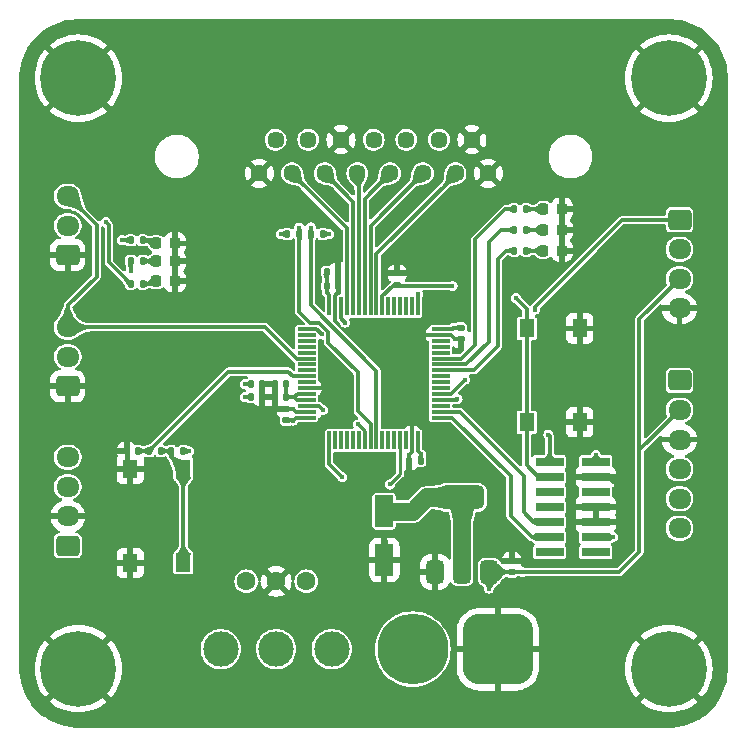
<source format=gbr>
%TF.GenerationSoftware,KiCad,Pcbnew,8.0.0*%
%TF.CreationDate,2024-10-22T21:16:36+02:00*%
%TF.ProjectId,ProjetCorps,50726f6a-6574-4436-9f72-70732e6b6963,rev?*%
%TF.SameCoordinates,Original*%
%TF.FileFunction,Copper,L1,Top*%
%TF.FilePolarity,Positive*%
%FSLAX46Y46*%
G04 Gerber Fmt 4.6, Leading zero omitted, Abs format (unit mm)*
G04 Created by KiCad (PCBNEW 8.0.0) date 2024-10-22 21:16:36*
%MOMM*%
%LPD*%
G01*
G04 APERTURE LIST*
G04 Aperture macros list*
%AMRoundRect*
0 Rectangle with rounded corners*
0 $1 Rounding radius*
0 $2 $3 $4 $5 $6 $7 $8 $9 X,Y pos of 4 corners*
0 Add a 4 corners polygon primitive as box body*
4,1,4,$2,$3,$4,$5,$6,$7,$8,$9,$2,$3,0*
0 Add four circle primitives for the rounded corners*
1,1,$1+$1,$2,$3*
1,1,$1+$1,$4,$5*
1,1,$1+$1,$6,$7*
1,1,$1+$1,$8,$9*
0 Add four rect primitives between the rounded corners*
20,1,$1+$1,$2,$3,$4,$5,0*
20,1,$1+$1,$4,$5,$6,$7,0*
20,1,$1+$1,$6,$7,$8,$9,0*
20,1,$1+$1,$8,$9,$2,$3,0*%
G04 Aperture macros list end*
%TA.AperFunction,SMDPad,CuDef*%
%ADD10RoundRect,0.375000X0.375000X-0.625000X0.375000X0.625000X-0.375000X0.625000X-0.375000X-0.625000X0*%
%TD*%
%TA.AperFunction,SMDPad,CuDef*%
%ADD11RoundRect,0.500000X1.400000X-0.500000X1.400000X0.500000X-1.400000X0.500000X-1.400000X-0.500000X0*%
%TD*%
%TA.AperFunction,SMDPad,CuDef*%
%ADD12RoundRect,0.140000X-0.140000X-0.170000X0.140000X-0.170000X0.140000X0.170000X-0.140000X0.170000X0*%
%TD*%
%TA.AperFunction,SMDPad,CuDef*%
%ADD13RoundRect,0.140000X0.140000X0.170000X-0.140000X0.170000X-0.140000X-0.170000X0.140000X-0.170000X0*%
%TD*%
%TA.AperFunction,SMDPad,CuDef*%
%ADD14RoundRect,0.135000X-0.135000X-0.185000X0.135000X-0.185000X0.135000X0.185000X-0.135000X0.185000X0*%
%TD*%
%TA.AperFunction,SMDPad,CuDef*%
%ADD15RoundRect,0.140000X0.170000X-0.140000X0.170000X0.140000X-0.170000X0.140000X-0.170000X-0.140000X0*%
%TD*%
%TA.AperFunction,SMDPad,CuDef*%
%ADD16RoundRect,0.140000X-0.170000X0.140000X-0.170000X-0.140000X0.170000X-0.140000X0.170000X0.140000X0*%
%TD*%
%TA.AperFunction,SMDPad,CuDef*%
%ADD17RoundRect,0.218750X0.218750X0.256250X-0.218750X0.256250X-0.218750X-0.256250X0.218750X-0.256250X0*%
%TD*%
%TA.AperFunction,SMDPad,CuDef*%
%ADD18R,2.400000X0.740000*%
%TD*%
%TA.AperFunction,SMDPad,CuDef*%
%ADD19RoundRect,0.075000X-0.075000X0.700000X-0.075000X-0.700000X0.075000X-0.700000X0.075000X0.700000X0*%
%TD*%
%TA.AperFunction,SMDPad,CuDef*%
%ADD20RoundRect,0.075000X-0.700000X0.075000X-0.700000X-0.075000X0.700000X-0.075000X0.700000X0.075000X0*%
%TD*%
%TA.AperFunction,SMDPad,CuDef*%
%ADD21RoundRect,0.250000X-0.550000X1.137500X-0.550000X-1.137500X0.550000X-1.137500X0.550000X1.137500X0*%
%TD*%
%TA.AperFunction,ComponentPad*%
%ADD22C,0.800000*%
%TD*%
%TA.AperFunction,ComponentPad*%
%ADD23C,6.400000*%
%TD*%
%TA.AperFunction,ComponentPad*%
%ADD24RoundRect,0.250000X0.725000X-0.600000X0.725000X0.600000X-0.725000X0.600000X-0.725000X-0.600000X0*%
%TD*%
%TA.AperFunction,ComponentPad*%
%ADD25O,1.950000X1.700000*%
%TD*%
%TA.AperFunction,ComponentPad*%
%ADD26RoundRect,0.250000X-0.725000X0.600000X-0.725000X-0.600000X0.725000X-0.600000X0.725000X0.600000X0*%
%TD*%
%TA.AperFunction,SMDPad,CuDef*%
%ADD27R,1.300000X1.550000*%
%TD*%
%TA.AperFunction,ComponentPad*%
%ADD28C,3.000000*%
%TD*%
%TA.AperFunction,SMDPad,CuDef*%
%ADD29RoundRect,0.135000X0.135000X0.185000X-0.135000X0.185000X-0.135000X-0.185000X0.135000X-0.185000X0*%
%TD*%
%TA.AperFunction,ComponentPad*%
%ADD30C,1.600000*%
%TD*%
%TA.AperFunction,ComponentPad*%
%ADD31RoundRect,1.500000X1.500000X1.500000X-1.500000X1.500000X-1.500000X-1.500000X1.500000X-1.500000X0*%
%TD*%
%TA.AperFunction,ComponentPad*%
%ADD32C,6.000000*%
%TD*%
%TA.AperFunction,ComponentPad*%
%ADD33C,1.447800*%
%TD*%
%TA.AperFunction,ViaPad*%
%ADD34C,0.450000*%
%TD*%
%TA.AperFunction,Conductor*%
%ADD35C,0.250000*%
%TD*%
%TA.AperFunction,Conductor*%
%ADD36C,0.300000*%
%TD*%
%TA.AperFunction,Conductor*%
%ADD37C,1.500000*%
%TD*%
%TA.AperFunction,Conductor*%
%ADD38C,0.450000*%
%TD*%
G04 APERTURE END LIST*
D10*
%TO.P,U103,1,GND*%
%TO.N,GND*%
X75200000Y-86800000D03*
%TO.P,U103,2,VO*%
%TO.N,+3.3V*%
X77500000Y-86800000D03*
D11*
X77500000Y-80500000D03*
D10*
%TO.P,U103,3,VI*%
%TO.N,+5V*%
X79800000Y-86800000D03*
%TD*%
D12*
%TO.P,C4,1*%
%TO.N,+3.3V*%
X59620000Y-72000000D03*
%TO.P,C4,2*%
%TO.N,GND*%
X60580000Y-72000000D03*
%TD*%
D13*
%TO.P,C6,1*%
%TO.N,GND*%
X60580000Y-70900000D03*
%TO.P,C6,2*%
%TO.N,+3.3V*%
X59620000Y-70900000D03*
%TD*%
D12*
%TO.P,C101,1*%
%TO.N,+3.3V*%
X66020000Y-61400000D03*
%TO.P,C101,2*%
%TO.N,GND*%
X66980000Y-61400000D03*
%TD*%
D14*
%TO.P,R109,1*%
%TO.N,+3.3V*%
X49427500Y-58730000D03*
%TO.P,R109,2*%
%TO.N,Net-(D106-A)*%
X50447500Y-58730000D03*
%TD*%
D12*
%TO.P,C5,1*%
%TO.N,GND*%
X61620000Y-70900000D03*
%TO.P,C5,2*%
%TO.N,+3.3V*%
X62580000Y-70900000D03*
%TD*%
D14*
%TO.P,R103,1*%
%TO.N,LED3*%
X81900000Y-56100000D03*
%TO.P,R103,2*%
%TO.N,Net-(D101-A)*%
X82920000Y-56100000D03*
%TD*%
D15*
%TO.P,C1,1*%
%TO.N,NRST*%
X72000000Y-62480000D03*
%TO.P,C1,2*%
%TO.N,GND*%
X72000000Y-61520000D03*
%TD*%
D16*
%TO.P,C103,1*%
%TO.N,+3.3V*%
X77400000Y-66120000D03*
%TO.P,C103,2*%
%TO.N,GND*%
X77400000Y-67080000D03*
%TD*%
D17*
%TO.P,D102,1,K*%
%TO.N,GND*%
X85947500Y-57850000D03*
%TO.P,D102,2,A*%
%TO.N,Net-(D102-A)*%
X84372500Y-57850000D03*
%TD*%
D18*
%TO.P,J105,1,NC*%
%TO.N,unconnected-(J105-NC-Pad1)*%
X88800000Y-85120000D03*
%TO.P,J105,2,NC*%
%TO.N,unconnected-(J105-NC-Pad2)*%
X84900000Y-85120000D03*
%TO.P,J105,3,VCC*%
%TO.N,+3.3V*%
X88800000Y-83850000D03*
%TO.P,J105,4,JTMS/SWDIO*%
%TO.N,SWDIO*%
X84900000Y-83850000D03*
%TO.P,J105,5,GND*%
%TO.N,GND*%
X88800000Y-82580000D03*
%TO.P,J105,6,JCLK/SWCLK*%
%TO.N,SWCLK*%
X84900000Y-82580000D03*
%TO.P,J105,7,GND*%
%TO.N,GND*%
X88800000Y-81310000D03*
%TO.P,J105,8,JTDO/SWO*%
%TO.N,unconnected-(J105-JTDO{slash}SWO-Pad8)*%
X84900000Y-81310000D03*
%TO.P,J105,9,JRCLK/NC*%
%TO.N,unconnected-(J105-JRCLK{slash}NC-Pad9)*%
X88800000Y-80040000D03*
%TO.P,J105,10,JTDI/NC*%
%TO.N,unconnected-(J105-JTDI{slash}NC-Pad10)*%
X84900000Y-80040000D03*
%TO.P,J105,11,GNDDetect*%
%TO.N,GND*%
X88800000Y-78770000D03*
%TO.P,J105,12,~{RST}*%
%TO.N,NRST*%
X84900000Y-78770000D03*
%TO.P,J105,13,VCP_RX*%
%TO.N,UART_DEBUG_RX*%
X88800000Y-77500000D03*
%TO.P,J105,14,VCP_TX*%
%TO.N,UART_DEBUG_TX*%
X84900000Y-77500000D03*
%TD*%
D15*
%TO.P,C104,1*%
%TO.N,+3.3V*%
X62600000Y-73980000D03*
%TO.P,C104,2*%
%TO.N,GND*%
X62600000Y-73020000D03*
%TD*%
D19*
%TO.P,U1,1,VBAT*%
%TO.N,+3.3V*%
X73745000Y-64315000D03*
%TO.P,U1,2,PC13*%
%TO.N,unconnected-(U1-PC13-Pad2)*%
X73245000Y-64315000D03*
%TO.P,U1,3,PC14*%
%TO.N,unconnected-(U1-PC14-Pad3)*%
X72745000Y-64315000D03*
%TO.P,U1,4,PC15*%
%TO.N,unconnected-(U1-PC15-Pad4)*%
X72245000Y-64315000D03*
%TO.P,U1,5,PF0*%
%TO.N,unconnected-(U1-PF0-Pad5)*%
X71745000Y-64315000D03*
%TO.P,U1,6,PF1*%
%TO.N,unconnected-(U1-PF1-Pad6)*%
X71245000Y-64315000D03*
%TO.P,U1,7,PG10*%
%TO.N,NRST*%
X70745000Y-64315000D03*
%TO.P,U1,8,PC0*%
%TO.N,PWM_TIM1_CH1*%
X70245000Y-64315000D03*
%TO.P,U1,9,PC1*%
%TO.N,PWM_TIM1_CH2*%
X69745000Y-64315000D03*
%TO.P,U1,10,PC2*%
%TO.N,PWM_TIM1_CH3*%
X69245000Y-64315000D03*
%TO.P,U1,11,PC3*%
%TO.N,PWM_TIM1_CH4*%
X68745000Y-64315000D03*
%TO.P,U1,12,PA0*%
%TO.N,PWM_TIM2_CH1*%
X68245000Y-64315000D03*
%TO.P,U1,13,PA1*%
%TO.N,PWM_TIM2_CH2*%
X67745000Y-64315000D03*
%TO.P,U1,14,PA2*%
%TO.N,UART_DEBUG_TX*%
X67245000Y-64315000D03*
%TO.P,U1,15,VSS*%
%TO.N,GND*%
X66745000Y-64315000D03*
%TO.P,U1,16,VDD*%
%TO.N,+3.3V*%
X66245000Y-64315000D03*
D20*
%TO.P,U1,17,PA3*%
%TO.N,UART_DEBUG_RX*%
X64320000Y-66240000D03*
%TO.P,U1,18,PA4*%
%TO.N,unconnected-(U1-PA4-Pad18)*%
X64320000Y-66740000D03*
%TO.P,U1,19,PA5*%
%TO.N,unconnected-(U1-PA5-Pad19)*%
X64320000Y-67240000D03*
%TO.P,U1,20,PA6*%
%TO.N,unconnected-(U1-PA6-Pad20)*%
X64320000Y-67740000D03*
%TO.P,U1,21,PA7*%
%TO.N,unconnected-(U1-PA7-Pad21)*%
X64320000Y-68240000D03*
%TO.P,U1,22,PC4*%
%TO.N,UART_HD_XL430*%
X64320000Y-68740000D03*
%TO.P,U1,23,PC5*%
%TO.N,unconnected-(U1-PC5-Pad23)*%
X64320000Y-69240000D03*
%TO.P,U1,24,PB0*%
%TO.N,unconnected-(U1-PB0-Pad24)*%
X64320000Y-69740000D03*
%TO.P,U1,25,PB1*%
%TO.N,BTN_1*%
X64320000Y-70240000D03*
%TO.P,U1,26,PB2*%
%TO.N,unconnected-(U1-PB2-Pad26)*%
X64320000Y-70740000D03*
%TO.P,U1,27,VSSA*%
%TO.N,GND*%
X64320000Y-71240000D03*
%TO.P,U1,28,VREF+*%
%TO.N,+3.3V*%
X64320000Y-71740000D03*
%TO.P,U1,29,VDDA*%
X64320000Y-72240000D03*
%TO.P,U1,30,PB10*%
%TO.N,UART_hc05_TX*%
X64320000Y-72740000D03*
%TO.P,U1,31,VSS*%
%TO.N,GND*%
X64320000Y-73240000D03*
%TO.P,U1,32,VDD*%
%TO.N,+3.3V*%
X64320000Y-73740000D03*
D19*
%TO.P,U1,33,PB11*%
%TO.N,UART_hc05_RX*%
X66245000Y-75665000D03*
%TO.P,U1,34,PB12*%
%TO.N,unconnected-(U1-PB12-Pad34)*%
X66745000Y-75665000D03*
%TO.P,U1,35,PB13*%
%TO.N,unconnected-(U1-PB13-Pad35)*%
X67245000Y-75665000D03*
%TO.P,U1,36,PB14*%
%TO.N,unconnected-(U1-PB14-Pad36)*%
X67745000Y-75665000D03*
%TO.P,U1,37,PB15*%
%TO.N,unconnected-(U1-PB15-Pad37)*%
X68245000Y-75665000D03*
%TO.P,U1,38,PC6*%
%TO.N,unconnected-(U1-PC6-Pad38)*%
X68745000Y-75665000D03*
%TO.P,U1,39,PC7*%
%TO.N,TOF_INT*%
X69245000Y-75665000D03*
%TO.P,U1,40,PC8*%
%TO.N,I2C_SCL*%
X69745000Y-75665000D03*
%TO.P,U1,41,PC9*%
%TO.N,I2C_SDA*%
X70245000Y-75665000D03*
%TO.P,U1,42,PA8*%
%TO.N,unconnected-(U1-PA8-Pad42)*%
X70745000Y-75665000D03*
%TO.P,U1,43,PA9*%
%TO.N,unconnected-(U1-PA9-Pad43)*%
X71245000Y-75665000D03*
%TO.P,U1,44,PA10*%
%TO.N,unconnected-(U1-PA10-Pad44)*%
X71745000Y-75665000D03*
%TO.P,U1,45,PA11*%
%TO.N,PWM_TIM4_CH1*%
X72245000Y-75665000D03*
%TO.P,U1,46,PA12*%
%TO.N,unconnected-(U1-PA12-Pad46)*%
X72745000Y-75665000D03*
%TO.P,U1,47,VSS*%
%TO.N,GND*%
X73245000Y-75665000D03*
%TO.P,U1,48,VDD*%
%TO.N,+3.3V*%
X73745000Y-75665000D03*
D20*
%TO.P,U1,49,PA13*%
%TO.N,SWDIO*%
X75670000Y-73740000D03*
%TO.P,U1,50,PA14*%
%TO.N,SWCLK*%
X75670000Y-73240000D03*
%TO.P,U1,51,PA15*%
%TO.N,unconnected-(U1-PA15-Pad51)*%
X75670000Y-72740000D03*
%TO.P,U1,52,PC10*%
%TO.N,UART_mp3_TX*%
X75670000Y-72240000D03*
%TO.P,U1,53,PC11*%
%TO.N,UART_mp3_RX*%
X75670000Y-71740000D03*
%TO.P,U1,54,PC12*%
%TO.N,unconnected-(U1-PC12-Pad54)*%
X75670000Y-71240000D03*
%TO.P,U1,55,PD2*%
%TO.N,unconnected-(U1-PD2-Pad55)*%
X75670000Y-70740000D03*
%TO.P,U1,56,PB3*%
%TO.N,unconnected-(U1-PB3-Pad56)*%
X75670000Y-70240000D03*
%TO.P,U1,57,PB4*%
%TO.N,LED1*%
X75670000Y-69740000D03*
%TO.P,U1,58,PB5*%
%TO.N,LED2*%
X75670000Y-69240000D03*
%TO.P,U1,59,PB6*%
%TO.N,LED3*%
X75670000Y-68740000D03*
%TO.P,U1,60,PB7*%
%TO.N,unconnected-(U1-PB7-Pad60)*%
X75670000Y-68240000D03*
%TO.P,U1,61,PB8*%
%TO.N,unconnected-(U1-PB8-Pad61)*%
X75670000Y-67740000D03*
%TO.P,U1,62,PB9*%
%TO.N,unconnected-(U1-PB9-Pad62)*%
X75670000Y-67240000D03*
%TO.P,U1,63,VSS*%
%TO.N,GND*%
X75670000Y-66740000D03*
%TO.P,U1,64,VDD*%
%TO.N,+3.3V*%
X75670000Y-66240000D03*
%TD*%
D21*
%TO.P,C107,1*%
%TO.N,+3.3V*%
X70900000Y-81675000D03*
%TO.P,C107,2*%
%TO.N,GND*%
X70900000Y-85800000D03*
%TD*%
D22*
%TO.P,H102,1,1*%
%TO.N,GND*%
X92600000Y-45000000D03*
X93302944Y-43302944D03*
X93302944Y-46697056D03*
X95000000Y-42600000D03*
D23*
X95000000Y-45000000D03*
D22*
X95000000Y-47400000D03*
X96697056Y-43302944D03*
X96697056Y-46697056D03*
X97400000Y-45000000D03*
%TD*%
D15*
%TO.P,C106,1*%
%TO.N,+5V*%
X81700000Y-86830000D03*
%TO.P,C106,2*%
%TO.N,GND*%
X81700000Y-85870000D03*
%TD*%
D17*
%TO.P,D105,1,K*%
%TO.N,GND*%
X53175000Y-60500000D03*
%TO.P,D105,2,A*%
%TO.N,Net-(D105-A)*%
X51600000Y-60500000D03*
%TD*%
D22*
%TO.P,H103,1,1*%
%TO.N,GND*%
X42600000Y-95000000D03*
X43302944Y-93302944D03*
X43302944Y-96697056D03*
X45000000Y-92600000D03*
D23*
X45000000Y-95000000D03*
D22*
X45000000Y-97400000D03*
X46697056Y-93302944D03*
X46697056Y-96697056D03*
X47400000Y-95000000D03*
%TD*%
D17*
%TO.P,D101,1,K*%
%TO.N,GND*%
X85947500Y-56100000D03*
%TO.P,D101,2,A*%
%TO.N,Net-(D101-A)*%
X84372500Y-56100000D03*
%TD*%
D14*
%TO.P,R105,1*%
%TO.N,LED1*%
X81900000Y-59600000D03*
%TO.P,R105,2*%
%TO.N,Net-(D103-A)*%
X82920000Y-59600000D03*
%TD*%
D24*
%TO.P,J103,1,Pin_1*%
%TO.N,GND*%
X44100000Y-71100000D03*
D25*
%TO.P,J103,2,Pin_2*%
%TO.N,+12V*%
X44100000Y-68600000D03*
%TO.P,J103,3,Pin_3*%
%TO.N,UART_HD_XL430*%
X44100000Y-66100000D03*
%TD*%
D26*
%TO.P,J1,1,Pin_1*%
%TO.N,UART_mp3_RX*%
X95900000Y-57000000D03*
D25*
%TO.P,J1,2,Pin_2*%
%TO.N,UART_mp3_TX*%
X95900000Y-59500000D03*
%TO.P,J1,3,Pin_3*%
%TO.N,+5V*%
X95900000Y-62000000D03*
%TO.P,J1,4,Pin_4*%
%TO.N,GND*%
X95900000Y-64500000D03*
%TD*%
D27*
%TO.P,SW1,1,A*%
%TO.N,NRST*%
X82955000Y-74145000D03*
X82955000Y-66195000D03*
%TO.P,SW1,2,B*%
%TO.N,GND*%
X87455000Y-74145000D03*
X87455000Y-66195000D03*
%TD*%
D22*
%TO.P,H101,1,1*%
%TO.N,GND*%
X42600000Y-45000000D03*
X43302944Y-43302944D03*
X43302944Y-46697056D03*
X45000000Y-42600000D03*
D23*
X45000000Y-45000000D03*
D22*
X45000000Y-47400000D03*
X46697056Y-43302944D03*
X46697056Y-46697056D03*
X47400000Y-45000000D03*
%TD*%
D28*
%TO.P,SW101,1,A*%
%TO.N,+12V*%
X57050000Y-93350000D03*
%TO.P,SW101,2,B*%
%TO.N,Net-(J101-Pin_2)*%
X61750000Y-93350000D03*
%TO.P,SW101,3,C*%
%TO.N,unconnected-(SW101-C-Pad3)*%
X66450000Y-93350000D03*
%TD*%
D17*
%TO.P,D104,1,K*%
%TO.N,GND*%
X53175000Y-62180000D03*
%TO.P,D104,2,A*%
%TO.N,Net-(D104-A)*%
X51600000Y-62180000D03*
%TD*%
D29*
%TO.P,R801,1*%
%TO.N,Net-(SW801-A)*%
X52000000Y-76575000D03*
%TO.P,R801,2*%
%TO.N,BTN_1*%
X50980000Y-76575000D03*
%TD*%
D13*
%TO.P,C801,1*%
%TO.N,BTN_1*%
X50050000Y-76575000D03*
%TO.P,C801,2*%
%TO.N,GND*%
X49090000Y-76575000D03*
%TD*%
D30*
%TO.P,U104,1,Vin*%
%TO.N,+12V*%
X59210000Y-87600000D03*
%TO.P,U104,2,GND*%
%TO.N,GND*%
X61750000Y-87600000D03*
%TO.P,U104,3,Vout*%
%TO.N,+5V*%
X64290000Y-87600000D03*
%TD*%
D17*
%TO.P,D106,1,K*%
%TO.N,GND*%
X53175000Y-59000000D03*
%TO.P,D106,2,A*%
%TO.N,Net-(D106-A)*%
X51600000Y-59000000D03*
%TD*%
D14*
%TO.P,R108,1*%
%TO.N,+5V*%
X49427500Y-60480000D03*
%TO.P,R108,2*%
%TO.N,Net-(D105-A)*%
X50447500Y-60480000D03*
%TD*%
D29*
%TO.P,R802,1*%
%TO.N,+3.3V*%
X53890000Y-76575000D03*
%TO.P,R802,2*%
%TO.N,Net-(SW801-A)*%
X52870000Y-76575000D03*
%TD*%
D17*
%TO.P,D103,1,K*%
%TO.N,GND*%
X85947500Y-59600000D03*
%TO.P,D103,2,A*%
%TO.N,Net-(D103-A)*%
X84372500Y-59600000D03*
%TD*%
D14*
%TO.P,R107,1*%
%TO.N,+12V*%
X49427500Y-62430000D03*
%TO.P,R107,2*%
%TO.N,Net-(D104-A)*%
X50447500Y-62430000D03*
%TD*%
D12*
%TO.P,C2,1*%
%TO.N,+3.3V*%
X66020000Y-62600000D03*
%TO.P,C2,2*%
%TO.N,GND*%
X66980000Y-62600000D03*
%TD*%
D13*
%TO.P,C3,1*%
%TO.N,+3.3V*%
X62580000Y-72000000D03*
%TO.P,C3,2*%
%TO.N,GND*%
X61620000Y-72000000D03*
%TD*%
D31*
%TO.P,J101,1,Pin_1*%
%TO.N,GND*%
X80525000Y-93350000D03*
D32*
%TO.P,J101,2,Pin_2*%
%TO.N,Net-(J101-Pin_2)*%
X73325000Y-93350000D03*
%TD*%
D27*
%TO.P,SW801,1,A*%
%TO.N,Net-(SW801-A)*%
X53900000Y-78100000D03*
X53900000Y-86050000D03*
%TO.P,SW801,2,B*%
%TO.N,GND*%
X49400000Y-78100000D03*
X49400000Y-86050000D03*
%TD*%
D24*
%TO.P,J3,1,Pin_1*%
%TO.N,unconnected-(J3-Pin_1-Pad1)*%
X44100000Y-84600000D03*
D25*
%TO.P,J3,2,Pin_2*%
%TO.N,GND*%
X44100000Y-82100000D03*
%TO.P,J3,3,Pin_3*%
%TO.N,PWM_TIM4_CH1*%
X44100000Y-79600000D03*
%TO.P,J3,4,Pin_4*%
%TO.N,+5V*%
X44100000Y-77100000D03*
%TD*%
D26*
%TO.P,J2,1,Pin_1*%
%TO.N,unconnected-(J2-Pin_1-Pad1)*%
X95900000Y-70600000D03*
D25*
%TO.P,J2,2,Pin_2*%
%TO.N,+5V*%
X95900000Y-73100000D03*
%TO.P,J2,3,Pin_3*%
%TO.N,GND*%
X95900000Y-75600000D03*
%TO.P,J2,4,Pin_4*%
%TO.N,UART_hc05_TX*%
X95900000Y-78100000D03*
%TO.P,J2,5,Pin_5*%
%TO.N,UART_hc05_RX*%
X95900000Y-80600000D03*
%TO.P,J2,6,Pin_6*%
%TO.N,unconnected-(J2-Pin_6-Pad6)*%
X95900000Y-83100000D03*
%TD*%
D13*
%TO.P,C102,1*%
%TO.N,+3.3V*%
X73980000Y-77400000D03*
%TO.P,C102,2*%
%TO.N,GND*%
X73020000Y-77400000D03*
%TD*%
D14*
%TO.P,R104,1*%
%TO.N,LED2*%
X81900000Y-57850000D03*
%TO.P,R104,2*%
%TO.N,Net-(D102-A)*%
X82920000Y-57850000D03*
%TD*%
D29*
%TO.P,R102,1*%
%TO.N,+3.3V*%
X65710000Y-58200000D03*
%TO.P,R102,2*%
%TO.N,I2C_SDA*%
X64690000Y-58200000D03*
%TD*%
D22*
%TO.P,H104,1,1*%
%TO.N,GND*%
X92600000Y-95000000D03*
X93302944Y-93302944D03*
X93302944Y-96697056D03*
X95000000Y-92600000D03*
D23*
X95000000Y-95000000D03*
D22*
X95000000Y-97400000D03*
X96697056Y-93302944D03*
X96697056Y-96697056D03*
X97400000Y-95000000D03*
%TD*%
D33*
%TO.P,J104,1,Pin_1*%
%TO.N,GND*%
X60315002Y-53059999D03*
%TO.P,J104,2,Pin_2*%
%TO.N,PWM_TIM2_CH2*%
X63085001Y-53059999D03*
%TO.P,J104,3,Pin_3*%
%TO.N,PWM_TIM2_CH1*%
X65855001Y-53059999D03*
%TO.P,J104,4,Pin_4*%
%TO.N,PWM_TIM1_CH4*%
X68625001Y-53059999D03*
%TO.P,J104,5,Pin_5*%
%TO.N,PWM_TIM1_CH3*%
X71395000Y-53059999D03*
%TO.P,J104,6,Pin_6*%
%TO.N,PWM_TIM1_CH2*%
X74165000Y-53059999D03*
%TO.P,J104,7,Pin_7*%
%TO.N,PWM_TIM1_CH1*%
X76934999Y-53059999D03*
%TO.P,J104,8,Pin_8*%
%TO.N,GND*%
X79704999Y-53059999D03*
%TO.P,J104,9,Pin_9*%
%TO.N,+12V*%
X61700000Y-50220000D03*
%TO.P,J104,10,Pin_10*%
X64470000Y-50220000D03*
%TO.P,J104,11,Pin_11*%
%TO.N,GND*%
X67239999Y-50220000D03*
%TO.P,J104,12,Pin_12*%
%TO.N,I2C_SCL*%
X70009999Y-50220000D03*
%TO.P,J104,13,Pin_13*%
%TO.N,I2C_SDA*%
X72779999Y-50220000D03*
%TO.P,J104,14,Pin_14*%
%TO.N,TOF_INT*%
X75549998Y-50220000D03*
%TO.P,J104,15,Pin_15*%
%TO.N,GND*%
X78319998Y-50220000D03*
%TD*%
D14*
%TO.P,R101,1*%
%TO.N,+3.3V*%
X62690000Y-58200000D03*
%TO.P,R101,2*%
%TO.N,I2C_SCL*%
X63710000Y-58200000D03*
%TD*%
D24*
%TO.P,J102,1,Pin_1*%
%TO.N,GND*%
X44100000Y-60000000D03*
D25*
%TO.P,J102,2,Pin_2*%
%TO.N,+12V*%
X44100000Y-57500000D03*
%TO.P,J102,3,Pin_3*%
%TO.N,UART_HD_XL430*%
X44100000Y-55000000D03*
%TD*%
D34*
%TO.N,GND*%
X65000000Y-56000000D03*
%TO.N,TOF_INT*%
X68677499Y-74322501D03*
%TO.N,+3.3V*%
X74000000Y-76850000D03*
X48700000Y-58700000D03*
X90250000Y-83850000D03*
X73750000Y-63300000D03*
X63150000Y-74000000D03*
X66250000Y-58200000D03*
X59100000Y-70900000D03*
X59100000Y-72000000D03*
X76830000Y-66120000D03*
X62150000Y-58200000D03*
X77500000Y-81700000D03*
X66050000Y-63150000D03*
X63300000Y-72000000D03*
X71900000Y-81700000D03*
X75400000Y-80500000D03*
X54400000Y-76600000D03*
%TO.N,GND*%
X67000000Y-77300000D03*
X88300000Y-94700000D03*
X75300000Y-59600000D03*
X67000000Y-62050000D03*
X88800000Y-63100000D03*
X72000000Y-61000000D03*
X60700000Y-76550000D03*
X82300000Y-77300000D03*
X51350000Y-71300000D03*
X80800000Y-79600000D03*
X69900000Y-41700000D03*
X54500000Y-90900000D03*
X93100000Y-75000000D03*
X47700000Y-50400000D03*
X90200000Y-60300000D03*
X56500000Y-69250000D03*
X91800000Y-84600000D03*
X73020000Y-76880000D03*
X90650000Y-79450000D03*
X90250000Y-81350000D03*
X49100000Y-77100000D03*
X93000000Y-51700000D03*
X55500000Y-42500000D03*
X51000000Y-68100000D03*
X75200000Y-85600000D03*
X81700000Y-85350000D03*
X78300000Y-42800000D03*
X57000000Y-57000000D03*
X50500000Y-81950000D03*
X91800000Y-89600000D03*
X50800000Y-56900000D03*
X86600000Y-56100000D03*
X63650000Y-65600000D03*
X85200000Y-43500000D03*
X98900000Y-50000000D03*
X77900000Y-72700000D03*
X86600000Y-59650000D03*
X61100000Y-72000000D03*
X61100000Y-70900000D03*
X87500000Y-91300000D03*
X64100000Y-45500000D03*
X91500000Y-57800000D03*
X61900000Y-82300000D03*
X74200000Y-46400000D03*
X60550000Y-66750000D03*
X53850000Y-60500000D03*
X55300000Y-46300000D03*
X63050000Y-69300000D03*
X67000000Y-63150000D03*
X49700000Y-90100000D03*
X59300000Y-59800000D03*
X53850000Y-59000000D03*
X65500000Y-71250000D03*
X49400000Y-85050000D03*
X55100000Y-63800000D03*
X87450000Y-73150000D03*
X90200000Y-82550000D03*
X87450000Y-67200000D03*
X53850000Y-62200000D03*
X41400000Y-50300000D03*
X57650000Y-77600000D03*
X58500000Y-74650000D03*
X63050000Y-67400000D03*
X48300000Y-72000000D03*
X70950000Y-84200000D03*
X63150000Y-73000000D03*
X76850000Y-67050000D03*
X51700000Y-96800000D03*
X51200000Y-92500000D03*
X83800000Y-62100000D03*
X86600000Y-57850000D03*
X82400000Y-48600000D03*
X57950000Y-84150000D03*
X60100000Y-63300000D03*
X81200000Y-67200000D03*
%TO.N,NRST*%
X76675000Y-62600000D03*
X82060000Y-63640000D03*
%TO.N,+5V*%
X49429081Y-61370919D03*
X82600000Y-86800000D03*
X79740000Y-88220000D03*
%TO.N,+12V*%
X47312653Y-57187347D03*
%TO.N,I2C_SCL*%
X63700000Y-57650000D03*
%TO.N,I2C_SDA*%
X64700000Y-57650000D03*
%TO.N,UART_DEBUG_RX*%
X65600000Y-66700000D03*
X88800000Y-76900000D03*
%TO.N,UART_DEBUG_TX*%
X84800000Y-75175000D03*
X67600000Y-65700000D03*
%TO.N,UART_mp3_RX*%
X83645000Y-64600000D03*
X77720000Y-70530000D03*
%TO.N,UART_mp3_TX*%
X77100000Y-72200000D03*
%TO.N,UART_hc05_RX*%
X67350000Y-78775000D03*
%TO.N,UART_hc05_TX*%
X65700000Y-73100000D03*
%TO.N,PWM_TIM4_CH1*%
X71400000Y-79400000D03*
%TD*%
D35*
%TO.N,TOF_INT*%
X68677499Y-74322501D02*
X69245000Y-74890001D01*
X69245000Y-74890001D02*
X69245000Y-75665000D01*
D36*
%TO.N,UART_DEBUG_RX*%
X65140000Y-66240000D02*
X64320000Y-66240000D01*
X65600000Y-66700000D02*
X65140000Y-66240000D01*
D37*
%TO.N,+3.3V*%
X70925000Y-81700000D02*
X71900000Y-81700000D01*
D36*
X66020000Y-62600000D02*
X66020000Y-61400000D01*
X88850000Y-83900000D02*
X88800000Y-83850000D01*
X65710000Y-58200000D02*
X66250000Y-58200000D01*
X63410000Y-73740000D02*
X64320000Y-73740000D01*
X74000000Y-76850000D02*
X73980000Y-76870000D01*
X66020000Y-63120000D02*
X66020000Y-62600000D01*
D37*
X74500000Y-80500000D02*
X75400000Y-80500000D01*
D36*
X73745000Y-63305000D02*
X73750000Y-63300000D01*
X73980000Y-76870000D02*
X73980000Y-77400000D01*
X49427500Y-58730000D02*
X48730000Y-58730000D01*
X48730000Y-58730000D02*
X48700000Y-58700000D01*
X54400000Y-76600000D02*
X53915000Y-76600000D01*
X62690000Y-58200000D02*
X62150000Y-58200000D01*
X59100000Y-72000000D02*
X59620000Y-72000000D01*
D37*
X77500000Y-86800000D02*
X77500000Y-81700000D01*
D36*
X63130000Y-73980000D02*
X62600000Y-73980000D01*
X66050000Y-63150000D02*
X66245000Y-63345000D01*
X63150000Y-74000000D02*
X63410000Y-73740000D01*
D37*
X70900000Y-81675000D02*
X70925000Y-81700000D01*
D36*
X66050000Y-63150000D02*
X66020000Y-63120000D01*
X62580000Y-70900000D02*
X62580000Y-72000000D01*
X90250000Y-83850000D02*
X88800000Y-83850000D01*
D37*
X73300000Y-81700000D02*
X74500000Y-80500000D01*
D36*
X76710000Y-66240000D02*
X75670000Y-66240000D01*
X59100000Y-70900000D02*
X59620000Y-70900000D01*
X66245000Y-63345000D02*
X66245000Y-64315000D01*
X63300000Y-72000000D02*
X62580000Y-72000000D01*
X64320000Y-72240000D02*
X63540000Y-72240000D01*
X76830000Y-66120000D02*
X76710000Y-66240000D01*
X64320000Y-71740000D02*
X63560000Y-71740000D01*
D37*
X77500000Y-81700000D02*
X77500000Y-80500000D01*
D36*
X53915000Y-76600000D02*
X53890000Y-76575000D01*
X63540000Y-72240000D02*
X63300000Y-72000000D01*
D37*
X75400000Y-80500000D02*
X77500000Y-80500000D01*
D36*
X76830000Y-66120000D02*
X77400000Y-66120000D01*
X63560000Y-71740000D02*
X63300000Y-72000000D01*
D37*
X71900000Y-81700000D02*
X73300000Y-81700000D01*
D36*
X74000000Y-76850000D02*
X73745000Y-76595000D01*
X63150000Y-74000000D02*
X63130000Y-73980000D01*
X73745000Y-76595000D02*
X73745000Y-75665000D01*
X73745000Y-64315000D02*
X73745000Y-63305000D01*
D38*
%TO.N,GND*%
X88830000Y-82550000D02*
X88800000Y-82580000D01*
X53850000Y-60500000D02*
X53175000Y-60500000D01*
X86600000Y-59650000D02*
X85997500Y-59650000D01*
X66980000Y-62070000D02*
X66980000Y-62600000D01*
X49090000Y-76575000D02*
X49090000Y-77090000D01*
X75200000Y-85600000D02*
X75200000Y-86800000D01*
X66980000Y-61400000D02*
X66980000Y-62030000D01*
X90200000Y-82550000D02*
X88830000Y-82550000D01*
D36*
X62620000Y-73000000D02*
X62600000Y-73020000D01*
D38*
X66980000Y-62030000D02*
X67000000Y-62050000D01*
X90250000Y-81350000D02*
X88840000Y-81350000D01*
D36*
X61620000Y-72000000D02*
X60580000Y-72000000D01*
D38*
X53195000Y-62200000D02*
X53175000Y-62180000D01*
X53850000Y-62200000D02*
X53195000Y-62200000D01*
D36*
X63390000Y-73240000D02*
X63170000Y-73020000D01*
X60580000Y-70900000D02*
X61620000Y-70900000D01*
X66745000Y-63405000D02*
X67000000Y-63150000D01*
X76540000Y-66740000D02*
X75670000Y-66740000D01*
X73245000Y-76655000D02*
X73245000Y-75665000D01*
D38*
X87450000Y-67200000D02*
X87450000Y-66200000D01*
X88800000Y-78770000D02*
X89970000Y-78770000D01*
X49100000Y-77800000D02*
X49400000Y-78100000D01*
X86600000Y-57850000D02*
X85947500Y-57850000D01*
X49400000Y-85050000D02*
X49400000Y-86050000D01*
X70950000Y-85750000D02*
X70900000Y-85800000D01*
X86600000Y-56100000D02*
X85947500Y-56100000D01*
D36*
X64320000Y-73240000D02*
X63390000Y-73240000D01*
D38*
X49090000Y-77090000D02*
X49100000Y-77100000D01*
X70950000Y-84200000D02*
X70950000Y-85750000D01*
D36*
X66745000Y-64315000D02*
X66745000Y-63405000D01*
D38*
X67000000Y-62050000D02*
X66980000Y-62070000D01*
X89970000Y-78770000D02*
X90650000Y-79450000D01*
D36*
X76880000Y-67080000D02*
X77400000Y-67080000D01*
D38*
X87450000Y-66200000D02*
X87455000Y-66195000D01*
X85997500Y-59650000D02*
X85947500Y-59600000D01*
X49100000Y-77100000D02*
X49100000Y-77800000D01*
D36*
X76850000Y-67050000D02*
X76540000Y-66740000D01*
D38*
X53850000Y-59000000D02*
X53175000Y-59000000D01*
X72000000Y-61000000D02*
X72000000Y-61520000D01*
X87450000Y-74140000D02*
X87455000Y-74145000D01*
X67000000Y-62620000D02*
X66980000Y-62600000D01*
D36*
X73020000Y-76880000D02*
X73020000Y-77400000D01*
X73020000Y-76880000D02*
X73245000Y-76655000D01*
D38*
X81700000Y-85350000D02*
X81700000Y-85870000D01*
X67000000Y-63150000D02*
X67000000Y-62620000D01*
D36*
X63150000Y-73000000D02*
X62620000Y-73000000D01*
X63170000Y-73020000D02*
X63150000Y-73000000D01*
X65490000Y-71240000D02*
X65500000Y-71250000D01*
X64320000Y-71240000D02*
X65490000Y-71240000D01*
X76850000Y-67050000D02*
X76880000Y-67080000D01*
D38*
X87450000Y-73150000D02*
X87450000Y-74140000D01*
X88840000Y-81350000D02*
X88800000Y-81310000D01*
D36*
%TO.N,NRST*%
X82955000Y-77775000D02*
X83950000Y-78770000D01*
X82955000Y-74145000D02*
X82955000Y-77775000D01*
X82955000Y-66195000D02*
X82955000Y-74145000D01*
X70745000Y-63472236D02*
X70745000Y-64315000D01*
X82060000Y-63640000D02*
X82955000Y-64535000D01*
X82955000Y-64535000D02*
X82955000Y-66195000D01*
X76675000Y-62600000D02*
X71617236Y-62600000D01*
X83950000Y-78770000D02*
X84900000Y-78770000D01*
X71617236Y-62600000D02*
X70745000Y-63472236D01*
%TO.N,+5V*%
X95900000Y-62000000D02*
X92505000Y-65395000D01*
X90790000Y-86800000D02*
X82600000Y-86800000D01*
X79800000Y-86800000D02*
X80300000Y-86800000D01*
X92505000Y-76495000D02*
X92505000Y-85085000D01*
X79800000Y-88160000D02*
X79740000Y-88220000D01*
X92505000Y-65395000D02*
X92505000Y-76495000D01*
X95900000Y-73100000D02*
X92505000Y-76495000D01*
X49429081Y-61370919D02*
X49429081Y-60481581D01*
X49429081Y-60481581D02*
X49427500Y-60480000D01*
X64290000Y-87600000D02*
X64290000Y-87190000D01*
X79800000Y-86800000D02*
X79800000Y-88160000D01*
X82600000Y-86800000D02*
X79800000Y-86800000D01*
X92505000Y-85085000D02*
X90790000Y-86800000D01*
%TO.N,BTN_1*%
X64320000Y-70240000D02*
X63140000Y-70240000D01*
X50050000Y-76575000D02*
X50980000Y-76575000D01*
X62750000Y-69850000D02*
X57705000Y-69850000D01*
X63140000Y-70240000D02*
X62750000Y-69850000D01*
X57705000Y-69850000D02*
X57315000Y-70240000D01*
X57315000Y-70240000D02*
X50980000Y-76575000D01*
%TO.N,Net-(D101-A)*%
X82920000Y-56100000D02*
X84372500Y-56100000D01*
%TO.N,Net-(D102-A)*%
X82920000Y-57850000D02*
X84372500Y-57850000D01*
%TO.N,Net-(D103-A)*%
X82920000Y-59600000D02*
X84372500Y-59600000D01*
%TO.N,Net-(D104-A)*%
X50447500Y-62430000D02*
X51350000Y-62430000D01*
X51350000Y-62430000D02*
X51600000Y-62180000D01*
%TO.N,Net-(D105-A)*%
X50447500Y-60480000D02*
X51580000Y-60480000D01*
X51580000Y-60480000D02*
X51600000Y-60500000D01*
%TO.N,Net-(D106-A)*%
X51330000Y-58730000D02*
X51600000Y-59000000D01*
X50447500Y-58730000D02*
X51330000Y-58730000D01*
%TO.N,+12V*%
X47575000Y-57449694D02*
X47575000Y-60577500D01*
X47312653Y-57187347D02*
X47575000Y-57449694D01*
X47575000Y-60577500D02*
X49427500Y-62430000D01*
%TO.N,UART_HD_XL430*%
X63477236Y-68740000D02*
X60837236Y-66100000D01*
X60837236Y-66100000D02*
X50500000Y-66100000D01*
X46550000Y-61800000D02*
X44100000Y-64250000D01*
X46550000Y-60100000D02*
X46550000Y-57450000D01*
X64320000Y-68740000D02*
X63477236Y-68740000D01*
X46550000Y-60100000D02*
X46550000Y-61800000D01*
X44100000Y-64250000D02*
X44100000Y-66100000D01*
X50500000Y-66100000D02*
X44100000Y-66100000D01*
X46550000Y-57450000D02*
X44100000Y-55000000D01*
%TO.N,PWM_TIM2_CH2*%
X67745000Y-57719998D02*
X67745000Y-64315000D01*
X63085001Y-53059999D02*
X67745000Y-57719998D01*
%TO.N,I2C_SCL*%
X64650000Y-65700000D02*
X63710000Y-64760000D01*
X68650000Y-73200000D02*
X68650000Y-69900000D01*
X68650000Y-69900000D02*
X66150000Y-67400000D01*
X63710000Y-57660000D02*
X63700000Y-57650000D01*
X63710000Y-58200000D02*
X63710000Y-57660000D01*
X69745000Y-74295000D02*
X68650000Y-73200000D01*
X63710000Y-64760000D02*
X63710000Y-58200000D01*
X66150000Y-66472182D02*
X65377818Y-65700000D01*
X69745000Y-75665000D02*
X69745000Y-74295000D01*
X66150000Y-67400000D02*
X66150000Y-66472182D01*
X65377818Y-65700000D02*
X64650000Y-65700000D01*
%TO.N,PWM_TIM1_CH2*%
X74165000Y-53059999D02*
X69745000Y-57479999D01*
X69745000Y-57479999D02*
X69745000Y-64315000D01*
%TO.N,PWM_TIM2_CH1*%
X65855001Y-53059999D02*
X68245000Y-55449998D01*
X68245000Y-55449998D02*
X68245000Y-64315000D01*
%TO.N,PWM_TIM1_CH4*%
X68745000Y-53179998D02*
X68745000Y-64315000D01*
X68625001Y-53059999D02*
X68745000Y-53179998D01*
%TO.N,PWM_TIM1_CH1*%
X70245000Y-59855000D02*
X76934999Y-53165001D01*
X70245000Y-64315000D02*
X70245000Y-59855000D01*
X76934999Y-53165001D02*
X76934999Y-53059999D01*
%TO.N,I2C_SDA*%
X70245000Y-75665000D02*
X70245000Y-69795000D01*
X64690000Y-57660000D02*
X64700000Y-57650000D01*
X64690000Y-64240000D02*
X64690000Y-58200000D01*
X70245000Y-69795000D02*
X64690000Y-64240000D01*
X64690000Y-58200000D02*
X64690000Y-57660000D01*
%TO.N,PWM_TIM1_CH3*%
X71395000Y-53059999D02*
X69245000Y-55209999D01*
X69245000Y-55209999D02*
X69245000Y-64315000D01*
%TO.N,UART_DEBUG_RX*%
X88800000Y-77500000D02*
X88800000Y-76900000D01*
%TO.N,SWDIO*%
X81600000Y-82050000D02*
X81600000Y-78700000D01*
X84900000Y-83850000D02*
X83400000Y-83850000D01*
X76640000Y-73740000D02*
X75670000Y-73740000D01*
X81600000Y-78700000D02*
X76640000Y-73740000D01*
X83400000Y-83850000D02*
X81600000Y-82050000D01*
%TO.N,UART_DEBUG_TX*%
X67600000Y-65700000D02*
X67245000Y-65345000D01*
X84900000Y-77500000D02*
X84900000Y-75275000D01*
X67245000Y-65345000D02*
X67245000Y-64315000D01*
X84900000Y-75275000D02*
X84800000Y-75175000D01*
%TO.N,SWCLK*%
X82700000Y-81750000D02*
X82700000Y-78650000D01*
X84900000Y-82580000D02*
X83530000Y-82580000D01*
X82700000Y-78650000D02*
X77290000Y-73240000D01*
X83530000Y-82580000D02*
X82700000Y-81750000D01*
X77290000Y-73240000D02*
X75670000Y-73240000D01*
%TO.N,LED1*%
X81900000Y-59600000D02*
X81200000Y-59600000D01*
X80500000Y-67700000D02*
X78460000Y-69740000D01*
X78460000Y-69740000D02*
X75670000Y-69740000D01*
X80500000Y-60300000D02*
X80500000Y-67700000D01*
X81200000Y-59600000D02*
X80500000Y-60300000D01*
%TO.N,LED2*%
X81900000Y-57850000D02*
X80786396Y-57850000D01*
X79750000Y-58886396D02*
X79750000Y-67300000D01*
X79750000Y-67300000D02*
X77810000Y-69240000D01*
X77810000Y-69240000D02*
X75670000Y-69240000D01*
X80786396Y-57850000D02*
X79750000Y-58886396D01*
%TO.N,LED3*%
X78590000Y-58660000D02*
X78590000Y-67560000D01*
X81900000Y-56100000D02*
X81150000Y-56100000D01*
X78590000Y-67560000D02*
X77410000Y-68740000D01*
X81150000Y-56100000D02*
X78590000Y-58660000D01*
X77410000Y-68740000D02*
X75670000Y-68740000D01*
%TO.N,Net-(SW801-A)*%
X52870000Y-77070000D02*
X53900000Y-78100000D01*
X52870000Y-76575000D02*
X52870000Y-77070000D01*
X52000000Y-76575000D02*
X52870000Y-76575000D01*
X53900000Y-78100000D02*
X53900000Y-86050000D01*
%TO.N,UART_mp3_RX*%
X77720000Y-70530000D02*
X76770000Y-71480000D01*
X76770000Y-71482764D02*
X76512764Y-71740000D01*
X83645000Y-64400000D02*
X91045000Y-57000000D01*
X76512764Y-71740000D02*
X75670000Y-71740000D01*
X83645000Y-64600000D02*
X83645000Y-64400000D01*
X91045000Y-57000000D02*
X95900000Y-57000000D01*
X76770000Y-71480000D02*
X76770000Y-71482764D01*
%TO.N,UART_mp3_TX*%
X77100000Y-72200000D02*
X77060000Y-72240000D01*
X77060000Y-72240000D02*
X75670000Y-72240000D01*
%TO.N,UART_hc05_RX*%
X66245000Y-75665000D02*
X66245000Y-77670000D01*
X66245000Y-77670000D02*
X67350000Y-78775000D01*
%TO.N,UART_hc05_TX*%
X65700000Y-73100000D02*
X65340000Y-72740000D01*
X65340000Y-72740000D02*
X64320000Y-72740000D01*
D35*
%TO.N,PWM_TIM4_CH1*%
X72245000Y-78555000D02*
X71400000Y-79400000D01*
X72245000Y-75665000D02*
X72245000Y-78555000D01*
%TD*%
%TA.AperFunction,Conductor*%
%TO.N,GND*%
G36*
X77593039Y-66849685D02*
G01*
X77638794Y-66902489D01*
X77650000Y-66954000D01*
X77650000Y-67873049D01*
X77666787Y-67901115D01*
X77664541Y-67970948D01*
X77634429Y-68019888D01*
X77301137Y-68353181D01*
X77239814Y-68386666D01*
X77213456Y-68389500D01*
X76769500Y-68389500D01*
X76702461Y-68369815D01*
X76656706Y-68317011D01*
X76645500Y-68265501D01*
X76645499Y-68137870D01*
X76645499Y-68137868D01*
X76629515Y-68057505D01*
X76629513Y-68057502D01*
X76624841Y-68046222D01*
X76626285Y-68045623D01*
X76609563Y-67992211D01*
X76625517Y-67934056D01*
X76624842Y-67933777D01*
X76627070Y-67928396D01*
X76628049Y-67924831D01*
X76629452Y-67922647D01*
X76629516Y-67922493D01*
X76645499Y-67842137D01*
X76645499Y-67842136D01*
X76645500Y-67842133D01*
X76645499Y-67835273D01*
X76665178Y-67768236D01*
X76717979Y-67722477D01*
X76787137Y-67712528D01*
X76832620Y-67728535D01*
X76973804Y-67812031D01*
X77129089Y-67857145D01*
X77150000Y-67858789D01*
X77150000Y-66954000D01*
X77169685Y-66886961D01*
X77222489Y-66841206D01*
X77274000Y-66830000D01*
X77526000Y-66830000D01*
X77593039Y-66849685D01*
G37*
%TD.AperFunction*%
%TA.AperFunction,Conductor*%
G36*
X95000641Y-40000006D02*
G01*
X95213481Y-40002328D01*
X95222915Y-40002792D01*
X95647552Y-40039943D01*
X95658270Y-40041354D01*
X96077393Y-40115256D01*
X96087921Y-40117590D01*
X96499033Y-40227747D01*
X96509322Y-40230992D01*
X96909255Y-40376555D01*
X96919221Y-40380683D01*
X97304942Y-40560547D01*
X97314528Y-40565538D01*
X97683088Y-40778326D01*
X97692207Y-40784135D01*
X98040820Y-41028237D01*
X98049402Y-41034822D01*
X98375420Y-41308383D01*
X98383395Y-41315692D01*
X98684307Y-41616604D01*
X98691616Y-41624579D01*
X98965177Y-41950597D01*
X98971762Y-41959179D01*
X99215864Y-42307792D01*
X99221676Y-42316916D01*
X99434459Y-42685467D01*
X99439454Y-42695062D01*
X99619310Y-43080764D01*
X99623450Y-43090759D01*
X99769003Y-43490664D01*
X99772256Y-43500980D01*
X99882405Y-43912061D01*
X99884746Y-43922623D01*
X99958644Y-44341725D01*
X99960056Y-44352450D01*
X99997206Y-44777073D01*
X99997671Y-44786527D01*
X99999993Y-44999357D01*
X100000000Y-45000710D01*
X100000000Y-94999289D01*
X99999993Y-95000642D01*
X99997671Y-95213472D01*
X99997206Y-95222926D01*
X99960056Y-95647549D01*
X99958644Y-95658274D01*
X99884746Y-96077376D01*
X99882405Y-96087938D01*
X99772256Y-96499019D01*
X99769003Y-96509335D01*
X99623450Y-96909240D01*
X99619310Y-96919235D01*
X99439454Y-97304937D01*
X99434459Y-97314532D01*
X99221676Y-97683083D01*
X99215864Y-97692207D01*
X98971762Y-98040820D01*
X98965177Y-98049402D01*
X98691616Y-98375420D01*
X98684307Y-98383395D01*
X98383395Y-98684307D01*
X98375420Y-98691616D01*
X98049402Y-98965177D01*
X98040820Y-98971762D01*
X97692207Y-99215864D01*
X97683083Y-99221676D01*
X97314532Y-99434459D01*
X97304937Y-99439454D01*
X96919235Y-99619310D01*
X96909240Y-99623450D01*
X96509335Y-99769003D01*
X96499019Y-99772256D01*
X96087938Y-99882405D01*
X96077376Y-99884746D01*
X95658274Y-99958644D01*
X95647549Y-99960056D01*
X95222926Y-99997206D01*
X95213472Y-99997671D01*
X95005455Y-99999940D01*
X95000640Y-99999993D01*
X94999290Y-100000000D01*
X45000710Y-100000000D01*
X44999359Y-99999993D01*
X44994454Y-99999939D01*
X44786527Y-99997671D01*
X44777073Y-99997206D01*
X44352450Y-99960056D01*
X44341725Y-99958644D01*
X43922623Y-99884746D01*
X43912061Y-99882405D01*
X43500980Y-99772256D01*
X43490664Y-99769003D01*
X43090759Y-99623450D01*
X43080764Y-99619310D01*
X42695062Y-99439454D01*
X42685467Y-99434459D01*
X42316916Y-99221676D01*
X42307792Y-99215864D01*
X41959179Y-98971762D01*
X41950597Y-98965177D01*
X41624579Y-98691616D01*
X41616604Y-98684307D01*
X41315692Y-98383395D01*
X41308383Y-98375420D01*
X41034822Y-98049402D01*
X41028237Y-98040820D01*
X40997887Y-97997476D01*
X40784132Y-97692203D01*
X40778323Y-97683083D01*
X40635294Y-97435350D01*
X40565538Y-97314528D01*
X40560545Y-97304937D01*
X40501252Y-97177783D01*
X40380683Y-96919221D01*
X40376555Y-96909255D01*
X40230992Y-96509322D01*
X40227747Y-96499033D01*
X40117590Y-96087921D01*
X40115256Y-96077393D01*
X40041354Y-95658270D01*
X40039943Y-95647549D01*
X40037241Y-95616660D01*
X40002792Y-95222915D01*
X40002328Y-95213471D01*
X40000007Y-95000641D01*
X40000004Y-95000000D01*
X41294922Y-95000000D01*
X41315219Y-95387287D01*
X41375886Y-95770323D01*
X41375887Y-95770330D01*
X41476262Y-96144936D01*
X41615244Y-96506994D01*
X41791310Y-96852543D01*
X42002531Y-97177793D01*
X42211095Y-97435350D01*
X42211096Y-97435350D01*
X43705748Y-95940698D01*
X43779588Y-96042330D01*
X43957670Y-96220412D01*
X44059300Y-96294251D01*
X42564648Y-97788903D01*
X42564649Y-97788904D01*
X42822206Y-97997468D01*
X43147456Y-98208689D01*
X43493005Y-98384755D01*
X43855063Y-98523737D01*
X44229669Y-98624112D01*
X44229676Y-98624113D01*
X44612712Y-98684780D01*
X44999999Y-98705078D01*
X45000001Y-98705078D01*
X45387287Y-98684780D01*
X45770323Y-98624113D01*
X45770330Y-98624112D01*
X46144936Y-98523737D01*
X46506994Y-98384755D01*
X46852543Y-98208689D01*
X47177783Y-97997476D01*
X47177785Y-97997475D01*
X47435349Y-97788902D01*
X45940698Y-96294251D01*
X46042330Y-96220412D01*
X46220412Y-96042330D01*
X46294251Y-95940698D01*
X47788902Y-97435349D01*
X47997475Y-97177785D01*
X47997476Y-97177783D01*
X48208689Y-96852543D01*
X48384755Y-96506994D01*
X48523737Y-96144936D01*
X48624112Y-95770330D01*
X48624113Y-95770323D01*
X48684780Y-95387287D01*
X48705078Y-95000000D01*
X48705078Y-94999999D01*
X48684780Y-94612712D01*
X48624113Y-94229676D01*
X48624112Y-94229669D01*
X48523737Y-93855063D01*
X48384755Y-93493005D01*
X48311892Y-93350004D01*
X55344732Y-93350004D01*
X55363777Y-93604154D01*
X55406171Y-93789895D01*
X55420492Y-93852637D01*
X55513607Y-94089888D01*
X55641041Y-94310612D01*
X55799950Y-94509877D01*
X55986783Y-94683232D01*
X56197366Y-94826805D01*
X56197371Y-94826807D01*
X56197372Y-94826808D01*
X56197373Y-94826809D01*
X56295527Y-94874077D01*
X56426992Y-94937387D01*
X56426993Y-94937387D01*
X56426996Y-94937389D01*
X56670542Y-95012513D01*
X56922565Y-95050500D01*
X57177435Y-95050500D01*
X57429458Y-95012513D01*
X57673004Y-94937389D01*
X57902634Y-94826805D01*
X58113217Y-94683232D01*
X58300050Y-94509877D01*
X58458959Y-94310612D01*
X58586393Y-94089888D01*
X58679508Y-93852637D01*
X58736222Y-93604157D01*
X58755268Y-93350004D01*
X60044732Y-93350004D01*
X60063777Y-93604154D01*
X60106171Y-93789895D01*
X60120492Y-93852637D01*
X60213607Y-94089888D01*
X60341041Y-94310612D01*
X60499950Y-94509877D01*
X60686783Y-94683232D01*
X60897366Y-94826805D01*
X60897371Y-94826807D01*
X60897372Y-94826808D01*
X60897373Y-94826809D01*
X60995527Y-94874077D01*
X61126992Y-94937387D01*
X61126993Y-94937387D01*
X61126996Y-94937389D01*
X61370542Y-95012513D01*
X61622565Y-95050500D01*
X61877435Y-95050500D01*
X62129458Y-95012513D01*
X62373004Y-94937389D01*
X62602634Y-94826805D01*
X62813217Y-94683232D01*
X63000050Y-94509877D01*
X63158959Y-94310612D01*
X63286393Y-94089888D01*
X63379508Y-93852637D01*
X63436222Y-93604157D01*
X63455268Y-93350004D01*
X64744732Y-93350004D01*
X64763777Y-93604154D01*
X64806171Y-93789895D01*
X64820492Y-93852637D01*
X64913607Y-94089888D01*
X65041041Y-94310612D01*
X65199950Y-94509877D01*
X65386783Y-94683232D01*
X65597366Y-94826805D01*
X65597371Y-94826807D01*
X65597372Y-94826808D01*
X65597373Y-94826809D01*
X65695527Y-94874077D01*
X65826992Y-94937387D01*
X65826993Y-94937387D01*
X65826996Y-94937389D01*
X66070542Y-95012513D01*
X66322565Y-95050500D01*
X66577435Y-95050500D01*
X66829458Y-95012513D01*
X67073004Y-94937389D01*
X67302634Y-94826805D01*
X67513217Y-94683232D01*
X67700050Y-94509877D01*
X67858959Y-94310612D01*
X67986393Y-94089888D01*
X68079508Y-93852637D01*
X68136222Y-93604157D01*
X68155268Y-93350000D01*
X70119457Y-93350000D01*
X70139612Y-93708902D01*
X70139614Y-93708914D01*
X70199826Y-94063296D01*
X70199828Y-94063305D01*
X70299339Y-94408718D01*
X70299341Y-94408724D01*
X70436906Y-94740833D01*
X70484423Y-94826809D01*
X70610790Y-95055454D01*
X70730963Y-95224821D01*
X70818806Y-95348623D01*
X71058339Y-95616661D01*
X71326377Y-95856194D01*
X71619548Y-96064211D01*
X71934167Y-96238094D01*
X72266276Y-96375659D01*
X72611700Y-96475173D01*
X72966093Y-96535387D01*
X73325000Y-96555543D01*
X73683907Y-96535387D01*
X74038300Y-96475173D01*
X74383724Y-96375659D01*
X74715833Y-96238094D01*
X75030452Y-96064211D01*
X75323623Y-95856194D01*
X75591661Y-95616661D01*
X75831194Y-95348623D01*
X76039211Y-95055452D01*
X76113279Y-94921436D01*
X77025000Y-94921436D01*
X77040300Y-95135362D01*
X77101109Y-95414895D01*
X77201091Y-95682958D01*
X77338191Y-95934038D01*
X77338192Y-95934039D01*
X77509639Y-96163065D01*
X77509649Y-96163077D01*
X77711922Y-96365350D01*
X77711934Y-96365360D01*
X77940960Y-96536807D01*
X77940961Y-96536808D01*
X78192042Y-96673908D01*
X78192041Y-96673908D01*
X78460104Y-96773890D01*
X78739637Y-96834699D01*
X78953563Y-96849999D01*
X78953566Y-96850000D01*
X80275000Y-96850000D01*
X80275000Y-95586502D01*
X80377527Y-95600000D01*
X80672473Y-95600000D01*
X80775000Y-95586502D01*
X80775000Y-96850000D01*
X82096434Y-96850000D01*
X82096436Y-96849999D01*
X82310362Y-96834699D01*
X82589895Y-96773890D01*
X82857958Y-96673908D01*
X83109038Y-96536808D01*
X83109039Y-96536807D01*
X83338065Y-96365360D01*
X83338077Y-96365350D01*
X83540350Y-96163077D01*
X83540360Y-96163065D01*
X83711807Y-95934039D01*
X83711808Y-95934038D01*
X83848908Y-95682958D01*
X83948890Y-95414895D01*
X84009699Y-95135362D01*
X84019380Y-95000000D01*
X91294922Y-95000000D01*
X91315219Y-95387287D01*
X91375886Y-95770323D01*
X91375887Y-95770330D01*
X91476262Y-96144936D01*
X91615244Y-96506994D01*
X91791310Y-96852543D01*
X92002531Y-97177793D01*
X92211095Y-97435350D01*
X92211096Y-97435350D01*
X93705748Y-95940698D01*
X93779588Y-96042330D01*
X93957670Y-96220412D01*
X94059300Y-96294251D01*
X92564648Y-97788903D01*
X92564649Y-97788904D01*
X92822206Y-97997468D01*
X93147456Y-98208689D01*
X93493005Y-98384755D01*
X93855063Y-98523737D01*
X94229669Y-98624112D01*
X94229676Y-98624113D01*
X94612712Y-98684780D01*
X94999999Y-98705078D01*
X95000001Y-98705078D01*
X95387287Y-98684780D01*
X95770323Y-98624113D01*
X95770330Y-98624112D01*
X96144936Y-98523737D01*
X96506994Y-98384755D01*
X96852543Y-98208689D01*
X97177783Y-97997476D01*
X97177785Y-97997475D01*
X97435349Y-97788902D01*
X95940698Y-96294251D01*
X96042330Y-96220412D01*
X96220412Y-96042330D01*
X96294251Y-95940698D01*
X97788902Y-97435349D01*
X97997475Y-97177785D01*
X97997476Y-97177783D01*
X98208689Y-96852543D01*
X98384755Y-96506994D01*
X98523737Y-96144936D01*
X98624112Y-95770330D01*
X98624113Y-95770323D01*
X98684780Y-95387287D01*
X98705078Y-95000000D01*
X98705078Y-94999999D01*
X98684780Y-94612712D01*
X98624113Y-94229676D01*
X98624112Y-94229669D01*
X98523737Y-93855063D01*
X98384755Y-93493005D01*
X98208689Y-93147456D01*
X97997468Y-92822206D01*
X97788904Y-92564649D01*
X97788903Y-92564648D01*
X96294251Y-94059300D01*
X96220412Y-93957670D01*
X96042330Y-93779588D01*
X95940698Y-93705748D01*
X97435350Y-92211096D01*
X97435350Y-92211095D01*
X97177793Y-92002531D01*
X96852543Y-91791310D01*
X96506994Y-91615244D01*
X96144936Y-91476262D01*
X95770330Y-91375887D01*
X95770323Y-91375886D01*
X95387287Y-91315219D01*
X95000001Y-91294922D01*
X94999999Y-91294922D01*
X94612712Y-91315219D01*
X94229676Y-91375886D01*
X94229669Y-91375887D01*
X93855063Y-91476262D01*
X93493005Y-91615244D01*
X93147456Y-91791310D01*
X92822206Y-92002531D01*
X92564648Y-92211095D01*
X92564648Y-92211096D01*
X94059301Y-93705748D01*
X93957670Y-93779588D01*
X93779588Y-93957670D01*
X93705748Y-94059300D01*
X92211096Y-92564648D01*
X92211095Y-92564648D01*
X92002531Y-92822206D01*
X91791310Y-93147456D01*
X91615244Y-93493005D01*
X91476262Y-93855063D01*
X91375887Y-94229669D01*
X91375886Y-94229676D01*
X91315219Y-94612712D01*
X91294922Y-94999999D01*
X91294922Y-95000000D01*
X84019380Y-95000000D01*
X84024999Y-94921436D01*
X84025000Y-94921434D01*
X84025000Y-93600000D01*
X82761502Y-93600000D01*
X82775000Y-93497473D01*
X82775000Y-93202527D01*
X82761502Y-93100000D01*
X84025000Y-93100000D01*
X84025000Y-91778566D01*
X84024999Y-91778563D01*
X84009699Y-91564637D01*
X83948890Y-91285104D01*
X83848908Y-91017041D01*
X83711808Y-90765961D01*
X83711807Y-90765960D01*
X83540360Y-90536934D01*
X83540350Y-90536922D01*
X83338077Y-90334649D01*
X83338065Y-90334639D01*
X83109039Y-90163192D01*
X83109038Y-90163191D01*
X82857957Y-90026091D01*
X82857958Y-90026091D01*
X82589895Y-89926109D01*
X82310362Y-89865300D01*
X82096436Y-89850000D01*
X80775000Y-89850000D01*
X80775000Y-91113497D01*
X80672473Y-91100000D01*
X80377527Y-91100000D01*
X80275000Y-91113497D01*
X80275000Y-89850000D01*
X78953563Y-89850000D01*
X78739637Y-89865300D01*
X78460104Y-89926109D01*
X78192041Y-90026091D01*
X77940961Y-90163191D01*
X77940960Y-90163192D01*
X77711934Y-90334639D01*
X77711922Y-90334649D01*
X77509649Y-90536922D01*
X77509639Y-90536934D01*
X77338192Y-90765960D01*
X77338191Y-90765961D01*
X77201091Y-91017041D01*
X77101109Y-91285104D01*
X77040300Y-91564637D01*
X77025000Y-91778563D01*
X77025000Y-93100000D01*
X78288498Y-93100000D01*
X78275000Y-93202527D01*
X78275000Y-93497473D01*
X78288498Y-93600000D01*
X77025000Y-93600000D01*
X77025000Y-94921436D01*
X76113279Y-94921436D01*
X76213094Y-94740833D01*
X76350659Y-94408724D01*
X76450173Y-94063300D01*
X76510387Y-93708907D01*
X76530543Y-93350000D01*
X76510387Y-92991093D01*
X76450173Y-92636700D01*
X76350659Y-92291276D01*
X76213094Y-91959167D01*
X76039211Y-91644548D01*
X75831194Y-91351377D01*
X75591661Y-91083339D01*
X75323623Y-90843806D01*
X75323622Y-90843805D01*
X75030454Y-90635790D01*
X74715831Y-90461905D01*
X74629086Y-90425974D01*
X74383724Y-90324341D01*
X74383720Y-90324339D01*
X74383718Y-90324339D01*
X74038305Y-90224828D01*
X74038296Y-90224826D01*
X73683914Y-90164614D01*
X73683902Y-90164612D01*
X73325000Y-90144457D01*
X72966097Y-90164612D01*
X72966085Y-90164614D01*
X72611703Y-90224826D01*
X72611694Y-90224828D01*
X72266281Y-90324339D01*
X72266276Y-90324340D01*
X72266276Y-90324341D01*
X72230341Y-90339225D01*
X71934168Y-90461905D01*
X71619545Y-90635790D01*
X71326377Y-90843805D01*
X71058339Y-91083339D01*
X70818805Y-91351377D01*
X70610790Y-91644545D01*
X70436905Y-91959168D01*
X70299339Y-92291281D01*
X70199828Y-92636694D01*
X70199826Y-92636703D01*
X70139614Y-92991085D01*
X70139612Y-92991097D01*
X70119457Y-93350000D01*
X68155268Y-93350000D01*
X68136222Y-93095843D01*
X68079508Y-92847363D01*
X67986393Y-92610112D01*
X67858959Y-92389388D01*
X67700050Y-92190123D01*
X67513217Y-92016768D01*
X67302634Y-91873195D01*
X67302630Y-91873193D01*
X67302627Y-91873191D01*
X67302626Y-91873190D01*
X67073006Y-91762612D01*
X67073008Y-91762612D01*
X66829466Y-91687489D01*
X66829462Y-91687488D01*
X66829458Y-91687487D01*
X66708231Y-91669214D01*
X66577440Y-91649500D01*
X66577435Y-91649500D01*
X66322565Y-91649500D01*
X66322559Y-91649500D01*
X66165609Y-91673157D01*
X66070542Y-91687487D01*
X66070539Y-91687488D01*
X66070533Y-91687489D01*
X65826992Y-91762612D01*
X65597373Y-91873190D01*
X65597372Y-91873191D01*
X65386782Y-92016768D01*
X65199952Y-92190121D01*
X65199950Y-92190123D01*
X65041041Y-92389388D01*
X64913608Y-92610109D01*
X64820492Y-92847362D01*
X64820490Y-92847369D01*
X64763777Y-93095845D01*
X64744732Y-93349995D01*
X64744732Y-93350004D01*
X63455268Y-93350004D01*
X63455268Y-93350000D01*
X63436222Y-93095843D01*
X63379508Y-92847363D01*
X63286393Y-92610112D01*
X63158959Y-92389388D01*
X63000050Y-92190123D01*
X62813217Y-92016768D01*
X62602634Y-91873195D01*
X62602630Y-91873193D01*
X62602627Y-91873191D01*
X62602626Y-91873190D01*
X62373006Y-91762612D01*
X62373008Y-91762612D01*
X62129466Y-91687489D01*
X62129462Y-91687488D01*
X62129458Y-91687487D01*
X62008231Y-91669214D01*
X61877440Y-91649500D01*
X61877435Y-91649500D01*
X61622565Y-91649500D01*
X61622559Y-91649500D01*
X61465609Y-91673157D01*
X61370542Y-91687487D01*
X61370539Y-91687488D01*
X61370533Y-91687489D01*
X61126992Y-91762612D01*
X60897373Y-91873190D01*
X60897372Y-91873191D01*
X60686782Y-92016768D01*
X60499952Y-92190121D01*
X60499950Y-92190123D01*
X60341041Y-92389388D01*
X60213608Y-92610109D01*
X60120492Y-92847362D01*
X60120490Y-92847369D01*
X60063777Y-93095845D01*
X60044732Y-93349995D01*
X60044732Y-93350004D01*
X58755268Y-93350004D01*
X58755268Y-93350000D01*
X58736222Y-93095843D01*
X58679508Y-92847363D01*
X58586393Y-92610112D01*
X58458959Y-92389388D01*
X58300050Y-92190123D01*
X58113217Y-92016768D01*
X57902634Y-91873195D01*
X57902630Y-91873193D01*
X57902627Y-91873191D01*
X57902626Y-91873190D01*
X57673006Y-91762612D01*
X57673008Y-91762612D01*
X57429466Y-91687489D01*
X57429462Y-91687488D01*
X57429458Y-91687487D01*
X57308231Y-91669214D01*
X57177440Y-91649500D01*
X57177435Y-91649500D01*
X56922565Y-91649500D01*
X56922559Y-91649500D01*
X56765609Y-91673157D01*
X56670542Y-91687487D01*
X56670539Y-91687488D01*
X56670533Y-91687489D01*
X56426992Y-91762612D01*
X56197373Y-91873190D01*
X56197372Y-91873191D01*
X55986782Y-92016768D01*
X55799952Y-92190121D01*
X55799950Y-92190123D01*
X55641041Y-92389388D01*
X55513608Y-92610109D01*
X55420492Y-92847362D01*
X55420490Y-92847369D01*
X55363777Y-93095845D01*
X55344732Y-93349995D01*
X55344732Y-93350004D01*
X48311892Y-93350004D01*
X48208689Y-93147456D01*
X47997468Y-92822206D01*
X47788904Y-92564649D01*
X47788903Y-92564648D01*
X46294251Y-94059300D01*
X46220412Y-93957670D01*
X46042330Y-93779588D01*
X45940698Y-93705748D01*
X47435350Y-92211096D01*
X47435350Y-92211095D01*
X47177793Y-92002531D01*
X46852543Y-91791310D01*
X46506994Y-91615244D01*
X46144936Y-91476262D01*
X45770330Y-91375887D01*
X45770323Y-91375886D01*
X45387287Y-91315219D01*
X45000001Y-91294922D01*
X44999999Y-91294922D01*
X44612712Y-91315219D01*
X44229676Y-91375886D01*
X44229669Y-91375887D01*
X43855063Y-91476262D01*
X43493005Y-91615244D01*
X43147456Y-91791310D01*
X42822206Y-92002531D01*
X42564648Y-92211095D01*
X42564648Y-92211096D01*
X44059301Y-93705748D01*
X43957670Y-93779588D01*
X43779588Y-93957670D01*
X43705748Y-94059300D01*
X42211096Y-92564648D01*
X42211095Y-92564648D01*
X42002531Y-92822206D01*
X41791310Y-93147456D01*
X41615244Y-93493005D01*
X41476262Y-93855063D01*
X41375887Y-94229669D01*
X41375886Y-94229676D01*
X41315219Y-94612712D01*
X41294922Y-94999999D01*
X41294922Y-95000000D01*
X40000004Y-95000000D01*
X40000000Y-94999289D01*
X40000000Y-87600000D01*
X58204659Y-87600000D01*
X58223975Y-87796129D01*
X58223976Y-87796132D01*
X58277256Y-87971773D01*
X58281188Y-87984733D01*
X58374086Y-88158532D01*
X58374090Y-88158539D01*
X58499116Y-88310883D01*
X58651460Y-88435909D01*
X58651467Y-88435913D01*
X58825266Y-88528811D01*
X58825269Y-88528811D01*
X58825273Y-88528814D01*
X59013868Y-88586024D01*
X59210000Y-88605341D01*
X59406132Y-88586024D01*
X59594727Y-88528814D01*
X59768538Y-88435910D01*
X59920883Y-88310883D01*
X60045910Y-88158538D01*
X60130384Y-88000499D01*
X60138811Y-87984733D01*
X60138811Y-87984732D01*
X60138814Y-87984727D01*
X60196024Y-87796132D01*
X60206274Y-87692054D01*
X60232434Y-87627268D01*
X60270299Y-87600474D01*
X60387967Y-87600474D01*
X60419674Y-87618906D01*
X60451505Y-87681103D01*
X60453205Y-87693401D01*
X60464858Y-87826600D01*
X60464860Y-87826610D01*
X60523730Y-88046317D01*
X60523735Y-88046331D01*
X60619863Y-88252478D01*
X60670974Y-88325472D01*
X61267037Y-87729409D01*
X61284075Y-87792993D01*
X61349901Y-87907007D01*
X61442993Y-88000099D01*
X61557007Y-88065925D01*
X61620590Y-88082962D01*
X61024526Y-88679025D01*
X61097513Y-88730132D01*
X61097521Y-88730136D01*
X61303668Y-88826264D01*
X61303682Y-88826269D01*
X61523389Y-88885139D01*
X61523400Y-88885141D01*
X61749998Y-88904966D01*
X61750002Y-88904966D01*
X61976599Y-88885141D01*
X61976610Y-88885139D01*
X62196317Y-88826269D01*
X62196331Y-88826264D01*
X62402478Y-88730136D01*
X62475471Y-88679024D01*
X61879409Y-88082962D01*
X61942993Y-88065925D01*
X62057007Y-88000099D01*
X62150099Y-87907007D01*
X62215925Y-87792993D01*
X62232962Y-87729409D01*
X62829024Y-88325471D01*
X62880136Y-88252478D01*
X62976264Y-88046331D01*
X62976269Y-88046317D01*
X63035139Y-87826610D01*
X63035141Y-87826599D01*
X63046794Y-87693402D01*
X63072246Y-87628333D01*
X63110818Y-87600402D01*
X63228459Y-87600402D01*
X63259383Y-87617930D01*
X63291891Y-87679776D01*
X63293725Y-87692055D01*
X63303975Y-87796129D01*
X63303976Y-87796132D01*
X63357256Y-87971773D01*
X63361188Y-87984733D01*
X63454086Y-88158532D01*
X63454090Y-88158539D01*
X63579116Y-88310883D01*
X63731460Y-88435909D01*
X63731467Y-88435913D01*
X63905266Y-88528811D01*
X63905269Y-88528811D01*
X63905273Y-88528814D01*
X64093868Y-88586024D01*
X64290000Y-88605341D01*
X64486132Y-88586024D01*
X64674727Y-88528814D01*
X64848538Y-88435910D01*
X65000883Y-88310883D01*
X65125910Y-88158538D01*
X65210384Y-88000499D01*
X65218811Y-87984733D01*
X65218811Y-87984732D01*
X65218814Y-87984727D01*
X65276024Y-87796132D01*
X65295341Y-87600000D01*
X65276024Y-87403868D01*
X65218814Y-87215273D01*
X65218811Y-87215269D01*
X65218811Y-87215266D01*
X65125913Y-87041467D01*
X65125909Y-87041460D01*
X65000883Y-86889116D01*
X64848539Y-86764090D01*
X64848532Y-86764086D01*
X64674733Y-86671188D01*
X64674727Y-86671186D01*
X64486132Y-86613976D01*
X64486129Y-86613975D01*
X64290000Y-86594659D01*
X64093870Y-86613975D01*
X63905266Y-86671188D01*
X63731467Y-86764086D01*
X63731460Y-86764090D01*
X63579116Y-86889116D01*
X63454090Y-87041460D01*
X63454086Y-87041467D01*
X63361188Y-87215266D01*
X63303975Y-87403870D01*
X63293725Y-87507945D01*
X63267564Y-87572732D01*
X63228459Y-87600402D01*
X63110818Y-87600402D01*
X63112031Y-87599524D01*
X63080325Y-87581092D01*
X63048493Y-87518894D01*
X63046794Y-87506597D01*
X63035141Y-87373400D01*
X63035139Y-87373389D01*
X62976269Y-87153682D01*
X62976264Y-87153668D01*
X62880136Y-86947521D01*
X62880132Y-86947513D01*
X62829025Y-86874526D01*
X62232962Y-87470589D01*
X62215925Y-87407007D01*
X62150099Y-87292993D01*
X62057007Y-87199901D01*
X61942993Y-87134075D01*
X61879410Y-87117037D01*
X62475472Y-86520974D01*
X62402478Y-86469863D01*
X62196331Y-86373735D01*
X62196317Y-86373730D01*
X61976610Y-86314860D01*
X61976599Y-86314858D01*
X61750002Y-86295034D01*
X61749998Y-86295034D01*
X61523400Y-86314858D01*
X61523389Y-86314860D01*
X61303682Y-86373730D01*
X61303673Y-86373734D01*
X61097516Y-86469866D01*
X61097512Y-86469868D01*
X61024526Y-86520973D01*
X61024526Y-86520974D01*
X61620590Y-87117037D01*
X61557007Y-87134075D01*
X61442993Y-87199901D01*
X61349901Y-87292993D01*
X61284075Y-87407007D01*
X61267037Y-87470589D01*
X60670974Y-86874526D01*
X60670973Y-86874526D01*
X60619868Y-86947512D01*
X60619866Y-86947516D01*
X60523734Y-87153673D01*
X60523730Y-87153682D01*
X60464860Y-87373389D01*
X60464858Y-87373399D01*
X60453205Y-87506598D01*
X60427752Y-87571666D01*
X60387967Y-87600474D01*
X60270299Y-87600474D01*
X60271538Y-87599597D01*
X60240615Y-87582069D01*
X60208108Y-87520222D01*
X60206274Y-87507949D01*
X60196024Y-87403868D01*
X60138814Y-87215273D01*
X60138811Y-87215269D01*
X60138811Y-87215266D01*
X60045913Y-87041467D01*
X60045909Y-87041460D01*
X59920883Y-86889116D01*
X59768539Y-86764090D01*
X59768532Y-86764086D01*
X59594733Y-86671188D01*
X59594727Y-86671186D01*
X59406132Y-86613976D01*
X59406129Y-86613975D01*
X59210000Y-86594659D01*
X59013870Y-86613975D01*
X58825266Y-86671188D01*
X58651467Y-86764086D01*
X58651460Y-86764090D01*
X58499116Y-86889116D01*
X58374090Y-87041460D01*
X58374086Y-87041467D01*
X58281188Y-87215266D01*
X58223975Y-87403870D01*
X58204659Y-87600000D01*
X40000000Y-87600000D01*
X40000000Y-86300000D01*
X48250000Y-86300000D01*
X48250000Y-86872844D01*
X48256401Y-86932372D01*
X48256403Y-86932379D01*
X48306645Y-87067086D01*
X48306649Y-87067093D01*
X48392809Y-87182187D01*
X48392812Y-87182190D01*
X48507906Y-87268350D01*
X48507913Y-87268354D01*
X48642620Y-87318596D01*
X48642627Y-87318598D01*
X48702155Y-87324999D01*
X48702172Y-87325000D01*
X49150000Y-87325000D01*
X49150000Y-86300000D01*
X49650000Y-86300000D01*
X49650000Y-87325000D01*
X50097828Y-87325000D01*
X50097844Y-87324999D01*
X50157372Y-87318598D01*
X50157379Y-87318596D01*
X50292086Y-87268354D01*
X50292093Y-87268350D01*
X50407187Y-87182190D01*
X50407190Y-87182187D01*
X50493350Y-87067093D01*
X50493354Y-87067086D01*
X50543596Y-86932379D01*
X50543598Y-86932372D01*
X50549999Y-86872844D01*
X50550000Y-86872827D01*
X50550000Y-86300000D01*
X49650000Y-86300000D01*
X49150000Y-86300000D01*
X48250000Y-86300000D01*
X40000000Y-86300000D01*
X40000000Y-85800000D01*
X48250000Y-85800000D01*
X49150000Y-85800000D01*
X49150000Y-84775000D01*
X49650000Y-84775000D01*
X49650000Y-85800000D01*
X50550000Y-85800000D01*
X50550000Y-85227172D01*
X50549999Y-85227155D01*
X50543598Y-85167627D01*
X50543596Y-85167620D01*
X50493354Y-85032913D01*
X50493350Y-85032906D01*
X50407190Y-84917812D01*
X50407187Y-84917809D01*
X50292093Y-84831649D01*
X50292086Y-84831645D01*
X50157379Y-84781403D01*
X50157372Y-84781401D01*
X50097844Y-84775000D01*
X49650000Y-84775000D01*
X49150000Y-84775000D01*
X48702155Y-84775000D01*
X48642627Y-84781401D01*
X48642620Y-84781403D01*
X48507913Y-84831645D01*
X48507906Y-84831649D01*
X48392812Y-84917809D01*
X48392809Y-84917812D01*
X48306649Y-85032906D01*
X48306645Y-85032913D01*
X48256403Y-85167620D01*
X48256401Y-85167627D01*
X48250000Y-85227155D01*
X48250000Y-85800000D01*
X40000000Y-85800000D01*
X40000000Y-82350000D01*
X42647769Y-82350000D01*
X42658242Y-82416126D01*
X42658242Y-82416129D01*
X42723904Y-82618217D01*
X42820379Y-82807557D01*
X42945272Y-82979459D01*
X42945276Y-82979464D01*
X43095535Y-83129723D01*
X43095540Y-83129727D01*
X43267442Y-83254620D01*
X43385971Y-83315015D01*
X43436767Y-83362990D01*
X43453562Y-83430811D01*
X43431024Y-83496946D01*
X43376309Y-83540397D01*
X43329676Y-83549500D01*
X43320730Y-83549500D01*
X43290300Y-83552353D01*
X43290298Y-83552353D01*
X43162119Y-83597206D01*
X43162117Y-83597207D01*
X43052850Y-83677850D01*
X42972207Y-83787117D01*
X42972206Y-83787119D01*
X42927353Y-83915298D01*
X42927353Y-83915300D01*
X42924500Y-83945730D01*
X42924500Y-85254269D01*
X42927353Y-85284699D01*
X42927353Y-85284701D01*
X42972206Y-85412880D01*
X42972207Y-85412882D01*
X43052850Y-85522150D01*
X43162118Y-85602793D01*
X43204845Y-85617744D01*
X43290299Y-85647646D01*
X43320730Y-85650500D01*
X43320734Y-85650500D01*
X44879270Y-85650500D01*
X44909699Y-85647646D01*
X44909701Y-85647646D01*
X44988707Y-85620000D01*
X45037882Y-85602793D01*
X45147150Y-85522150D01*
X45227793Y-85412882D01*
X45255176Y-85334625D01*
X45272646Y-85284701D01*
X45272646Y-85284699D01*
X45275500Y-85254269D01*
X45275500Y-83945730D01*
X45272646Y-83915300D01*
X45272646Y-83915298D01*
X45227793Y-83787119D01*
X45227792Y-83787117D01*
X45214906Y-83769657D01*
X45147150Y-83677850D01*
X45037882Y-83597207D01*
X45037880Y-83597206D01*
X44909700Y-83552353D01*
X44879270Y-83549500D01*
X44879266Y-83549500D01*
X44870324Y-83549500D01*
X44803285Y-83529815D01*
X44757530Y-83477011D01*
X44747586Y-83407853D01*
X44776611Y-83344297D01*
X44814029Y-83315015D01*
X44932557Y-83254620D01*
X45104459Y-83129727D01*
X45104464Y-83129723D01*
X45254723Y-82979464D01*
X45254727Y-82979459D01*
X45379620Y-82807557D01*
X45476095Y-82618217D01*
X45541757Y-82416129D01*
X45541757Y-82416126D01*
X45552231Y-82350000D01*
X44504146Y-82350000D01*
X44542630Y-82283343D01*
X44575000Y-82162535D01*
X44575000Y-82037465D01*
X44542630Y-81916657D01*
X44504146Y-81850000D01*
X45552231Y-81850000D01*
X45541757Y-81783873D01*
X45541757Y-81783870D01*
X45476095Y-81581782D01*
X45379620Y-81392442D01*
X45254727Y-81220540D01*
X45254723Y-81220535D01*
X45104464Y-81070276D01*
X45104459Y-81070272D01*
X44932557Y-80945379D01*
X44743216Y-80848904D01*
X44621144Y-80809240D01*
X44563468Y-80769802D01*
X44536270Y-80705444D01*
X44548185Y-80636597D01*
X44595429Y-80585122D01*
X44612006Y-80576749D01*
X44722598Y-80530941D01*
X44894655Y-80415977D01*
X45040977Y-80269655D01*
X45155941Y-80097598D01*
X45235130Y-79906420D01*
X45275500Y-79703465D01*
X45275500Y-79496535D01*
X45235130Y-79293580D01*
X45155941Y-79102402D01*
X45040977Y-78930345D01*
X45040975Y-78930342D01*
X44894657Y-78784024D01*
X44762234Y-78695543D01*
X44722598Y-78669059D01*
X44531420Y-78589870D01*
X44531412Y-78589868D01*
X44328469Y-78549500D01*
X44328465Y-78549500D01*
X43871535Y-78549500D01*
X43871530Y-78549500D01*
X43668587Y-78589868D01*
X43668579Y-78589870D01*
X43477403Y-78669058D01*
X43305342Y-78784024D01*
X43159024Y-78930342D01*
X43044058Y-79102403D01*
X42964870Y-79293579D01*
X42964868Y-79293587D01*
X42924500Y-79496530D01*
X42924500Y-79703469D01*
X42964868Y-79906412D01*
X42964870Y-79906420D01*
X43044058Y-80097596D01*
X43159024Y-80269657D01*
X43305342Y-80415975D01*
X43305345Y-80415977D01*
X43477402Y-80530941D01*
X43587990Y-80576748D01*
X43642393Y-80620589D01*
X43664458Y-80686883D01*
X43647179Y-80754582D01*
X43596042Y-80802193D01*
X43578856Y-80809240D01*
X43456781Y-80848905D01*
X43267442Y-80945379D01*
X43095540Y-81070272D01*
X43095535Y-81070276D01*
X42945276Y-81220535D01*
X42945272Y-81220540D01*
X42820379Y-81392442D01*
X42723904Y-81581782D01*
X42658242Y-81783870D01*
X42658242Y-81783873D01*
X42647769Y-81850000D01*
X43695854Y-81850000D01*
X43657370Y-81916657D01*
X43625000Y-82037465D01*
X43625000Y-82162535D01*
X43657370Y-82283343D01*
X43695854Y-82350000D01*
X42647769Y-82350000D01*
X40000000Y-82350000D01*
X40000000Y-78350000D01*
X48250000Y-78350000D01*
X48250000Y-78922844D01*
X48256401Y-78982372D01*
X48256403Y-78982379D01*
X48306645Y-79117086D01*
X48306649Y-79117093D01*
X48392809Y-79232187D01*
X48392812Y-79232190D01*
X48507906Y-79318350D01*
X48507913Y-79318354D01*
X48642620Y-79368596D01*
X48642627Y-79368598D01*
X48702155Y-79374999D01*
X48702172Y-79375000D01*
X49150000Y-79375000D01*
X49150000Y-78350000D01*
X49650000Y-78350000D01*
X49650000Y-79375000D01*
X50097828Y-79375000D01*
X50097844Y-79374999D01*
X50157372Y-79368598D01*
X50157379Y-79368596D01*
X50292086Y-79318354D01*
X50292093Y-79318350D01*
X50407187Y-79232190D01*
X50407190Y-79232187D01*
X50493350Y-79117093D01*
X50493354Y-79117086D01*
X50543596Y-78982379D01*
X50543598Y-78982372D01*
X50549999Y-78922844D01*
X50550000Y-78922827D01*
X50550000Y-78350000D01*
X49650000Y-78350000D01*
X49150000Y-78350000D01*
X48250000Y-78350000D01*
X40000000Y-78350000D01*
X40000000Y-77203469D01*
X42924500Y-77203469D01*
X42964868Y-77406412D01*
X42964870Y-77406420D01*
X43044058Y-77597596D01*
X43159024Y-77769657D01*
X43305342Y-77915975D01*
X43305345Y-77915977D01*
X43477402Y-78030941D01*
X43668580Y-78110130D01*
X43871530Y-78150499D01*
X43871534Y-78150500D01*
X43871535Y-78150500D01*
X44328466Y-78150500D01*
X44328467Y-78150499D01*
X44531420Y-78110130D01*
X44722598Y-78030941D01*
X44894655Y-77915977D01*
X45040977Y-77769655D01*
X45155941Y-77597598D01*
X45235130Y-77406420D01*
X45275500Y-77203465D01*
X45275500Y-76996535D01*
X45235130Y-76793580D01*
X45155941Y-76602402D01*
X45040977Y-76430345D01*
X45040975Y-76430342D01*
X44935632Y-76324999D01*
X48311209Y-76324999D01*
X48311210Y-76325000D01*
X48840000Y-76325000D01*
X48840000Y-75770494D01*
X48839998Y-75770493D01*
X48693809Y-75812965D01*
X48693806Y-75812967D01*
X48554625Y-75895278D01*
X48554616Y-75895285D01*
X48440285Y-76009616D01*
X48440278Y-76009625D01*
X48357968Y-76148804D01*
X48357966Y-76148809D01*
X48312855Y-76304081D01*
X48312854Y-76304087D01*
X48311209Y-76324999D01*
X44935632Y-76324999D01*
X44894657Y-76284024D01*
X44777597Y-76205808D01*
X44722598Y-76169059D01*
X44717494Y-76166945D01*
X44531420Y-76089870D01*
X44531412Y-76089868D01*
X44328469Y-76049500D01*
X44328465Y-76049500D01*
X43871535Y-76049500D01*
X43871530Y-76049500D01*
X43668587Y-76089868D01*
X43668579Y-76089870D01*
X43477403Y-76169058D01*
X43305342Y-76284024D01*
X43159024Y-76430342D01*
X43044058Y-76602403D01*
X42964870Y-76793579D01*
X42964868Y-76793587D01*
X42924500Y-76996530D01*
X42924500Y-77203469D01*
X40000000Y-77203469D01*
X40000000Y-70850000D01*
X42625000Y-70850000D01*
X43695854Y-70850000D01*
X43657370Y-70916657D01*
X43625000Y-71037465D01*
X43625000Y-71162535D01*
X43657370Y-71283343D01*
X43695854Y-71350000D01*
X42625001Y-71350000D01*
X42625001Y-71749986D01*
X42635494Y-71852697D01*
X42690641Y-72019119D01*
X42690643Y-72019124D01*
X42782684Y-72168345D01*
X42906654Y-72292315D01*
X43055875Y-72384356D01*
X43055880Y-72384358D01*
X43222302Y-72439505D01*
X43222309Y-72439506D01*
X43325019Y-72449999D01*
X43849999Y-72449999D01*
X43850000Y-72449998D01*
X43850000Y-71504145D01*
X43916657Y-71542630D01*
X44037465Y-71575000D01*
X44162535Y-71575000D01*
X44283343Y-71542630D01*
X44350000Y-71504145D01*
X44350000Y-72449999D01*
X44874972Y-72449999D01*
X44874986Y-72449998D01*
X44977697Y-72439505D01*
X45144119Y-72384358D01*
X45144124Y-72384356D01*
X45293345Y-72292315D01*
X45417315Y-72168345D01*
X45509356Y-72019124D01*
X45509358Y-72019119D01*
X45564505Y-71852697D01*
X45564506Y-71852690D01*
X45574999Y-71749986D01*
X45575000Y-71749973D01*
X45575000Y-71350000D01*
X44504146Y-71350000D01*
X44542630Y-71283343D01*
X44575000Y-71162535D01*
X44575000Y-71037465D01*
X44542630Y-70916657D01*
X44504146Y-70850000D01*
X45574999Y-70850000D01*
X45574999Y-70450028D01*
X45574998Y-70450013D01*
X45564505Y-70347302D01*
X45509358Y-70180880D01*
X45509356Y-70180875D01*
X45417315Y-70031654D01*
X45293345Y-69907684D01*
X45144124Y-69815643D01*
X45144119Y-69815641D01*
X44977697Y-69760494D01*
X44977690Y-69760493D01*
X44874986Y-69750000D01*
X44803526Y-69750000D01*
X44736487Y-69730315D01*
X44690732Y-69677511D01*
X44680788Y-69608353D01*
X44709813Y-69544797D01*
X44734633Y-69522899D01*
X44894655Y-69415977D01*
X45040977Y-69269655D01*
X45155941Y-69097598D01*
X45235130Y-68906420D01*
X45275500Y-68703465D01*
X45275500Y-68496535D01*
X45235130Y-68293580D01*
X45155941Y-68102402D01*
X45040977Y-67930345D01*
X45040975Y-67930342D01*
X44894657Y-67784024D01*
X44787654Y-67712528D01*
X44722598Y-67669059D01*
X44647294Y-67637867D01*
X44531420Y-67589870D01*
X44531412Y-67589868D01*
X44328469Y-67549500D01*
X44328465Y-67549500D01*
X43871535Y-67549500D01*
X43871530Y-67549500D01*
X43668587Y-67589868D01*
X43668579Y-67589870D01*
X43477403Y-67669058D01*
X43305342Y-67784024D01*
X43159024Y-67930342D01*
X43044058Y-68102403D01*
X42964870Y-68293579D01*
X42964868Y-68293587D01*
X42924500Y-68496530D01*
X42924500Y-68703469D01*
X42964868Y-68906412D01*
X42964870Y-68906420D01*
X43027385Y-69057345D01*
X43044059Y-69097598D01*
X43070968Y-69137870D01*
X43159024Y-69269657D01*
X43305342Y-69415975D01*
X43305345Y-69415977D01*
X43465367Y-69522899D01*
X43510170Y-69576509D01*
X43518878Y-69645834D01*
X43488724Y-69708862D01*
X43429282Y-69745581D01*
X43396477Y-69750000D01*
X43325029Y-69750000D01*
X43325012Y-69750001D01*
X43222302Y-69760494D01*
X43055880Y-69815641D01*
X43055875Y-69815643D01*
X42906654Y-69907684D01*
X42782684Y-70031654D01*
X42690643Y-70180875D01*
X42690641Y-70180880D01*
X42635494Y-70347302D01*
X42635493Y-70347309D01*
X42625000Y-70450013D01*
X42625000Y-70850000D01*
X40000000Y-70850000D01*
X40000000Y-66203469D01*
X42924500Y-66203469D01*
X42964868Y-66406412D01*
X42964870Y-66406420D01*
X43034497Y-66574515D01*
X43044059Y-66597598D01*
X43070963Y-66637863D01*
X43159024Y-66769657D01*
X43305342Y-66915975D01*
X43305345Y-66915977D01*
X43477402Y-67030941D01*
X43668580Y-67110130D01*
X43871530Y-67150499D01*
X43871534Y-67150500D01*
X43871535Y-67150500D01*
X44328466Y-67150500D01*
X44328467Y-67150499D01*
X44531420Y-67110130D01*
X44722598Y-67030941D01*
X44807182Y-66974422D01*
X44816927Y-66968542D01*
X44837493Y-66957388D01*
X44852271Y-66945106D01*
X44862627Y-66937376D01*
X44894655Y-66915977D01*
X44926665Y-66883965D01*
X44935091Y-66876281D01*
X44943304Y-66869456D01*
X44948214Y-66865582D01*
X45055430Y-66785333D01*
X45060950Y-66781434D01*
X45166448Y-66711179D01*
X45172601Y-66707340D01*
X45276315Y-66646833D01*
X45283220Y-66643095D01*
X45384942Y-66592148D01*
X45392587Y-66588639D01*
X45492419Y-66546878D01*
X45500792Y-66543726D01*
X45598772Y-66510829D01*
X45607769Y-66508184D01*
X45704223Y-66483757D01*
X45713771Y-66481737D01*
X45808920Y-66465496D01*
X45818878Y-66464209D01*
X45916038Y-66455646D01*
X45919405Y-66454741D01*
X45951560Y-66450500D01*
X50453856Y-66450500D01*
X60640692Y-66450500D01*
X60707731Y-66470185D01*
X60728373Y-66486819D01*
X63262024Y-69020470D01*
X63282496Y-69032289D01*
X63330714Y-69082854D01*
X63344500Y-69139677D01*
X63344500Y-69342129D01*
X63352493Y-69382313D01*
X63359188Y-69415975D01*
X63360486Y-69422498D01*
X63365159Y-69433780D01*
X63363714Y-69434378D01*
X63380436Y-69487788D01*
X63364482Y-69545938D01*
X63365159Y-69546219D01*
X63362926Y-69551609D01*
X63361950Y-69555168D01*
X63360550Y-69557345D01*
X63360484Y-69557505D01*
X63344500Y-69637863D01*
X63344500Y-69649456D01*
X63324815Y-69716495D01*
X63272011Y-69762250D01*
X63202853Y-69772194D01*
X63139297Y-69743169D01*
X63132819Y-69737137D01*
X62965213Y-69569531D01*
X62965208Y-69569527D01*
X62885289Y-69523386D01*
X62881306Y-69522319D01*
X62874405Y-69520470D01*
X62874404Y-69520469D01*
X62817113Y-69505118D01*
X62796144Y-69499500D01*
X57658856Y-69499500D01*
X57580597Y-69520468D01*
X57580598Y-69520469D01*
X57569710Y-69523386D01*
X57569706Y-69523388D01*
X57489794Y-69569526D01*
X57489789Y-69569530D01*
X57082347Y-69976970D01*
X57082345Y-69976972D01*
X51208602Y-75850714D01*
X51185636Y-75867285D01*
X51186285Y-75868315D01*
X51181134Y-75871559D01*
X51153310Y-75893170D01*
X51150445Y-75895329D01*
X51118602Y-75918615D01*
X51115556Y-75920773D01*
X51084210Y-75942278D01*
X51080954Y-75944437D01*
X51050165Y-75964163D01*
X51046708Y-75966299D01*
X51016459Y-75984309D01*
X51012786Y-75986412D01*
X50983091Y-76002746D01*
X50979201Y-76004797D01*
X50950142Y-76019464D01*
X50946035Y-76021443D01*
X50917492Y-76034556D01*
X50913172Y-76036442D01*
X50892353Y-76045064D01*
X50844907Y-76054500D01*
X50805683Y-76054500D01*
X50756828Y-76060931D01*
X50649596Y-76110935D01*
X50631223Y-76129307D01*
X50612159Y-76144909D01*
X50604393Y-76150068D01*
X50599956Y-76152882D01*
X50582005Y-76163740D01*
X50577206Y-76166498D01*
X50576953Y-76166636D01*
X50508673Y-76181457D01*
X50459537Y-76167356D01*
X50442620Y-76158396D01*
X50437850Y-76155733D01*
X50416313Y-76143081D01*
X50411892Y-76140358D01*
X50408921Y-76138441D01*
X50388469Y-76121929D01*
X50388316Y-76121776D01*
X50365067Y-76110935D01*
X50279487Y-76071028D01*
X50279485Y-76071027D01*
X50279486Y-76071027D01*
X50229902Y-76064500D01*
X49870102Y-76064500D01*
X49861746Y-76065600D01*
X49860459Y-76065769D01*
X49791425Y-76055001D01*
X49745964Y-76014648D01*
X49744499Y-76015785D01*
X49739714Y-76009616D01*
X49625383Y-75895285D01*
X49625374Y-75895278D01*
X49486193Y-75812967D01*
X49486190Y-75812965D01*
X49340001Y-75770493D01*
X49340000Y-75770494D01*
X49340000Y-76701000D01*
X49320315Y-76768039D01*
X49267511Y-76813794D01*
X49216000Y-76825000D01*
X48311210Y-76825000D01*
X48312854Y-76845910D01*
X48343467Y-76951282D01*
X48343267Y-77021152D01*
X48323660Y-77060183D01*
X48306645Y-77082912D01*
X48306645Y-77082913D01*
X48256403Y-77217620D01*
X48256401Y-77217627D01*
X48250000Y-77277155D01*
X48250000Y-77850000D01*
X50550000Y-77850000D01*
X50550000Y-77277172D01*
X50549999Y-77277155D01*
X50543598Y-77217629D01*
X50541903Y-77210453D01*
X50545644Y-77140684D01*
X50586511Y-77084012D01*
X50651529Y-77058431D01*
X50714982Y-77069555D01*
X50756827Y-77089068D01*
X50805683Y-77095500D01*
X50805684Y-77095500D01*
X51154317Y-77095500D01*
X51170601Y-77093356D01*
X51203173Y-77089068D01*
X51310404Y-77039065D01*
X51394065Y-76955404D01*
X51394065Y-76955403D01*
X51401736Y-76947733D01*
X51404564Y-76950561D01*
X51442977Y-76919843D01*
X51512474Y-76912635D01*
X51574835Y-76944143D01*
X51578093Y-76947903D01*
X51578264Y-76947733D01*
X51585935Y-76955404D01*
X51669596Y-77039065D01*
X51776827Y-77089068D01*
X51825683Y-77095500D01*
X51825684Y-77095500D01*
X52174317Y-77095500D01*
X52190601Y-77093356D01*
X52223173Y-77089068D01*
X52330404Y-77039065D01*
X52330403Y-77039065D01*
X52340237Y-77034480D01*
X52341221Y-77036591D01*
X52393364Y-77019000D01*
X52461133Y-77036002D01*
X52508952Y-77086945D01*
X52518071Y-77110809D01*
X52519500Y-77116142D01*
X52519500Y-77116144D01*
X52539317Y-77190100D01*
X52540828Y-77195740D01*
X52543385Y-77205286D01*
X52589529Y-77285211D01*
X52678452Y-77374134D01*
X52705346Y-77414397D01*
X52740880Y-77500257D01*
X52741793Y-77502525D01*
X52792522Y-77632284D01*
X52793312Y-77634359D01*
X52844369Y-77772183D01*
X52845056Y-77774085D01*
X52863505Y-77826495D01*
X52893000Y-77910288D01*
X52896345Y-77919789D01*
X52896947Y-77921542D01*
X52948429Y-78075083D01*
X52948959Y-78076698D01*
X53000640Y-78238143D01*
X53001108Y-78239638D01*
X53005950Y-78255448D01*
X53040666Y-78368810D01*
X53044065Y-78379907D01*
X53049500Y-78416217D01*
X53049500Y-78894752D01*
X53061131Y-78953226D01*
X53061132Y-78953229D01*
X53075765Y-78975129D01*
X53079219Y-78980603D01*
X53083320Y-78987494D01*
X53086935Y-78992400D01*
X53086780Y-78992513D01*
X53091035Y-78997982D01*
X53105446Y-79019550D01*
X53105448Y-79019552D01*
X53109511Y-79022266D01*
X53132755Y-79042381D01*
X53136984Y-79047077D01*
X53136987Y-79047079D01*
X53167239Y-79069661D01*
X53174422Y-79075451D01*
X53206958Y-79103740D01*
X53212943Y-79109299D01*
X53248420Y-79144510D01*
X53253396Y-79149746D01*
X53254072Y-79150500D01*
X53291315Y-79192045D01*
X53295455Y-79196910D01*
X53335387Y-79246366D01*
X53338824Y-79250826D01*
X53380407Y-79307442D01*
X53383289Y-79311538D01*
X53413591Y-79356522D01*
X53426210Y-79375256D01*
X53428656Y-79379033D01*
X53472689Y-79449816D01*
X53474762Y-79453274D01*
X53519669Y-79530986D01*
X53521432Y-79534142D01*
X53529718Y-79549500D01*
X53534629Y-79558601D01*
X53549500Y-79617481D01*
X53549500Y-84532514D01*
X53534628Y-84591396D01*
X53521414Y-84615886D01*
X53519650Y-84619044D01*
X53474760Y-84696729D01*
X53472692Y-84700177D01*
X53428665Y-84770951D01*
X53426223Y-84774722D01*
X53383299Y-84838444D01*
X53380400Y-84842565D01*
X53356026Y-84875750D01*
X53338837Y-84899154D01*
X53335373Y-84903650D01*
X53295459Y-84953082D01*
X53291315Y-84957952D01*
X53253401Y-85000246D01*
X53248420Y-85005487D01*
X53212943Y-85040698D01*
X53206952Y-85046263D01*
X53174428Y-85074541D01*
X53167246Y-85080331D01*
X53136981Y-85102923D01*
X53132145Y-85106645D01*
X53131666Y-85107025D01*
X53127019Y-85111582D01*
X53126723Y-85111280D01*
X53105671Y-85130298D01*
X53105447Y-85130447D01*
X53061132Y-85196769D01*
X53061131Y-85196770D01*
X53049500Y-85255247D01*
X53049500Y-86844752D01*
X53061131Y-86903229D01*
X53061132Y-86903230D01*
X53105447Y-86969552D01*
X53171769Y-87013867D01*
X53171770Y-87013868D01*
X53230247Y-87025499D01*
X53230250Y-87025500D01*
X53230252Y-87025500D01*
X54569750Y-87025500D01*
X54569751Y-87025499D01*
X54584568Y-87022552D01*
X54628229Y-87013868D01*
X54628229Y-87013867D01*
X54628231Y-87013867D01*
X54694552Y-86969552D01*
X54738867Y-86903231D01*
X54738867Y-86903229D01*
X54738868Y-86903229D01*
X54750499Y-86844752D01*
X54750500Y-86844750D01*
X54750500Y-86050000D01*
X69600001Y-86050000D01*
X69600001Y-86987486D01*
X69610494Y-87090197D01*
X69665641Y-87256619D01*
X69665643Y-87256624D01*
X69757684Y-87405845D01*
X69881654Y-87529815D01*
X70030875Y-87621856D01*
X70030880Y-87621858D01*
X70197302Y-87677005D01*
X70197309Y-87677006D01*
X70300019Y-87687499D01*
X70649999Y-87687499D01*
X70650000Y-87687498D01*
X70650000Y-86050000D01*
X71150000Y-86050000D01*
X71150000Y-87687499D01*
X71499972Y-87687499D01*
X71499986Y-87687498D01*
X71602697Y-87677005D01*
X71769119Y-87621858D01*
X71769124Y-87621856D01*
X71918345Y-87529815D01*
X72042315Y-87405845D01*
X72134356Y-87256624D01*
X72134358Y-87256619D01*
X72189505Y-87090197D01*
X72189506Y-87090190D01*
X72193612Y-87050000D01*
X73950000Y-87050000D01*
X73950000Y-87501096D01*
X73952897Y-87543824D01*
X73998831Y-87728523D01*
X74083390Y-87899022D01*
X74083392Y-87899025D01*
X74202632Y-88047366D01*
X74202633Y-88047367D01*
X74350974Y-88166607D01*
X74350977Y-88166609D01*
X74521476Y-88251168D01*
X74706175Y-88297102D01*
X74748903Y-88300000D01*
X74950000Y-88300000D01*
X74950000Y-87050000D01*
X73950000Y-87050000D01*
X72193612Y-87050000D01*
X72199999Y-86987486D01*
X72200000Y-86987473D01*
X72200000Y-86550000D01*
X73950000Y-86550000D01*
X74950000Y-86550000D01*
X74950000Y-85300000D01*
X74748903Y-85300000D01*
X74706175Y-85302897D01*
X74521476Y-85348831D01*
X74350977Y-85433390D01*
X74350974Y-85433392D01*
X74202633Y-85552632D01*
X74202632Y-85552633D01*
X74083392Y-85700974D01*
X74083390Y-85700977D01*
X73998831Y-85871476D01*
X73952897Y-86056175D01*
X73950000Y-86098903D01*
X73950000Y-86550000D01*
X72200000Y-86550000D01*
X72200000Y-86050000D01*
X71150000Y-86050000D01*
X70650000Y-86050000D01*
X69600001Y-86050000D01*
X54750500Y-86050000D01*
X54750500Y-85550000D01*
X69600000Y-85550000D01*
X70650000Y-85550000D01*
X70650000Y-83912500D01*
X71150000Y-83912500D01*
X71150000Y-85550000D01*
X72199999Y-85550000D01*
X72199999Y-84612528D01*
X72199998Y-84612513D01*
X72189505Y-84509802D01*
X72134358Y-84343380D01*
X72134356Y-84343375D01*
X72042315Y-84194154D01*
X71918345Y-84070184D01*
X71769124Y-83978143D01*
X71769119Y-83978141D01*
X71602697Y-83922994D01*
X71602690Y-83922993D01*
X71499986Y-83912500D01*
X71150000Y-83912500D01*
X70650000Y-83912500D01*
X70300028Y-83912500D01*
X70300012Y-83912501D01*
X70197302Y-83922994D01*
X70030880Y-83978141D01*
X70030875Y-83978143D01*
X69881654Y-84070184D01*
X69757684Y-84194154D01*
X69665643Y-84343375D01*
X69665641Y-84343380D01*
X69610494Y-84509802D01*
X69610493Y-84509809D01*
X69600000Y-84612513D01*
X69600000Y-85550000D01*
X54750500Y-85550000D01*
X54750500Y-85255249D01*
X54750499Y-85255247D01*
X54738868Y-85196770D01*
X54738866Y-85196765D01*
X54724239Y-85174876D01*
X54720784Y-85169403D01*
X54719685Y-85167557D01*
X54716671Y-85162493D01*
X54716669Y-85162490D01*
X54716668Y-85162489D01*
X54713061Y-85157593D01*
X54713214Y-85157479D01*
X54708966Y-85152019D01*
X54694552Y-85130448D01*
X54690485Y-85127731D01*
X54667244Y-85107619D01*
X54663009Y-85102917D01*
X54663004Y-85102913D01*
X54663003Y-85102912D01*
X54632756Y-85080333D01*
X54625573Y-85074543D01*
X54593038Y-85046256D01*
X54587046Y-85040690D01*
X54551569Y-85005479D01*
X54546596Y-85000246D01*
X54508672Y-84957941D01*
X54504549Y-84953095D01*
X54464617Y-84903639D01*
X54461154Y-84899144D01*
X54419604Y-84842573D01*
X54416701Y-84838447D01*
X54378275Y-84781403D01*
X54373771Y-84774717D01*
X54371356Y-84770988D01*
X54327280Y-84700135D01*
X54325238Y-84696729D01*
X54280320Y-84619000D01*
X54278569Y-84615863D01*
X54265367Y-84591390D01*
X54250500Y-84532518D01*
X54250500Y-82866769D01*
X69899500Y-82866769D01*
X69902353Y-82897199D01*
X69902353Y-82897201D01*
X69941244Y-83008342D01*
X69947207Y-83025382D01*
X70027850Y-83134650D01*
X70137118Y-83215293D01*
X70179845Y-83230244D01*
X70265299Y-83260146D01*
X70295730Y-83263000D01*
X70295734Y-83263000D01*
X71504270Y-83263000D01*
X71534699Y-83260146D01*
X71534701Y-83260146D01*
X71609403Y-83234006D01*
X71662882Y-83215293D01*
X71772150Y-83134650D01*
X71852793Y-83025382D01*
X71885994Y-82930500D01*
X71897646Y-82897201D01*
X71897646Y-82897199D01*
X71900500Y-82866769D01*
X71900500Y-82774500D01*
X71920185Y-82707461D01*
X71972989Y-82661706D01*
X72024500Y-82650500D01*
X73393618Y-82650500D01*
X73411980Y-82646847D01*
X73485433Y-82632236D01*
X73485434Y-82632236D01*
X73508545Y-82627638D01*
X73577251Y-82613973D01*
X73700243Y-82563028D01*
X73750230Y-82542323D01*
X73905908Y-82438302D01*
X74828884Y-81515324D01*
X74890205Y-81481841D01*
X74929408Y-81479674D01*
X75024729Y-81489603D01*
X75027656Y-81489945D01*
X75169667Y-81508287D01*
X75172611Y-81508704D01*
X75314794Y-81530624D01*
X75317635Y-81531098D01*
X75459857Y-81556579D01*
X75462750Y-81557133D01*
X75605058Y-81586188D01*
X75607919Y-81586808D01*
X75686509Y-81604818D01*
X75750355Y-81619449D01*
X75753197Y-81620136D01*
X75767414Y-81623749D01*
X75801022Y-81637812D01*
X75810394Y-81643478D01*
X75972804Y-81694086D01*
X76043384Y-81700500D01*
X76250812Y-81700500D01*
X76317851Y-81720185D01*
X76363606Y-81772989D01*
X76370345Y-81791520D01*
X76376501Y-81813837D01*
X76376760Y-81814794D01*
X76395435Y-81885288D01*
X76400904Y-81905933D01*
X76401199Y-81907069D01*
X76425534Y-82002579D01*
X76425800Y-82003644D01*
X76450098Y-82102663D01*
X76450337Y-82103654D01*
X76474700Y-82206587D01*
X76474916Y-82207517D01*
X76499450Y-82314853D01*
X76499646Y-82315724D01*
X76524100Y-82426374D01*
X76524279Y-82427196D01*
X76546757Y-82532282D01*
X76549500Y-82558219D01*
X76549500Y-85641452D01*
X76529815Y-85708491D01*
X76477011Y-85754246D01*
X76407853Y-85764190D01*
X76344297Y-85735165D01*
X76321561Y-85705792D01*
X76320231Y-85706643D01*
X76316607Y-85700974D01*
X76197367Y-85552633D01*
X76197366Y-85552632D01*
X76049025Y-85433392D01*
X76049022Y-85433390D01*
X75878523Y-85348831D01*
X75693824Y-85302897D01*
X75651097Y-85300000D01*
X75450000Y-85300000D01*
X75450000Y-88300000D01*
X75651097Y-88300000D01*
X75693824Y-88297102D01*
X75878523Y-88251168D01*
X76049022Y-88166609D01*
X76049025Y-88166607D01*
X76197366Y-88047367D01*
X76197367Y-88047366D01*
X76316607Y-87899025D01*
X76316609Y-87899022D01*
X76404100Y-87722612D01*
X76451521Y-87671299D01*
X76519156Y-87653769D01*
X76585531Y-87675589D01*
X76616669Y-87709310D01*
X76617355Y-87708785D01*
X76622300Y-87715229D01*
X76622302Y-87715233D01*
X76714549Y-87835451D01*
X76834767Y-87927698D01*
X76974764Y-87985687D01*
X77087280Y-88000500D01*
X77087287Y-88000500D01*
X77912713Y-88000500D01*
X77912720Y-88000500D01*
X78025236Y-87985687D01*
X78165233Y-87927698D01*
X78285451Y-87835451D01*
X78377698Y-87715233D01*
X78435687Y-87575236D01*
X78450499Y-87462727D01*
X78849500Y-87462727D01*
X78864313Y-87575235D01*
X78864313Y-87575236D01*
X78919848Y-87709310D01*
X78922302Y-87715233D01*
X79014549Y-87835451D01*
X79134767Y-87927698D01*
X79204380Y-87956533D01*
X79236875Y-87976310D01*
X79257349Y-87993581D01*
X79262523Y-87998199D01*
X79286100Y-88020459D01*
X79321332Y-88080795D01*
X79323447Y-88130019D01*
X79309196Y-88220002D01*
X79330279Y-88353121D01*
X79330280Y-88353124D01*
X79330281Y-88353126D01*
X79391472Y-88473220D01*
X79391473Y-88473221D01*
X79391476Y-88473225D01*
X79486774Y-88568523D01*
X79486778Y-88568526D01*
X79486780Y-88568528D01*
X79606874Y-88629719D01*
X79606876Y-88629719D01*
X79606878Y-88629720D01*
X79739998Y-88650804D01*
X79740000Y-88650804D01*
X79740002Y-88650804D01*
X79873121Y-88629720D01*
X79873121Y-88629719D01*
X79873126Y-88629719D01*
X79993220Y-88568528D01*
X80088528Y-88473220D01*
X80149719Y-88353126D01*
X80167108Y-88243335D01*
X80193204Y-88184714D01*
X80238687Y-88128536D01*
X80242303Y-88124274D01*
X80291120Y-88069340D01*
X80295419Y-88064744D01*
X80342342Y-88017097D01*
X80347430Y-88012219D01*
X80360372Y-88000499D01*
X80392115Y-87971752D01*
X80398102Y-87966669D01*
X80413726Y-87954237D01*
X80443479Y-87936708D01*
X80465233Y-87927698D01*
X80585451Y-87835451D01*
X80677698Y-87715233D01*
X80692994Y-87678301D01*
X80712256Y-87646420D01*
X80756286Y-87593533D01*
X80759586Y-87589731D01*
X80827611Y-87514470D01*
X80831348Y-87510517D01*
X80898061Y-87443037D01*
X80902428Y-87438833D01*
X80967380Y-87379297D01*
X80972433Y-87374912D01*
X80974273Y-87373400D01*
X81035472Y-87323108D01*
X81041270Y-87318625D01*
X81102246Y-87274300D01*
X81108892Y-87269792D01*
X81167495Y-87232752D01*
X81175027Y-87228356D01*
X81179573Y-87225914D01*
X81247944Y-87211532D01*
X81313240Y-87236397D01*
X81325931Y-87247471D01*
X81331684Y-87253224D01*
X81440513Y-87303972D01*
X81490099Y-87310500D01*
X81909900Y-87310499D01*
X81959487Y-87303972D01*
X82068316Y-87253224D01*
X82134721Y-87186819D01*
X82196044Y-87153334D01*
X82222402Y-87150500D01*
X82320880Y-87150500D01*
X82377174Y-87164015D01*
X82466876Y-87209720D01*
X82599998Y-87230804D01*
X82600000Y-87230804D01*
X82600002Y-87230804D01*
X82733123Y-87209720D01*
X82733124Y-87209719D01*
X82733126Y-87209719D01*
X82787161Y-87182187D01*
X82822826Y-87164015D01*
X82879120Y-87150500D01*
X90836142Y-87150500D01*
X90836144Y-87150500D01*
X90925288Y-87126614D01*
X90933998Y-87121584D01*
X90934001Y-87121584D01*
X90934001Y-87121583D01*
X91005212Y-87080470D01*
X92785469Y-85300212D01*
X92811996Y-85254266D01*
X92831613Y-85220290D01*
X92831614Y-85220288D01*
X92842171Y-85180887D01*
X92855500Y-85131144D01*
X92855500Y-83203469D01*
X94724500Y-83203469D01*
X94764868Y-83406412D01*
X94764870Y-83406420D01*
X94844058Y-83597596D01*
X94959024Y-83769657D01*
X95105342Y-83915975D01*
X95105345Y-83915977D01*
X95277402Y-84030941D01*
X95468580Y-84110130D01*
X95671530Y-84150499D01*
X95671534Y-84150500D01*
X95671535Y-84150500D01*
X96128466Y-84150500D01*
X96128467Y-84150499D01*
X96331420Y-84110130D01*
X96522598Y-84030941D01*
X96694655Y-83915977D01*
X96840977Y-83769655D01*
X96955941Y-83597598D01*
X97035130Y-83406420D01*
X97075500Y-83203465D01*
X97075500Y-82996535D01*
X97035130Y-82793580D01*
X96955941Y-82602402D01*
X96840977Y-82430345D01*
X96840975Y-82430342D01*
X96694657Y-82284024D01*
X96579540Y-82207106D01*
X96522598Y-82169059D01*
X96505971Y-82162172D01*
X96331420Y-82089870D01*
X96331412Y-82089868D01*
X96128469Y-82049500D01*
X96128465Y-82049500D01*
X95671535Y-82049500D01*
X95671530Y-82049500D01*
X95468587Y-82089868D01*
X95468579Y-82089870D01*
X95277403Y-82169058D01*
X95105342Y-82284024D01*
X94959024Y-82430342D01*
X94844058Y-82602403D01*
X94764870Y-82793579D01*
X94764868Y-82793587D01*
X94724500Y-82996530D01*
X94724500Y-83203469D01*
X92855500Y-83203469D01*
X92855500Y-80703469D01*
X94724500Y-80703469D01*
X94764868Y-80906412D01*
X94764870Y-80906420D01*
X94844058Y-81097596D01*
X94959024Y-81269657D01*
X95105342Y-81415975D01*
X95105345Y-81415977D01*
X95277402Y-81530941D01*
X95468580Y-81610130D01*
X95607758Y-81637814D01*
X95671530Y-81650499D01*
X95671534Y-81650500D01*
X95671535Y-81650500D01*
X96128466Y-81650500D01*
X96128467Y-81650499D01*
X96331420Y-81610130D01*
X96522598Y-81530941D01*
X96694655Y-81415977D01*
X96840977Y-81269655D01*
X96955941Y-81097598D01*
X97035130Y-80906420D01*
X97075500Y-80703465D01*
X97075500Y-80496535D01*
X97035130Y-80293580D01*
X96955941Y-80102402D01*
X96840977Y-79930345D01*
X96840975Y-79930342D01*
X96694657Y-79784024D01*
X96608626Y-79726541D01*
X96522598Y-79669059D01*
X96495129Y-79657681D01*
X96331420Y-79589870D01*
X96331412Y-79589868D01*
X96128469Y-79549500D01*
X96128465Y-79549500D01*
X95671535Y-79549500D01*
X95671530Y-79549500D01*
X95468587Y-79589868D01*
X95468579Y-79589870D01*
X95277403Y-79669058D01*
X95105342Y-79784024D01*
X94959024Y-79930342D01*
X94844058Y-80102403D01*
X94764870Y-80293579D01*
X94764868Y-80293587D01*
X94724500Y-80496530D01*
X94724500Y-80703469D01*
X92855500Y-80703469D01*
X92855500Y-76691543D01*
X92875185Y-76624504D01*
X92891814Y-76603867D01*
X94234769Y-75260912D01*
X94296087Y-75227430D01*
X94365778Y-75232414D01*
X94421712Y-75274285D01*
X94446129Y-75339750D01*
X94445789Y-75347682D01*
X94447768Y-75350000D01*
X95495854Y-75350000D01*
X95457370Y-75416657D01*
X95425000Y-75537465D01*
X95425000Y-75662535D01*
X95457370Y-75783343D01*
X95495854Y-75850000D01*
X94447769Y-75850000D01*
X94458242Y-75916126D01*
X94458242Y-75916129D01*
X94523904Y-76118217D01*
X94620379Y-76307557D01*
X94745272Y-76479459D01*
X94745276Y-76479464D01*
X94895535Y-76629723D01*
X94895540Y-76629727D01*
X95067442Y-76754620D01*
X95256782Y-76851095D01*
X95378855Y-76890759D01*
X95436530Y-76930196D01*
X95463729Y-76994555D01*
X95451815Y-77063401D01*
X95404570Y-77114877D01*
X95387990Y-77123251D01*
X95277404Y-77169057D01*
X95105342Y-77284024D01*
X94959024Y-77430342D01*
X94844058Y-77602403D01*
X94764870Y-77793579D01*
X94764868Y-77793587D01*
X94724500Y-77996530D01*
X94724500Y-78203469D01*
X94764868Y-78406412D01*
X94764870Y-78406420D01*
X94773177Y-78426476D01*
X94844059Y-78597598D01*
X94850917Y-78607862D01*
X94959024Y-78769657D01*
X95105342Y-78915975D01*
X95105345Y-78915977D01*
X95277402Y-79030941D01*
X95468580Y-79110130D01*
X95671530Y-79150499D01*
X95671534Y-79150500D01*
X95671535Y-79150500D01*
X96128466Y-79150500D01*
X96128467Y-79150499D01*
X96331420Y-79110130D01*
X96522598Y-79030941D01*
X96694655Y-78915977D01*
X96840977Y-78769655D01*
X96955941Y-78597598D01*
X97035130Y-78406420D01*
X97075500Y-78203465D01*
X97075500Y-77996535D01*
X97035130Y-77793580D01*
X96955941Y-77602402D01*
X96840977Y-77430345D01*
X96840975Y-77430342D01*
X96694657Y-77284024D01*
X96522596Y-77169057D01*
X96412009Y-77123251D01*
X96357606Y-77079410D01*
X96335541Y-77013116D01*
X96352820Y-76945416D01*
X96403958Y-76897806D01*
X96421144Y-76890759D01*
X96543217Y-76851095D01*
X96732557Y-76754620D01*
X96904459Y-76629727D01*
X96904464Y-76629723D01*
X97054723Y-76479464D01*
X97054727Y-76479459D01*
X97179620Y-76307557D01*
X97276095Y-76118217D01*
X97341757Y-75916129D01*
X97341757Y-75916126D01*
X97352231Y-75850000D01*
X96304146Y-75850000D01*
X96342630Y-75783343D01*
X96375000Y-75662535D01*
X96375000Y-75537465D01*
X96342630Y-75416657D01*
X96304146Y-75350000D01*
X97352231Y-75350000D01*
X97341757Y-75283873D01*
X97341757Y-75283870D01*
X97276095Y-75081782D01*
X97179620Y-74892442D01*
X97054727Y-74720540D01*
X97054723Y-74720535D01*
X96904464Y-74570276D01*
X96904459Y-74570272D01*
X96732557Y-74445379D01*
X96543216Y-74348904D01*
X96421144Y-74309240D01*
X96363468Y-74269802D01*
X96336270Y-74205444D01*
X96348185Y-74136597D01*
X96395429Y-74085122D01*
X96412006Y-74076749D01*
X96522598Y-74030941D01*
X96694655Y-73915977D01*
X96840977Y-73769655D01*
X96955941Y-73597598D01*
X97035130Y-73406420D01*
X97075500Y-73203465D01*
X97075500Y-72996535D01*
X97035130Y-72793580D01*
X96955941Y-72602402D01*
X96840977Y-72430345D01*
X96840975Y-72430342D01*
X96694657Y-72284024D01*
X96568900Y-72199997D01*
X96522598Y-72169059D01*
X96520874Y-72168345D01*
X96331420Y-72089870D01*
X96331412Y-72089868D01*
X96128469Y-72049500D01*
X96128465Y-72049500D01*
X95671535Y-72049500D01*
X95671530Y-72049500D01*
X95468587Y-72089868D01*
X95468579Y-72089870D01*
X95277403Y-72169058D01*
X95105342Y-72284024D01*
X94959024Y-72430342D01*
X94844058Y-72602403D01*
X94764870Y-72793579D01*
X94764868Y-72793587D01*
X94724500Y-72996530D01*
X94724500Y-73203469D01*
X94764868Y-73406412D01*
X94764871Y-73406424D01*
X94830704Y-73565359D01*
X94838173Y-73634828D01*
X94806898Y-73697307D01*
X94803824Y-73700492D01*
X93067181Y-75437136D01*
X93005858Y-75470621D01*
X92936166Y-75465637D01*
X92880233Y-75423765D01*
X92855816Y-75358301D01*
X92855500Y-75349455D01*
X92855500Y-71254269D01*
X94724500Y-71254269D01*
X94727353Y-71284699D01*
X94727353Y-71284701D01*
X94772206Y-71412880D01*
X94772207Y-71412882D01*
X94852850Y-71522150D01*
X94962118Y-71602793D01*
X95004845Y-71617744D01*
X95090299Y-71647646D01*
X95120730Y-71650500D01*
X95120734Y-71650500D01*
X96679270Y-71650500D01*
X96709699Y-71647646D01*
X96709701Y-71647646D01*
X96773790Y-71625219D01*
X96837882Y-71602793D01*
X96947150Y-71522150D01*
X97027793Y-71412882D01*
X97052549Y-71342132D01*
X97072646Y-71284701D01*
X97072646Y-71284699D01*
X97075500Y-71254269D01*
X97075500Y-69945730D01*
X97072646Y-69915300D01*
X97072646Y-69915298D01*
X97027793Y-69787119D01*
X97027792Y-69787117D01*
X96947150Y-69677850D01*
X96837882Y-69597207D01*
X96837880Y-69597206D01*
X96709700Y-69552353D01*
X96679270Y-69549500D01*
X96679266Y-69549500D01*
X95120734Y-69549500D01*
X95120730Y-69549500D01*
X95090300Y-69552353D01*
X95090298Y-69552353D01*
X94962119Y-69597206D01*
X94962117Y-69597207D01*
X94852850Y-69677850D01*
X94772207Y-69787117D01*
X94772206Y-69787119D01*
X94727353Y-69915298D01*
X94727353Y-69915300D01*
X94724500Y-69945730D01*
X94724500Y-71254269D01*
X92855500Y-71254269D01*
X92855500Y-65591543D01*
X92875185Y-65524504D01*
X92891814Y-65503867D01*
X94234769Y-64160912D01*
X94296087Y-64127430D01*
X94365778Y-64132414D01*
X94421712Y-64174285D01*
X94446129Y-64239750D01*
X94445789Y-64247682D01*
X94447768Y-64250000D01*
X95495854Y-64250000D01*
X95457370Y-64316657D01*
X95425000Y-64437465D01*
X95425000Y-64562535D01*
X95457370Y-64683343D01*
X95495854Y-64750000D01*
X94447769Y-64750000D01*
X94458242Y-64816126D01*
X94458242Y-64816129D01*
X94523904Y-65018217D01*
X94620379Y-65207557D01*
X94745272Y-65379459D01*
X94745276Y-65379464D01*
X94895535Y-65529723D01*
X94895540Y-65529727D01*
X95067442Y-65654620D01*
X95256782Y-65751095D01*
X95458872Y-65816757D01*
X95650000Y-65847029D01*
X95650000Y-64904145D01*
X95716657Y-64942630D01*
X95837465Y-64975000D01*
X95962535Y-64975000D01*
X96083343Y-64942630D01*
X96150000Y-64904145D01*
X96150000Y-65847028D01*
X96341127Y-65816757D01*
X96543217Y-65751095D01*
X96732557Y-65654620D01*
X96904459Y-65529727D01*
X96904464Y-65529723D01*
X97054723Y-65379464D01*
X97054727Y-65379459D01*
X97179620Y-65207557D01*
X97276095Y-65018217D01*
X97341757Y-64816129D01*
X97341757Y-64816126D01*
X97352231Y-64750000D01*
X96304146Y-64750000D01*
X96342630Y-64683343D01*
X96375000Y-64562535D01*
X96375000Y-64437465D01*
X96342630Y-64316657D01*
X96304146Y-64250000D01*
X97352231Y-64250000D01*
X97341757Y-64183873D01*
X97341757Y-64183870D01*
X97276095Y-63981782D01*
X97179620Y-63792442D01*
X97054727Y-63620540D01*
X97054723Y-63620535D01*
X96904464Y-63470276D01*
X96904459Y-63470272D01*
X96732557Y-63345379D01*
X96543216Y-63248904D01*
X96421144Y-63209240D01*
X96363468Y-63169802D01*
X96336270Y-63105444D01*
X96348185Y-63036597D01*
X96395429Y-62985122D01*
X96412006Y-62976749D01*
X96522598Y-62930941D01*
X96694655Y-62815977D01*
X96840977Y-62669655D01*
X96955941Y-62497598D01*
X97035130Y-62306420D01*
X97075500Y-62103465D01*
X97075500Y-61896535D01*
X97035130Y-61693580D01*
X96955941Y-61502402D01*
X96840977Y-61330345D01*
X96840975Y-61330342D01*
X96694657Y-61184024D01*
X96557180Y-61092166D01*
X96522598Y-61069059D01*
X96520874Y-61068345D01*
X96331420Y-60989870D01*
X96331412Y-60989868D01*
X96128469Y-60949500D01*
X96128465Y-60949500D01*
X95671535Y-60949500D01*
X95671530Y-60949500D01*
X95468587Y-60989868D01*
X95468579Y-60989870D01*
X95277403Y-61069058D01*
X95105342Y-61184024D01*
X94959024Y-61330342D01*
X94844058Y-61502403D01*
X94764870Y-61693579D01*
X94764868Y-61693587D01*
X94724500Y-61896530D01*
X94724500Y-62103469D01*
X94764868Y-62306412D01*
X94764871Y-62306424D01*
X94830704Y-62465359D01*
X94838173Y-62534828D01*
X94806898Y-62597307D01*
X94803824Y-62600492D01*
X92224532Y-65179785D01*
X92224530Y-65179787D01*
X92224530Y-65179788D01*
X92194886Y-65231133D01*
X92194885Y-65231133D01*
X92178387Y-65259709D01*
X92178386Y-65259712D01*
X92154500Y-65348856D01*
X92154500Y-84888456D01*
X92134815Y-84955495D01*
X92118181Y-84976137D01*
X90681137Y-86413181D01*
X90619814Y-86446666D01*
X90593456Y-86449500D01*
X82879120Y-86449500D01*
X82822826Y-86435985D01*
X82733123Y-86390279D01*
X82600002Y-86369196D01*
X82597260Y-86369196D01*
X82594048Y-86368253D01*
X82590361Y-86367669D01*
X82590436Y-86367192D01*
X82530221Y-86349511D01*
X82484466Y-86296707D01*
X82474522Y-86227549D01*
X82478183Y-86210602D01*
X82504504Y-86120000D01*
X80913837Y-86120000D01*
X80846798Y-86100315D01*
X80821847Y-86079149D01*
X80795499Y-86050000D01*
X80759564Y-86010244D01*
X80756259Y-86006434D01*
X80712258Y-85953580D01*
X80692995Y-85921696D01*
X80677700Y-85884771D01*
X80677700Y-85884770D01*
X80667499Y-85871476D01*
X80585451Y-85764549D01*
X80465233Y-85672302D01*
X80465229Y-85672300D01*
X80374097Y-85634552D01*
X80338966Y-85620000D01*
X80895496Y-85620000D01*
X81450000Y-85620000D01*
X81450000Y-85091210D01*
X81449999Y-85091209D01*
X81950000Y-85091209D01*
X81950000Y-85620000D01*
X82504504Y-85620000D01*
X82462031Y-85473804D01*
X82379721Y-85334625D01*
X82379714Y-85334616D01*
X82265383Y-85220285D01*
X82265374Y-85220278D01*
X82126195Y-85137968D01*
X82126190Y-85137966D01*
X81970918Y-85092855D01*
X81970912Y-85092854D01*
X81950000Y-85091209D01*
X81449999Y-85091209D01*
X81429087Y-85092854D01*
X81429081Y-85092855D01*
X81273809Y-85137966D01*
X81273804Y-85137968D01*
X81134625Y-85220278D01*
X81134616Y-85220285D01*
X81020285Y-85334616D01*
X81020278Y-85334625D01*
X80937968Y-85473804D01*
X80895496Y-85620000D01*
X80338966Y-85620000D01*
X80325236Y-85614313D01*
X80311171Y-85612461D01*
X80212727Y-85599500D01*
X80212720Y-85599500D01*
X79387280Y-85599500D01*
X79387272Y-85599500D01*
X79274764Y-85614313D01*
X79274763Y-85614313D01*
X79134770Y-85672300D01*
X79134767Y-85672301D01*
X79134767Y-85672302D01*
X79111051Y-85690500D01*
X79014549Y-85764549D01*
X78922300Y-85884770D01*
X78864313Y-86024763D01*
X78864313Y-86024764D01*
X78849500Y-86137272D01*
X78849500Y-87462727D01*
X78450499Y-87462727D01*
X78450500Y-87462720D01*
X78450500Y-86137280D01*
X78450500Y-82558219D01*
X78453242Y-82532289D01*
X78464405Y-82480095D01*
X78475788Y-82426874D01*
X78475862Y-82426532D01*
X78500412Y-82315448D01*
X78500496Y-82315071D01*
X78525110Y-82207385D01*
X78525256Y-82206756D01*
X78549696Y-82103501D01*
X78549899Y-82102663D01*
X78574241Y-82003469D01*
X78574484Y-82002501D01*
X78576525Y-81994491D01*
X78598799Y-81907069D01*
X78598994Y-81906314D01*
X78623244Y-81814765D01*
X78623522Y-81813739D01*
X78629651Y-81791522D01*
X78666454Y-81732134D01*
X78729524Y-81702069D01*
X78749185Y-81700500D01*
X78956613Y-81700500D01*
X78956616Y-81700500D01*
X79027196Y-81694086D01*
X79189606Y-81643478D01*
X79335185Y-81555472D01*
X79455472Y-81435185D01*
X79543478Y-81289606D01*
X79594086Y-81127196D01*
X79600500Y-81056616D01*
X79600500Y-79943384D01*
X79594086Y-79872804D01*
X79543478Y-79710394D01*
X79455472Y-79564815D01*
X79455470Y-79564813D01*
X79455469Y-79564811D01*
X79335188Y-79444530D01*
X79302610Y-79424836D01*
X79189606Y-79356522D01*
X79027196Y-79305914D01*
X79027194Y-79305913D01*
X79027192Y-79305913D01*
X78977778Y-79301423D01*
X78956616Y-79299500D01*
X78956613Y-79299500D01*
X76143362Y-79299500D01*
X76128462Y-79298602D01*
X76128197Y-79298570D01*
X76128195Y-79298569D01*
X76119306Y-79297493D01*
X76119302Y-79297493D01*
X76119301Y-79297493D01*
X76100427Y-79298928D01*
X76097604Y-79299143D01*
X76088204Y-79299500D01*
X76043384Y-79299500D01*
X76024145Y-79301248D01*
X75972807Y-79305913D01*
X75932895Y-79318350D01*
X75813639Y-79355511D01*
X75810391Y-79356523D01*
X75801029Y-79362183D01*
X75767427Y-79376243D01*
X75753141Y-79379874D01*
X75750294Y-79380562D01*
X75607941Y-79413184D01*
X75605049Y-79413810D01*
X75462784Y-79442857D01*
X75459847Y-79443420D01*
X75317709Y-79468887D01*
X75314732Y-79469383D01*
X75172664Y-79491284D01*
X75169657Y-79491710D01*
X75027720Y-79510044D01*
X75024683Y-79510399D01*
X74882751Y-79525184D01*
X74879688Y-79525464D01*
X74737851Y-79536692D01*
X74734773Y-79536897D01*
X74599957Y-79544199D01*
X74595572Y-79545258D01*
X74592360Y-79546034D01*
X74563249Y-79549500D01*
X74406381Y-79549500D01*
X74355054Y-79559710D01*
X74329390Y-79564815D01*
X74243960Y-79581807D01*
X74222748Y-79586027D01*
X74049771Y-79657676D01*
X74049762Y-79657681D01*
X73895015Y-79761080D01*
X73895016Y-79761081D01*
X73894089Y-79761700D01*
X73894086Y-79761702D01*
X72942609Y-80713181D01*
X72881286Y-80746666D01*
X72854928Y-80749500D01*
X72024500Y-80749500D01*
X71957461Y-80729815D01*
X71911706Y-80677011D01*
X71900500Y-80625500D01*
X71900500Y-80483230D01*
X71897646Y-80452800D01*
X71897646Y-80452798D01*
X71852793Y-80324619D01*
X71852792Y-80324617D01*
X71812230Y-80269657D01*
X71772150Y-80215350D01*
X71662882Y-80134707D01*
X71662880Y-80134706D01*
X71534700Y-80089853D01*
X71504270Y-80087000D01*
X71504266Y-80087000D01*
X70295734Y-80087000D01*
X70295730Y-80087000D01*
X70265300Y-80089853D01*
X70265298Y-80089853D01*
X70137119Y-80134706D01*
X70137117Y-80134707D01*
X70027850Y-80215350D01*
X69947207Y-80324617D01*
X69947206Y-80324619D01*
X69902353Y-80452798D01*
X69902353Y-80452800D01*
X69899500Y-80483230D01*
X69899500Y-82866769D01*
X54250500Y-82866769D01*
X54250500Y-79617479D01*
X54265367Y-79558605D01*
X54278586Y-79534103D01*
X54280312Y-79531013D01*
X54325274Y-79453206D01*
X54327281Y-79449859D01*
X54371354Y-79379011D01*
X54373753Y-79375305D01*
X54416706Y-79311540D01*
X54419591Y-79307442D01*
X54419603Y-79307426D01*
X54461186Y-79250810D01*
X54464612Y-79246363D01*
X54504549Y-79196899D01*
X54508653Y-79192075D01*
X54546636Y-79149706D01*
X54551557Y-79144529D01*
X54587057Y-79109296D01*
X54593011Y-79103764D01*
X54625595Y-79075433D01*
X54632746Y-79069670D01*
X54663008Y-79047083D01*
X54667654Y-79043511D01*
X54668168Y-79043104D01*
X54668172Y-79043098D01*
X54672824Y-79038545D01*
X54673109Y-79038836D01*
X54694216Y-79019776D01*
X54694552Y-79019552D01*
X54738867Y-78953231D01*
X54738868Y-78953229D01*
X54750499Y-78894752D01*
X54750500Y-78894750D01*
X54750500Y-77305249D01*
X54750499Y-77305247D01*
X54738868Y-77246770D01*
X54738867Y-77246769D01*
X54694551Y-77180446D01*
X54654667Y-77153796D01*
X54609862Y-77100183D01*
X54601156Y-77030858D01*
X54631312Y-76967831D01*
X54650683Y-76950370D01*
X54653212Y-76948531D01*
X54653220Y-76948528D01*
X54748528Y-76853220D01*
X54809719Y-76733126D01*
X54809875Y-76732140D01*
X54830804Y-76600002D01*
X54830804Y-76599997D01*
X54809720Y-76466878D01*
X54809719Y-76466876D01*
X54809719Y-76466874D01*
X54748528Y-76346780D01*
X54748526Y-76346778D01*
X54748523Y-76346774D01*
X54653225Y-76251476D01*
X54653221Y-76251473D01*
X54653220Y-76251472D01*
X54533126Y-76190281D01*
X54533124Y-76190280D01*
X54533121Y-76190279D01*
X54400002Y-76169196D01*
X54400001Y-76169196D01*
X54400000Y-76169196D01*
X54391924Y-76170475D01*
X54357654Y-76175902D01*
X54288361Y-76166945D01*
X54250578Y-76141109D01*
X54220404Y-76110935D01*
X54175226Y-76089868D01*
X54113173Y-76060932D01*
X54113171Y-76060931D01*
X54113172Y-76060931D01*
X54064317Y-76054500D01*
X54064316Y-76054500D01*
X53715684Y-76054500D01*
X53715683Y-76054500D01*
X53666828Y-76060931D01*
X53559595Y-76110935D01*
X53468264Y-76202267D01*
X53465440Y-76199443D01*
X53426958Y-76230183D01*
X53357458Y-76237352D01*
X53295114Y-76205808D01*
X53291901Y-76202101D01*
X53291736Y-76202267D01*
X53200404Y-76110935D01*
X53155226Y-76089868D01*
X53093173Y-76060932D01*
X53093171Y-76060931D01*
X53093172Y-76060931D01*
X53044317Y-76054500D01*
X53044316Y-76054500D01*
X52695684Y-76054500D01*
X52695683Y-76054500D01*
X52646828Y-76060931D01*
X52539596Y-76110935D01*
X52522677Y-76127853D01*
X52461352Y-76161335D01*
X52391661Y-76156348D01*
X52347318Y-76127849D01*
X52330404Y-76110935D01*
X52224479Y-76061541D01*
X52172040Y-76015368D01*
X52152888Y-75948175D01*
X52173104Y-75881294D01*
X52189198Y-75861483D01*
X57595470Y-70455212D01*
X57595470Y-70455211D01*
X57813862Y-70236819D01*
X57875185Y-70203334D01*
X57901543Y-70200500D01*
X59250497Y-70200500D01*
X59317536Y-70220185D01*
X59363291Y-70272989D01*
X59373235Y-70342147D01*
X59344210Y-70405703D01*
X59302902Y-70436881D01*
X59300978Y-70437779D01*
X59281683Y-70446776D01*
X59272798Y-70452998D01*
X59271994Y-70451850D01*
X59220823Y-70479784D01*
X59175085Y-70481088D01*
X59149427Y-70477024D01*
X59100000Y-70469196D01*
X59099998Y-70469196D01*
X59099997Y-70469196D01*
X58966878Y-70490279D01*
X58846778Y-70551473D01*
X58846774Y-70551476D01*
X58751476Y-70646774D01*
X58751473Y-70646778D01*
X58690279Y-70766878D01*
X58669196Y-70899997D01*
X58669196Y-70900002D01*
X58690279Y-71033121D01*
X58690280Y-71033124D01*
X58690281Y-71033126D01*
X58751472Y-71153220D01*
X58751473Y-71153221D01*
X58751476Y-71153225D01*
X58846774Y-71248523D01*
X58846778Y-71248526D01*
X58846780Y-71248528D01*
X58966874Y-71309719D01*
X58966876Y-71309719D01*
X58966878Y-71309720D01*
X59079307Y-71327527D01*
X59142441Y-71357456D01*
X59179373Y-71416767D01*
X59178375Y-71486630D01*
X59139766Y-71544863D01*
X59079307Y-71572473D01*
X58966878Y-71590279D01*
X58846778Y-71651473D01*
X58846774Y-71651476D01*
X58751476Y-71746774D01*
X58751473Y-71746778D01*
X58690279Y-71866878D01*
X58669196Y-71999997D01*
X58669196Y-72000002D01*
X58690279Y-72133121D01*
X58690280Y-72133124D01*
X58690281Y-72133126D01*
X58751472Y-72253220D01*
X58751473Y-72253221D01*
X58751476Y-72253225D01*
X58846774Y-72348523D01*
X58846778Y-72348526D01*
X58846780Y-72348528D01*
X58966874Y-72409719D01*
X58966876Y-72409719D01*
X58966878Y-72409720D01*
X59099998Y-72430804D01*
X59100000Y-72430804D01*
X59100002Y-72430804D01*
X59175085Y-72418912D01*
X59244379Y-72427867D01*
X59272657Y-72447203D01*
X59272798Y-72447002D01*
X59281681Y-72453221D01*
X59281684Y-72453224D01*
X59390513Y-72503972D01*
X59440099Y-72510500D01*
X59799900Y-72510499D01*
X59809534Y-72509230D01*
X59878565Y-72519994D01*
X59924038Y-72560351D01*
X59925502Y-72559217D01*
X59930283Y-72565381D01*
X60044616Y-72679714D01*
X60044625Y-72679721D01*
X60183804Y-72762031D01*
X60330000Y-72804504D01*
X60330000Y-72250000D01*
X60830000Y-72250000D01*
X60830000Y-72804503D01*
X60976193Y-72762032D01*
X61036878Y-72726143D01*
X61104602Y-72708960D01*
X61163122Y-72726143D01*
X61223806Y-72762032D01*
X61370000Y-72804504D01*
X61370000Y-72250000D01*
X60830000Y-72250000D01*
X60330000Y-72250000D01*
X60330000Y-71150000D01*
X60830000Y-71150000D01*
X60830000Y-71750000D01*
X61370000Y-71750000D01*
X61370000Y-71150000D01*
X60830000Y-71150000D01*
X60330000Y-71150000D01*
X60330000Y-70774000D01*
X60349685Y-70706961D01*
X60402489Y-70661206D01*
X60454000Y-70650000D01*
X61746000Y-70650000D01*
X61813039Y-70669685D01*
X61858794Y-70722489D01*
X61870000Y-70774000D01*
X61870000Y-72770000D01*
X62726000Y-72770000D01*
X62793039Y-72789685D01*
X62838794Y-72842489D01*
X62850000Y-72894000D01*
X62850000Y-73146000D01*
X62830315Y-73213039D01*
X62777511Y-73258794D01*
X62726000Y-73270000D01*
X61795496Y-73270000D01*
X61837968Y-73416195D01*
X61920278Y-73555374D01*
X61920285Y-73555383D01*
X62034616Y-73669714D01*
X62040785Y-73674499D01*
X62039265Y-73676457D01*
X62078625Y-73718599D01*
X62091139Y-73787339D01*
X62090770Y-73790449D01*
X62089845Y-73797483D01*
X62089500Y-73800101D01*
X62089500Y-74159894D01*
X62089501Y-74159900D01*
X62096028Y-74209487D01*
X62146776Y-74318316D01*
X62231684Y-74403224D01*
X62340513Y-74453972D01*
X62390099Y-74460500D01*
X62809900Y-74460499D01*
X62859487Y-74453972D01*
X62912923Y-74429053D01*
X62915080Y-74428073D01*
X62915762Y-74427773D01*
X62915765Y-74427770D01*
X62918492Y-74426566D01*
X62920680Y-74425435D01*
X62935875Y-74418350D01*
X63004951Y-74407862D01*
X63007672Y-74408262D01*
X63149998Y-74430804D01*
X63150000Y-74430804D01*
X63150002Y-74430804D01*
X63283121Y-74409720D01*
X63283121Y-74409719D01*
X63283126Y-74409719D01*
X63403220Y-74348528D01*
X63498528Y-74253220D01*
X63546941Y-74158203D01*
X63594915Y-74107409D01*
X63657425Y-74090500D01*
X64390807Y-74090500D01*
X64390811Y-74090499D01*
X65047130Y-74090499D01*
X65047132Y-74090499D01*
X65127495Y-74074515D01*
X65218624Y-74013624D01*
X65279515Y-73922495D01*
X65289625Y-73871666D01*
X65322009Y-73809758D01*
X65335756Y-73797483D01*
X65430093Y-73725096D01*
X65522261Y-73604981D01*
X65524627Y-73599269D01*
X65568466Y-73544864D01*
X65634760Y-73522797D01*
X65658587Y-73524244D01*
X65679965Y-73527630D01*
X65699999Y-73530804D01*
X65700000Y-73530804D01*
X65700002Y-73530804D01*
X65833121Y-73509720D01*
X65833121Y-73509719D01*
X65833126Y-73509719D01*
X65953220Y-73448528D01*
X66048528Y-73353220D01*
X66109719Y-73233126D01*
X66110935Y-73225447D01*
X66130804Y-73100002D01*
X66130804Y-73099997D01*
X66109720Y-72966878D01*
X66109719Y-72966876D01*
X66109719Y-72966874D01*
X66048528Y-72846780D01*
X66048526Y-72846778D01*
X66048523Y-72846774D01*
X65953225Y-72751476D01*
X65953222Y-72751474D01*
X65953220Y-72751472D01*
X65869786Y-72708960D01*
X65833123Y-72690279D01*
X65816879Y-72687707D01*
X65753745Y-72657777D01*
X65748597Y-72652915D01*
X65555213Y-72459531D01*
X65555208Y-72459527D01*
X65475290Y-72413387D01*
X65475289Y-72413386D01*
X65387405Y-72389838D01*
X65327745Y-72353473D01*
X65297216Y-72290625D01*
X65295499Y-72270070D01*
X65295499Y-72137868D01*
X65279515Y-72057505D01*
X65279513Y-72057502D01*
X65274841Y-72046222D01*
X65276285Y-72045623D01*
X65259563Y-71992211D01*
X65275517Y-71934056D01*
X65274842Y-71933777D01*
X65277070Y-71928396D01*
X65278049Y-71924831D01*
X65279452Y-71922647D01*
X65279514Y-71922497D01*
X65279514Y-71922496D01*
X65279515Y-71922495D01*
X65289625Y-71871666D01*
X65322009Y-71809758D01*
X65335756Y-71797483D01*
X65430093Y-71725096D01*
X65522263Y-71604978D01*
X65580198Y-71465108D01*
X65580199Y-71465103D01*
X65590088Y-71390000D01*
X65058301Y-71390000D01*
X65048123Y-71389500D01*
X65047133Y-71389500D01*
X64366145Y-71389500D01*
X64366144Y-71389500D01*
X64294000Y-71389500D01*
X64226961Y-71369815D01*
X64181206Y-71317011D01*
X64170000Y-71265500D01*
X64170000Y-71214499D01*
X64189685Y-71147460D01*
X64242489Y-71101705D01*
X64293997Y-71090499D01*
X65047132Y-71090499D01*
X65048129Y-71090499D01*
X65058289Y-71090000D01*
X65590088Y-71090000D01*
X65590088Y-71089999D01*
X65580199Y-71014896D01*
X65580198Y-71014891D01*
X65522263Y-70875021D01*
X65430094Y-70754905D01*
X65335754Y-70682515D01*
X65294552Y-70626086D01*
X65289625Y-70608335D01*
X65279515Y-70557505D01*
X65279513Y-70557502D01*
X65274841Y-70546222D01*
X65276285Y-70545623D01*
X65259563Y-70492211D01*
X65275517Y-70434056D01*
X65274842Y-70433777D01*
X65277070Y-70428396D01*
X65278049Y-70424831D01*
X65279452Y-70422647D01*
X65279516Y-70422493D01*
X65294470Y-70347309D01*
X65295500Y-70342133D01*
X65295499Y-70137868D01*
X65279515Y-70057505D01*
X65279514Y-70057503D01*
X65274841Y-70046222D01*
X65276285Y-70045623D01*
X65259563Y-69992211D01*
X65275517Y-69934056D01*
X65274842Y-69933777D01*
X65277070Y-69928396D01*
X65278049Y-69924831D01*
X65279452Y-69922647D01*
X65279516Y-69922493D01*
X65289088Y-69874365D01*
X65295500Y-69842133D01*
X65295499Y-69637868D01*
X65279515Y-69557505D01*
X65279513Y-69557502D01*
X65274841Y-69546222D01*
X65276285Y-69545623D01*
X65259563Y-69492211D01*
X65275517Y-69434056D01*
X65274842Y-69433777D01*
X65277070Y-69428396D01*
X65278049Y-69424831D01*
X65279452Y-69422647D01*
X65279516Y-69422493D01*
X65295499Y-69342136D01*
X65295500Y-69342133D01*
X65295499Y-69137868D01*
X65279515Y-69057505D01*
X65279513Y-69057502D01*
X65274841Y-69046222D01*
X65276285Y-69045623D01*
X65259563Y-68992211D01*
X65275517Y-68934056D01*
X65274842Y-68933777D01*
X65277070Y-68928396D01*
X65278049Y-68924831D01*
X65279452Y-68922647D01*
X65279516Y-68922493D01*
X65295499Y-68842136D01*
X65295500Y-68842133D01*
X65295499Y-68637868D01*
X65279515Y-68557505D01*
X65279513Y-68557502D01*
X65274841Y-68546222D01*
X65276285Y-68545623D01*
X65259563Y-68492211D01*
X65275517Y-68434056D01*
X65274842Y-68433777D01*
X65277070Y-68428396D01*
X65278049Y-68424831D01*
X65279452Y-68422647D01*
X65279516Y-68422493D01*
X65295499Y-68342136D01*
X65295500Y-68342133D01*
X65295499Y-68137868D01*
X65279515Y-68057505D01*
X65279513Y-68057502D01*
X65274841Y-68046222D01*
X65276285Y-68045623D01*
X65259563Y-67992211D01*
X65275517Y-67934056D01*
X65274842Y-67933777D01*
X65277070Y-67928396D01*
X65278049Y-67924831D01*
X65279452Y-67922647D01*
X65279516Y-67922493D01*
X65295499Y-67842136D01*
X65295500Y-67842133D01*
X65295499Y-67637868D01*
X65279515Y-67557505D01*
X65279513Y-67557502D01*
X65274841Y-67546222D01*
X65276285Y-67545623D01*
X65259563Y-67492211D01*
X65275517Y-67434056D01*
X65274842Y-67433777D01*
X65277070Y-67428396D01*
X65278049Y-67424831D01*
X65279452Y-67422647D01*
X65279516Y-67422493D01*
X65295499Y-67342136D01*
X65295500Y-67342133D01*
X65295499Y-67224705D01*
X65315183Y-67157667D01*
X65367987Y-67111912D01*
X65437145Y-67101968D01*
X65457827Y-67106778D01*
X65466867Y-67109715D01*
X65466874Y-67109719D01*
X65500887Y-67115106D01*
X65599998Y-67130804D01*
X65600000Y-67130804D01*
X65656102Y-67121918D01*
X65725394Y-67130872D01*
X65778847Y-67175868D01*
X65799487Y-67242619D01*
X65799500Y-67244391D01*
X65799500Y-67446143D01*
X65817992Y-67515157D01*
X65818008Y-67515214D01*
X65823386Y-67535289D01*
X65869527Y-67615208D01*
X65869531Y-67615213D01*
X68263181Y-70008863D01*
X68296666Y-70070186D01*
X68299500Y-70096544D01*
X68299500Y-73246145D01*
X68317043Y-73311619D01*
X68323384Y-73335284D01*
X68323387Y-73335291D01*
X68369527Y-73415208D01*
X68369531Y-73415213D01*
X68650889Y-73696571D01*
X68684374Y-73757894D01*
X68679390Y-73827586D01*
X68637518Y-73883519D01*
X68582608Y-73906725D01*
X68544376Y-73912780D01*
X68424277Y-73973974D01*
X68424273Y-73973977D01*
X68328975Y-74069275D01*
X68328972Y-74069279D01*
X68267778Y-74189379D01*
X68246695Y-74322498D01*
X68246695Y-74322503D01*
X68267778Y-74455622D01*
X68267779Y-74455625D01*
X68267780Y-74455627D01*
X68295080Y-74509206D01*
X68307976Y-74577875D01*
X68281699Y-74642615D01*
X68224593Y-74682872D01*
X68184598Y-74689500D01*
X68142870Y-74689500D01*
X68082867Y-74701434D01*
X68062505Y-74705485D01*
X68062504Y-74705485D01*
X68062501Y-74705486D01*
X68051220Y-74710159D01*
X68050621Y-74708714D01*
X67997204Y-74725436D01*
X67939061Y-74709481D01*
X67938781Y-74710159D01*
X67933383Y-74707923D01*
X67929825Y-74706947D01*
X67927648Y-74705547D01*
X67927494Y-74705484D01*
X67847135Y-74689500D01*
X67642870Y-74689500D01*
X67582867Y-74701434D01*
X67562505Y-74705485D01*
X67562504Y-74705485D01*
X67562501Y-74705486D01*
X67551220Y-74710159D01*
X67550621Y-74708714D01*
X67497204Y-74725436D01*
X67439061Y-74709481D01*
X67438781Y-74710159D01*
X67433383Y-74707923D01*
X67429825Y-74706947D01*
X67427648Y-74705547D01*
X67427494Y-74705484D01*
X67347135Y-74689500D01*
X67142870Y-74689500D01*
X67082867Y-74701434D01*
X67062505Y-74705485D01*
X67062504Y-74705485D01*
X67062501Y-74705486D01*
X67051220Y-74710159D01*
X67050621Y-74708714D01*
X66997204Y-74725436D01*
X66939061Y-74709481D01*
X66938781Y-74710159D01*
X66933383Y-74707923D01*
X66929825Y-74706947D01*
X66927648Y-74705547D01*
X66927494Y-74705484D01*
X66847135Y-74689500D01*
X66642870Y-74689500D01*
X66582867Y-74701434D01*
X66562505Y-74705485D01*
X66562504Y-74705485D01*
X66562501Y-74705486D01*
X66551220Y-74710159D01*
X66550621Y-74708714D01*
X66497204Y-74725436D01*
X66439061Y-74709481D01*
X66438781Y-74710159D01*
X66433383Y-74707923D01*
X66429825Y-74706947D01*
X66427648Y-74705547D01*
X66427494Y-74705484D01*
X66347135Y-74689500D01*
X66142870Y-74689500D01*
X66062504Y-74705485D01*
X65971375Y-74766375D01*
X65910485Y-74857505D01*
X65910483Y-74857509D01*
X65894500Y-74937862D01*
X65894500Y-77716145D01*
X65909758Y-77773090D01*
X65918385Y-77805285D01*
X65918387Y-77805290D01*
X65964527Y-77885208D01*
X65964531Y-77885213D01*
X66902915Y-78823597D01*
X66936400Y-78884920D01*
X66937707Y-78891879D01*
X66940280Y-78908123D01*
X66940279Y-78908123D01*
X66951602Y-78930345D01*
X67001472Y-79028220D01*
X67001474Y-79028222D01*
X67001476Y-79028225D01*
X67096774Y-79123523D01*
X67096778Y-79123526D01*
X67096780Y-79123528D01*
X67216874Y-79184719D01*
X67216876Y-79184719D01*
X67216878Y-79184720D01*
X67349998Y-79205804D01*
X67350000Y-79205804D01*
X67350002Y-79205804D01*
X67483121Y-79184720D01*
X67483121Y-79184719D01*
X67483126Y-79184719D01*
X67603220Y-79123528D01*
X67698528Y-79028220D01*
X67759719Y-78908126D01*
X67762292Y-78891879D01*
X67780804Y-78775002D01*
X67780804Y-78774997D01*
X67759720Y-78641878D01*
X67759719Y-78641876D01*
X67759719Y-78641874D01*
X67698528Y-78521780D01*
X67698526Y-78521778D01*
X67698523Y-78521774D01*
X67603225Y-78426476D01*
X67603222Y-78426474D01*
X67603220Y-78426472D01*
X67512508Y-78380252D01*
X67483123Y-78365279D01*
X67466879Y-78362707D01*
X67403745Y-78332777D01*
X67398597Y-78327915D01*
X66631819Y-77561137D01*
X66598334Y-77499814D01*
X66595500Y-77473456D01*
X66595500Y-76764499D01*
X66615185Y-76697460D01*
X66667989Y-76651705D01*
X66719497Y-76640499D01*
X66847132Y-76640499D01*
X66927495Y-76624515D01*
X66927498Y-76624512D01*
X66938778Y-76619841D01*
X66939376Y-76621286D01*
X66992782Y-76604563D01*
X67050943Y-76620516D01*
X67051223Y-76619842D01*
X67056590Y-76622065D01*
X67060162Y-76623045D01*
X67062351Y-76624451D01*
X67062506Y-76624516D01*
X67115957Y-76635147D01*
X67142867Y-76640500D01*
X67347132Y-76640499D01*
X67427495Y-76624515D01*
X67427498Y-76624512D01*
X67438778Y-76619841D01*
X67439376Y-76621286D01*
X67492782Y-76604563D01*
X67550943Y-76620516D01*
X67551223Y-76619842D01*
X67556590Y-76622065D01*
X67560162Y-76623045D01*
X67562351Y-76624451D01*
X67562506Y-76624516D01*
X67615957Y-76635147D01*
X67642867Y-76640500D01*
X67847132Y-76640499D01*
X67927495Y-76624515D01*
X67927498Y-76624512D01*
X67938778Y-76619841D01*
X67939376Y-76621286D01*
X67992782Y-76604563D01*
X68050943Y-76620516D01*
X68051223Y-76619842D01*
X68056590Y-76622065D01*
X68060162Y-76623045D01*
X68062351Y-76624451D01*
X68062506Y-76624516D01*
X68115957Y-76635147D01*
X68142867Y-76640500D01*
X68347132Y-76640499D01*
X68427495Y-76624515D01*
X68427498Y-76624512D01*
X68438778Y-76619841D01*
X68439376Y-76621286D01*
X68492782Y-76604563D01*
X68550943Y-76620516D01*
X68551223Y-76619842D01*
X68556590Y-76622065D01*
X68560162Y-76623045D01*
X68562351Y-76624451D01*
X68562506Y-76624516D01*
X68615957Y-76635147D01*
X68642867Y-76640500D01*
X68847132Y-76640499D01*
X68927495Y-76624515D01*
X68927498Y-76624512D01*
X68938778Y-76619841D01*
X68939376Y-76621286D01*
X68992782Y-76604563D01*
X69050943Y-76620516D01*
X69051223Y-76619842D01*
X69056590Y-76622065D01*
X69060162Y-76623045D01*
X69062351Y-76624451D01*
X69062506Y-76624516D01*
X69115957Y-76635147D01*
X69142867Y-76640500D01*
X69347132Y-76640499D01*
X69427495Y-76624515D01*
X69427498Y-76624512D01*
X69438778Y-76619841D01*
X69439376Y-76621286D01*
X69492782Y-76604563D01*
X69550943Y-76620516D01*
X69551223Y-76619842D01*
X69556590Y-76622065D01*
X69560162Y-76623045D01*
X69562351Y-76624451D01*
X69562506Y-76624516D01*
X69615957Y-76635147D01*
X69642867Y-76640500D01*
X69847132Y-76640499D01*
X69927495Y-76624515D01*
X69927498Y-76624512D01*
X69938778Y-76619841D01*
X69939376Y-76621286D01*
X69992782Y-76604563D01*
X70050943Y-76620516D01*
X70051223Y-76619842D01*
X70056590Y-76622065D01*
X70060162Y-76623045D01*
X70062351Y-76624451D01*
X70062506Y-76624516D01*
X70115957Y-76635147D01*
X70142867Y-76640500D01*
X70347132Y-76640499D01*
X70427495Y-76624515D01*
X70427498Y-76624512D01*
X70438778Y-76619841D01*
X70439376Y-76621286D01*
X70492782Y-76604563D01*
X70550943Y-76620516D01*
X70551223Y-76619842D01*
X70556590Y-76622065D01*
X70560162Y-76623045D01*
X70562351Y-76624451D01*
X70562506Y-76624516D01*
X70615957Y-76635147D01*
X70642867Y-76640500D01*
X70847132Y-76640499D01*
X70927495Y-76624515D01*
X70927498Y-76624512D01*
X70938778Y-76619841D01*
X70939376Y-76621286D01*
X70992782Y-76604563D01*
X71050943Y-76620516D01*
X71051223Y-76619842D01*
X71056590Y-76622065D01*
X71060162Y-76623045D01*
X71062351Y-76624451D01*
X71062506Y-76624516D01*
X71115957Y-76635147D01*
X71142867Y-76640500D01*
X71347132Y-76640499D01*
X71427495Y-76624515D01*
X71427498Y-76624512D01*
X71438778Y-76619841D01*
X71439376Y-76621286D01*
X71492782Y-76604563D01*
X71550943Y-76620516D01*
X71551223Y-76619842D01*
X71556590Y-76622065D01*
X71560162Y-76623045D01*
X71562351Y-76624451D01*
X71562506Y-76624516D01*
X71615957Y-76635147D01*
X71642867Y-76640500D01*
X71795499Y-76640499D01*
X71862539Y-76660183D01*
X71908294Y-76712987D01*
X71919500Y-76764499D01*
X71919500Y-78368810D01*
X71899815Y-78435849D01*
X71883181Y-78456491D01*
X71393410Y-78946262D01*
X71332087Y-78979747D01*
X71325129Y-78981053D01*
X71266874Y-78990281D01*
X71146780Y-79051472D01*
X71146779Y-79051473D01*
X71146774Y-79051476D01*
X71051476Y-79146774D01*
X71051473Y-79146778D01*
X70990279Y-79266878D01*
X70969196Y-79399997D01*
X70969196Y-79400002D01*
X70990279Y-79533121D01*
X70990280Y-79533124D01*
X70990281Y-79533126D01*
X71049960Y-79650252D01*
X71051473Y-79653221D01*
X71051476Y-79653225D01*
X71146774Y-79748523D01*
X71146778Y-79748526D01*
X71146780Y-79748528D01*
X71266874Y-79809719D01*
X71266876Y-79809719D01*
X71266878Y-79809720D01*
X71399998Y-79830804D01*
X71400000Y-79830804D01*
X71400002Y-79830804D01*
X71533121Y-79809720D01*
X71533121Y-79809719D01*
X71533126Y-79809719D01*
X71653220Y-79748528D01*
X71748528Y-79653220D01*
X71809719Y-79533126D01*
X71818945Y-79474869D01*
X71848873Y-79411738D01*
X71853719Y-79406606D01*
X72505465Y-78754862D01*
X72548317Y-78680639D01*
X72548318Y-78680638D01*
X72552363Y-78665544D01*
X72555494Y-78653856D01*
X72570500Y-78597853D01*
X72570500Y-78311697D01*
X72590185Y-78244658D01*
X72642989Y-78198903D01*
X72712147Y-78188959D01*
X72729095Y-78192620D01*
X72770000Y-78204503D01*
X72770000Y-77274000D01*
X72789685Y-77206961D01*
X72842489Y-77161206D01*
X72894000Y-77150000D01*
X73146000Y-77150000D01*
X73213039Y-77169685D01*
X73258794Y-77222489D01*
X73270000Y-77274000D01*
X73270000Y-78204503D01*
X73416195Y-78162031D01*
X73555374Y-78079721D01*
X73555383Y-78079714D01*
X73669714Y-77965383D01*
X73674499Y-77959215D01*
X73676459Y-77960735D01*
X73718583Y-77921382D01*
X73787321Y-77908858D01*
X73790443Y-77909228D01*
X73800099Y-77910500D01*
X74159900Y-77910499D01*
X74209487Y-77903972D01*
X74318316Y-77853224D01*
X74403224Y-77768316D01*
X74453972Y-77659487D01*
X74460500Y-77609901D01*
X74460499Y-77190100D01*
X74453972Y-77140513D01*
X74418352Y-77064127D01*
X74407861Y-76995052D01*
X74408262Y-76992326D01*
X74430804Y-76850002D01*
X74430804Y-76849997D01*
X74409720Y-76716878D01*
X74409719Y-76716876D01*
X74409719Y-76716874D01*
X74348528Y-76596780D01*
X74348526Y-76596778D01*
X74348523Y-76596774D01*
X74253225Y-76501476D01*
X74253216Y-76501469D01*
X74163205Y-76455606D01*
X74112409Y-76407632D01*
X74095500Y-76345122D01*
X74095500Y-75604423D01*
X74095499Y-75604413D01*
X74095499Y-74937870D01*
X74095499Y-74937868D01*
X74079515Y-74857505D01*
X74058779Y-74826472D01*
X74018624Y-74766375D01*
X73958040Y-74725895D01*
X73927495Y-74705485D01*
X73927493Y-74705484D01*
X73927490Y-74705483D01*
X73876668Y-74695374D01*
X73814757Y-74662989D01*
X73802483Y-74649244D01*
X73730094Y-74554905D01*
X73609978Y-74462736D01*
X73470108Y-74404801D01*
X73470103Y-74404800D01*
X73395000Y-74394911D01*
X73395000Y-74926699D01*
X73394500Y-74936877D01*
X73394500Y-75691000D01*
X73374815Y-75758039D01*
X73322011Y-75803794D01*
X73270500Y-75815000D01*
X73219500Y-75815000D01*
X73152461Y-75795315D01*
X73106706Y-75742511D01*
X73095500Y-75691000D01*
X73095499Y-74936868D01*
X73095000Y-74926710D01*
X73095000Y-74394911D01*
X73094999Y-74394911D01*
X73019896Y-74404800D01*
X73019891Y-74404801D01*
X72880021Y-74462736D01*
X72759902Y-74554907D01*
X72687514Y-74649245D01*
X72631086Y-74690448D01*
X72613330Y-74695375D01*
X72562506Y-74705484D01*
X72551220Y-74710159D01*
X72550621Y-74708714D01*
X72497204Y-74725436D01*
X72439061Y-74709481D01*
X72438781Y-74710159D01*
X72433383Y-74707923D01*
X72429825Y-74706947D01*
X72427648Y-74705547D01*
X72427494Y-74705484D01*
X72347135Y-74689500D01*
X72142870Y-74689500D01*
X72082867Y-74701434D01*
X72062505Y-74705485D01*
X72062504Y-74705485D01*
X72062501Y-74705486D01*
X72051220Y-74710159D01*
X72050621Y-74708714D01*
X71997204Y-74725436D01*
X71939061Y-74709481D01*
X71938781Y-74710159D01*
X71933383Y-74707923D01*
X71929825Y-74706947D01*
X71927648Y-74705547D01*
X71927494Y-74705484D01*
X71847135Y-74689500D01*
X71642870Y-74689500D01*
X71582867Y-74701434D01*
X71562505Y-74705485D01*
X71562504Y-74705485D01*
X71562501Y-74705486D01*
X71551220Y-74710159D01*
X71550621Y-74708714D01*
X71497204Y-74725436D01*
X71439061Y-74709481D01*
X71438781Y-74710159D01*
X71433383Y-74707923D01*
X71429825Y-74706947D01*
X71427648Y-74705547D01*
X71427494Y-74705484D01*
X71347135Y-74689500D01*
X71142870Y-74689500D01*
X71082867Y-74701434D01*
X71062505Y-74705485D01*
X71062504Y-74705485D01*
X71062501Y-74705486D01*
X71051220Y-74710159D01*
X71050621Y-74708714D01*
X70997204Y-74725436D01*
X70939061Y-74709481D01*
X70938781Y-74710159D01*
X70933383Y-74707923D01*
X70929825Y-74706947D01*
X70927648Y-74705547D01*
X70927494Y-74705484D01*
X70847136Y-74689500D01*
X70719500Y-74689500D01*
X70652461Y-74669815D01*
X70606706Y-74617011D01*
X70595500Y-74565500D01*
X70595500Y-69748858D01*
X70595500Y-69748856D01*
X70571614Y-69659712D01*
X70571611Y-69659706D01*
X70525473Y-69579794D01*
X70525470Y-69579791D01*
X70525469Y-69579788D01*
X70460212Y-69514531D01*
X68551825Y-67606144D01*
X67535681Y-66589999D01*
X74399911Y-66589999D01*
X74399912Y-66590000D01*
X74931699Y-66590000D01*
X74941877Y-66590499D01*
X74942862Y-66590499D01*
X74942867Y-66590500D01*
X75609413Y-66590499D01*
X75609423Y-66590500D01*
X75696000Y-66590500D01*
X75763039Y-66610185D01*
X75808794Y-66662989D01*
X75820000Y-66714500D01*
X75820000Y-66765500D01*
X75800315Y-66832539D01*
X75747511Y-66878294D01*
X75696000Y-66889500D01*
X74941870Y-66889500D01*
X74931711Y-66890000D01*
X74399912Y-66890000D01*
X74409800Y-66965103D01*
X74409801Y-66965108D01*
X74467736Y-67104978D01*
X74559905Y-67225094D01*
X74654245Y-67297484D01*
X74695447Y-67353912D01*
X74700375Y-67371669D01*
X74710484Y-67422494D01*
X74715159Y-67433780D01*
X74713714Y-67434378D01*
X74730436Y-67487788D01*
X74714482Y-67545938D01*
X74715159Y-67546219D01*
X74712926Y-67551609D01*
X74711950Y-67555168D01*
X74710550Y-67557345D01*
X74710484Y-67557505D01*
X74694500Y-67637863D01*
X74694500Y-67842129D01*
X74694502Y-67842137D01*
X74709036Y-67915212D01*
X74710486Y-67922498D01*
X74715159Y-67933780D01*
X74713714Y-67934378D01*
X74730436Y-67987788D01*
X74714482Y-68045938D01*
X74715159Y-68046219D01*
X74712926Y-68051609D01*
X74711950Y-68055168D01*
X74710550Y-68057345D01*
X74710484Y-68057505D01*
X74694500Y-68137863D01*
X74694500Y-68342129D01*
X74710486Y-68422498D01*
X74715159Y-68433780D01*
X74713714Y-68434378D01*
X74730436Y-68487788D01*
X74714482Y-68545938D01*
X74715159Y-68546219D01*
X74712926Y-68551609D01*
X74711950Y-68555168D01*
X74710550Y-68557345D01*
X74710484Y-68557505D01*
X74694500Y-68637863D01*
X74694500Y-68842129D01*
X74710486Y-68922498D01*
X74715159Y-68933780D01*
X74713714Y-68934378D01*
X74730436Y-68987788D01*
X74714482Y-69045938D01*
X74715159Y-69046219D01*
X74712926Y-69051609D01*
X74711950Y-69055168D01*
X74710550Y-69057345D01*
X74710484Y-69057505D01*
X74694500Y-69137863D01*
X74694500Y-69342129D01*
X74702493Y-69382313D01*
X74709188Y-69415975D01*
X74710486Y-69422498D01*
X74715159Y-69433780D01*
X74713714Y-69434378D01*
X74730436Y-69487788D01*
X74714482Y-69545938D01*
X74715159Y-69546219D01*
X74712926Y-69551609D01*
X74711950Y-69555168D01*
X74710550Y-69557345D01*
X74710484Y-69557505D01*
X74694500Y-69637863D01*
X74694500Y-69842129D01*
X74710486Y-69922498D01*
X74715159Y-69933780D01*
X74713714Y-69934378D01*
X74730436Y-69987788D01*
X74714482Y-70045938D01*
X74715159Y-70046219D01*
X74712926Y-70051609D01*
X74711950Y-70055168D01*
X74710550Y-70057345D01*
X74710485Y-70057503D01*
X74694500Y-70137863D01*
X74694500Y-70342129D01*
X74702493Y-70382313D01*
X74708620Y-70413120D01*
X74710486Y-70422498D01*
X74715159Y-70433780D01*
X74713714Y-70434378D01*
X74730436Y-70487788D01*
X74714482Y-70545938D01*
X74715159Y-70546219D01*
X74712926Y-70551609D01*
X74711950Y-70555168D01*
X74710550Y-70557345D01*
X74710484Y-70557505D01*
X74694500Y-70637863D01*
X74694500Y-70842129D01*
X74710486Y-70922498D01*
X74715159Y-70933780D01*
X74713714Y-70934378D01*
X74730436Y-70987788D01*
X74714482Y-71045938D01*
X74715159Y-71046219D01*
X74712926Y-71051609D01*
X74711950Y-71055168D01*
X74710550Y-71057345D01*
X74710484Y-71057505D01*
X74694500Y-71137863D01*
X74694500Y-71342129D01*
X74694501Y-71342132D01*
X74708673Y-71413386D01*
X74710486Y-71422498D01*
X74715159Y-71433780D01*
X74713714Y-71434378D01*
X74730436Y-71487788D01*
X74714482Y-71545938D01*
X74715159Y-71546219D01*
X74712926Y-71551609D01*
X74711950Y-71555168D01*
X74710550Y-71557345D01*
X74710484Y-71557505D01*
X74694500Y-71637863D01*
X74694500Y-71842129D01*
X74710486Y-71922498D01*
X74715159Y-71933780D01*
X74713714Y-71934378D01*
X74730436Y-71987788D01*
X74714482Y-72045938D01*
X74715159Y-72046219D01*
X74712926Y-72051609D01*
X74711950Y-72055168D01*
X74710550Y-72057345D01*
X74710484Y-72057505D01*
X74694500Y-72137863D01*
X74694500Y-72342129D01*
X74699709Y-72368316D01*
X74709772Y-72418912D01*
X74710486Y-72422498D01*
X74715159Y-72433780D01*
X74713714Y-72434378D01*
X74730436Y-72487788D01*
X74714482Y-72545938D01*
X74715159Y-72546219D01*
X74712926Y-72551609D01*
X74711950Y-72555168D01*
X74710550Y-72557345D01*
X74710484Y-72557505D01*
X74694500Y-72637863D01*
X74694500Y-72842129D01*
X74694501Y-72842132D01*
X74708673Y-72913387D01*
X74710486Y-72922498D01*
X74715159Y-72933780D01*
X74713714Y-72934378D01*
X74730436Y-72987788D01*
X74714482Y-73045938D01*
X74715159Y-73046219D01*
X74712926Y-73051609D01*
X74711950Y-73055168D01*
X74710550Y-73057345D01*
X74710484Y-73057505D01*
X74694500Y-73137863D01*
X74694500Y-73342129D01*
X74696707Y-73353225D01*
X74709036Y-73415212D01*
X74710486Y-73422498D01*
X74715159Y-73433780D01*
X74713714Y-73434378D01*
X74730436Y-73487788D01*
X74714482Y-73545938D01*
X74715159Y-73546219D01*
X74712926Y-73551609D01*
X74711950Y-73555168D01*
X74710550Y-73557345D01*
X74710484Y-73557505D01*
X74694500Y-73637863D01*
X74694500Y-73842129D01*
X74710485Y-73922495D01*
X74771375Y-74013624D01*
X74797292Y-74030941D01*
X74862505Y-74074515D01*
X74862508Y-74074515D01*
X74862509Y-74074516D01*
X74889533Y-74079891D01*
X74942867Y-74090500D01*
X75609413Y-74090499D01*
X75609423Y-74090500D01*
X75623856Y-74090500D01*
X76443456Y-74090500D01*
X76510495Y-74110185D01*
X76531137Y-74126819D01*
X81213181Y-78808862D01*
X81246666Y-78870185D01*
X81249500Y-78896543D01*
X81249500Y-82096144D01*
X81269038Y-82169059D01*
X81273386Y-82185287D01*
X81273387Y-82185290D01*
X81319527Y-82265208D01*
X81319529Y-82265211D01*
X81319530Y-82265212D01*
X83119531Y-84065212D01*
X83184788Y-84130469D01*
X83184791Y-84130470D01*
X83184794Y-84130473D01*
X83264706Y-84176611D01*
X83264707Y-84176611D01*
X83264712Y-84176614D01*
X83353856Y-84200500D01*
X83360099Y-84200500D01*
X83427138Y-84220185D01*
X83432107Y-84223550D01*
X83437775Y-84227593D01*
X83442351Y-84231019D01*
X83476370Y-84257749D01*
X83480447Y-84261098D01*
X83481740Y-84262208D01*
X83501751Y-84289813D01*
X83504349Y-84288078D01*
X83555447Y-84364552D01*
X83581407Y-84381898D01*
X83626212Y-84435511D01*
X83634919Y-84504836D01*
X83604764Y-84567863D01*
X83581407Y-84588102D01*
X83555447Y-84605447D01*
X83511132Y-84671769D01*
X83511131Y-84671770D01*
X83499500Y-84730247D01*
X83499500Y-85509752D01*
X83511131Y-85568229D01*
X83511132Y-85568230D01*
X83555447Y-85634552D01*
X83621769Y-85678867D01*
X83621770Y-85678868D01*
X83680247Y-85690499D01*
X83680250Y-85690500D01*
X83680252Y-85690500D01*
X86119750Y-85690500D01*
X86119751Y-85690499D01*
X86134568Y-85687552D01*
X86178229Y-85678868D01*
X86178229Y-85678867D01*
X86178231Y-85678867D01*
X86244552Y-85634552D01*
X86288867Y-85568231D01*
X86288867Y-85568229D01*
X86288868Y-85568229D01*
X86300499Y-85509752D01*
X86300500Y-85509750D01*
X86300500Y-84730249D01*
X86300499Y-84730247D01*
X86288868Y-84671770D01*
X86288867Y-84671769D01*
X86244552Y-84605448D01*
X86244551Y-84605447D01*
X86218591Y-84588101D01*
X86173787Y-84534491D01*
X86165080Y-84465166D01*
X86195234Y-84402138D01*
X86218592Y-84381898D01*
X86244552Y-84364552D01*
X86288867Y-84298231D01*
X86288867Y-84298229D01*
X86288868Y-84298229D01*
X86300499Y-84239752D01*
X86300500Y-84239750D01*
X86300500Y-83460249D01*
X86300499Y-83460247D01*
X86288868Y-83401770D01*
X86288867Y-83401769D01*
X86244552Y-83335448D01*
X86231783Y-83326916D01*
X86218591Y-83318101D01*
X86173787Y-83264491D01*
X86165080Y-83195166D01*
X86195234Y-83132138D01*
X86218590Y-83111899D01*
X86244552Y-83094552D01*
X86288867Y-83028231D01*
X86288867Y-83028229D01*
X86288868Y-83028229D01*
X86300499Y-82969752D01*
X86300500Y-82969750D01*
X86300500Y-82830000D01*
X87100000Y-82830000D01*
X87100000Y-82997844D01*
X87106401Y-83057372D01*
X87106403Y-83057379D01*
X87156645Y-83192086D01*
X87156649Y-83192093D01*
X87242809Y-83307187D01*
X87242812Y-83307190D01*
X87349811Y-83387290D01*
X87391682Y-83443223D01*
X87399500Y-83486556D01*
X87399500Y-84239752D01*
X87411131Y-84298229D01*
X87411132Y-84298230D01*
X87455447Y-84364552D01*
X87481407Y-84381898D01*
X87526212Y-84435511D01*
X87534919Y-84504836D01*
X87504764Y-84567863D01*
X87481407Y-84588102D01*
X87455447Y-84605447D01*
X87411132Y-84671769D01*
X87411131Y-84671770D01*
X87399500Y-84730247D01*
X87399500Y-85509752D01*
X87411131Y-85568229D01*
X87411132Y-85568230D01*
X87455447Y-85634552D01*
X87521769Y-85678867D01*
X87521770Y-85678868D01*
X87580247Y-85690499D01*
X87580250Y-85690500D01*
X87580252Y-85690500D01*
X90019750Y-85690500D01*
X90019751Y-85690499D01*
X90034568Y-85687552D01*
X90078229Y-85678868D01*
X90078229Y-85678867D01*
X90078231Y-85678867D01*
X90144552Y-85634552D01*
X90188867Y-85568231D01*
X90188867Y-85568229D01*
X90188868Y-85568229D01*
X90200499Y-85509752D01*
X90200500Y-85509750D01*
X90200500Y-84730249D01*
X90200499Y-84730247D01*
X90188868Y-84671770D01*
X90188867Y-84671769D01*
X90144552Y-84605447D01*
X90119824Y-84588925D01*
X90075019Y-84535313D01*
X90066312Y-84465988D01*
X90096466Y-84402961D01*
X90106055Y-84393393D01*
X90109403Y-84390398D01*
X90109406Y-84390397D01*
X90113345Y-84386874D01*
X90127106Y-84376208D01*
X90144552Y-84364552D01*
X90145085Y-84363752D01*
X90165537Y-84340202D01*
X90169174Y-84336951D01*
X90176024Y-84327842D01*
X90232046Y-84286094D01*
X90255718Y-84279898D01*
X90383126Y-84259719D01*
X90503220Y-84198528D01*
X90598528Y-84103220D01*
X90659719Y-83983126D01*
X90660509Y-83978141D01*
X90680804Y-83850002D01*
X90680804Y-83849997D01*
X90659720Y-83716878D01*
X90659719Y-83716876D01*
X90659719Y-83716874D01*
X90598528Y-83596780D01*
X90598526Y-83596778D01*
X90598523Y-83596774D01*
X90503225Y-83501476D01*
X90503222Y-83501474D01*
X90503220Y-83501472D01*
X90423474Y-83460839D01*
X90372679Y-83412865D01*
X90355884Y-83345044D01*
X90378422Y-83278909D01*
X90380504Y-83276043D01*
X90443352Y-83192089D01*
X90443354Y-83192086D01*
X90493596Y-83057379D01*
X90493598Y-83057372D01*
X90499999Y-82997844D01*
X90500000Y-82997827D01*
X90500000Y-82830000D01*
X87100000Y-82830000D01*
X86300500Y-82830000D01*
X86300500Y-82190249D01*
X86300499Y-82190247D01*
X86288868Y-82131770D01*
X86288867Y-82131769D01*
X86244552Y-82065448D01*
X86218591Y-82048101D01*
X86173787Y-81994491D01*
X86165080Y-81925166D01*
X86195234Y-81862138D01*
X86218590Y-81841899D01*
X86244552Y-81824552D01*
X86288867Y-81758231D01*
X86288867Y-81758229D01*
X86288868Y-81758229D01*
X86300499Y-81699752D01*
X86300500Y-81699750D01*
X86300500Y-81560000D01*
X87100000Y-81560000D01*
X87100000Y-81727844D01*
X87106401Y-81787372D01*
X87106403Y-81787380D01*
X87149029Y-81901667D01*
X87154013Y-81971359D01*
X87149029Y-81988333D01*
X87106403Y-82102619D01*
X87106401Y-82102627D01*
X87100000Y-82162155D01*
X87100000Y-82330000D01*
X88550000Y-82330000D01*
X88550000Y-81560000D01*
X89050000Y-81560000D01*
X89050000Y-82330000D01*
X90500000Y-82330000D01*
X90500000Y-82162172D01*
X90499999Y-82162155D01*
X90493598Y-82102627D01*
X90493597Y-82102623D01*
X90450969Y-81988334D01*
X90445985Y-81918643D01*
X90450969Y-81901666D01*
X90493597Y-81787376D01*
X90493598Y-81787372D01*
X90499999Y-81727844D01*
X90500000Y-81727827D01*
X90500000Y-81560000D01*
X89050000Y-81560000D01*
X88550000Y-81560000D01*
X87100000Y-81560000D01*
X86300500Y-81560000D01*
X86300500Y-80920249D01*
X86300499Y-80920247D01*
X86288868Y-80861770D01*
X86288867Y-80861769D01*
X86244552Y-80795448D01*
X86244551Y-80795447D01*
X86218591Y-80778101D01*
X86173787Y-80724491D01*
X86165080Y-80655166D01*
X86195234Y-80592138D01*
X86218592Y-80571898D01*
X86244552Y-80554552D01*
X86288867Y-80488231D01*
X86288867Y-80488229D01*
X86288868Y-80488229D01*
X86300499Y-80429752D01*
X86300500Y-80429750D01*
X86300500Y-79650249D01*
X86300499Y-79650247D01*
X86288868Y-79591770D01*
X86288867Y-79591769D01*
X86244552Y-79525448D01*
X86244157Y-79525184D01*
X86218591Y-79508101D01*
X86173787Y-79454491D01*
X86165080Y-79385166D01*
X86195234Y-79322138D01*
X86218592Y-79301898D01*
X86244552Y-79284552D01*
X86288867Y-79218231D01*
X86288867Y-79218229D01*
X86288868Y-79218229D01*
X86300499Y-79159752D01*
X86300500Y-79159750D01*
X86300500Y-79020000D01*
X87100000Y-79020000D01*
X87100000Y-79187844D01*
X87106401Y-79247372D01*
X87106403Y-79247379D01*
X87156645Y-79382086D01*
X87156649Y-79382093D01*
X87242809Y-79497187D01*
X87242812Y-79497190D01*
X87349811Y-79577290D01*
X87391682Y-79633223D01*
X87399500Y-79676556D01*
X87399500Y-80403443D01*
X87379815Y-80470482D01*
X87349812Y-80502709D01*
X87242809Y-80582812D01*
X87156649Y-80697906D01*
X87156645Y-80697913D01*
X87106403Y-80832620D01*
X87106401Y-80832627D01*
X87100000Y-80892155D01*
X87100000Y-81060000D01*
X90500000Y-81060000D01*
X90500000Y-80892172D01*
X90499999Y-80892155D01*
X90493598Y-80832627D01*
X90493596Y-80832620D01*
X90443354Y-80697913D01*
X90443350Y-80697906D01*
X90357190Y-80582812D01*
X90250188Y-80502709D01*
X90208318Y-80446775D01*
X90200500Y-80403443D01*
X90200500Y-79676556D01*
X90220185Y-79609517D01*
X90250189Y-79577290D01*
X90357187Y-79497190D01*
X90357190Y-79497187D01*
X90443350Y-79382093D01*
X90443354Y-79382086D01*
X90493596Y-79247379D01*
X90493598Y-79247372D01*
X90499999Y-79187844D01*
X90500000Y-79187827D01*
X90500000Y-79020000D01*
X87100000Y-79020000D01*
X86300500Y-79020000D01*
X86300500Y-78520000D01*
X87100000Y-78520000D01*
X90500000Y-78520000D01*
X90500000Y-78352172D01*
X90499999Y-78352155D01*
X90493598Y-78292627D01*
X90493596Y-78292620D01*
X90443354Y-78157913D01*
X90443350Y-78157906D01*
X90357190Y-78042812D01*
X90250188Y-77962709D01*
X90208318Y-77906775D01*
X90200500Y-77863443D01*
X90200500Y-77110249D01*
X90200499Y-77110247D01*
X90188868Y-77051770D01*
X90188867Y-77051769D01*
X90144552Y-76985447D01*
X90078230Y-76941132D01*
X90078229Y-76941131D01*
X90019752Y-76929500D01*
X90019748Y-76929500D01*
X89341382Y-76929500D01*
X89274343Y-76909815D01*
X89228588Y-76857011D01*
X89218909Y-76824903D01*
X89209719Y-76766874D01*
X89148528Y-76646780D01*
X89148526Y-76646778D01*
X89148523Y-76646774D01*
X89053225Y-76551476D01*
X89053221Y-76551473D01*
X89053220Y-76551472D01*
X88933126Y-76490281D01*
X88933124Y-76490280D01*
X88933121Y-76490279D01*
X88800002Y-76469196D01*
X88799998Y-76469196D01*
X88666878Y-76490279D01*
X88546778Y-76551473D01*
X88546774Y-76551476D01*
X88451476Y-76646774D01*
X88451473Y-76646778D01*
X88451472Y-76646780D01*
X88407477Y-76733126D01*
X88390279Y-76766878D01*
X88381090Y-76824898D01*
X88351161Y-76888033D01*
X88291849Y-76924964D01*
X88258617Y-76929500D01*
X87580247Y-76929500D01*
X87521770Y-76941131D01*
X87521769Y-76941132D01*
X87455447Y-76985447D01*
X87411132Y-77051769D01*
X87411131Y-77051770D01*
X87399500Y-77110247D01*
X87399500Y-77863443D01*
X87379815Y-77930482D01*
X87349812Y-77962709D01*
X87242809Y-78042812D01*
X87156649Y-78157906D01*
X87156645Y-78157913D01*
X87106403Y-78292620D01*
X87106401Y-78292627D01*
X87100000Y-78352155D01*
X87100000Y-78520000D01*
X86300500Y-78520000D01*
X86300500Y-78380249D01*
X86300499Y-78380247D01*
X86288868Y-78321770D01*
X86288867Y-78321769D01*
X86244552Y-78255448D01*
X86218591Y-78238101D01*
X86173787Y-78184491D01*
X86165080Y-78115166D01*
X86195234Y-78052138D01*
X86218590Y-78031899D01*
X86244552Y-78014552D01*
X86288867Y-77948231D01*
X86288867Y-77948229D01*
X86288868Y-77948229D01*
X86300499Y-77889752D01*
X86300500Y-77889750D01*
X86300500Y-77110249D01*
X86300499Y-77110247D01*
X86288868Y-77051770D01*
X86288867Y-77051769D01*
X86244552Y-76985447D01*
X86178230Y-76941132D01*
X86178229Y-76941131D01*
X86119752Y-76929500D01*
X86119748Y-76929500D01*
X85436755Y-76929500D01*
X85369716Y-76909815D01*
X85329015Y-76866886D01*
X85319308Y-76849849D01*
X85317293Y-76846168D01*
X85300173Y-76813606D01*
X85298495Y-76810294D01*
X85280621Y-76773676D01*
X85279209Y-76770683D01*
X85261655Y-76732144D01*
X85250500Y-76680744D01*
X85250500Y-75228858D01*
X85250500Y-75228856D01*
X85226614Y-75139712D01*
X85226613Y-75139710D01*
X85224873Y-75133216D01*
X85222178Y-75120539D01*
X85209719Y-75041874D01*
X85148528Y-74921780D01*
X85148524Y-74921776D01*
X85148523Y-74921774D01*
X85053225Y-74826476D01*
X85053221Y-74826473D01*
X85053220Y-74826472D01*
X84933126Y-74765281D01*
X84933124Y-74765280D01*
X84933121Y-74765279D01*
X84800002Y-74744196D01*
X84799998Y-74744196D01*
X84666878Y-74765279D01*
X84546778Y-74826473D01*
X84546774Y-74826476D01*
X84451476Y-74921774D01*
X84451473Y-74921778D01*
X84390279Y-75041878D01*
X84369196Y-75174997D01*
X84369196Y-75175002D01*
X84390279Y-75308121D01*
X84390280Y-75308124D01*
X84390281Y-75308126D01*
X84451472Y-75428220D01*
X84451473Y-75428221D01*
X84451476Y-75428225D01*
X84513181Y-75489930D01*
X84546666Y-75551253D01*
X84549500Y-75577611D01*
X84549500Y-76680741D01*
X84538346Y-76732139D01*
X84528107Y-76754620D01*
X84520815Y-76770629D01*
X84519402Y-76773624D01*
X84501488Y-76810323D01*
X84499810Y-76813634D01*
X84482709Y-76846160D01*
X84480695Y-76849838D01*
X84470984Y-76866883D01*
X84420694Y-76915388D01*
X84363243Y-76929500D01*
X83680247Y-76929500D01*
X83621770Y-76941131D01*
X83621769Y-76941132D01*
X83555448Y-76985447D01*
X83532602Y-77019639D01*
X83478989Y-77064443D01*
X83409664Y-77073150D01*
X83346637Y-77042995D01*
X83309918Y-76983551D01*
X83305500Y-76950747D01*
X83305500Y-75244500D01*
X83325185Y-75177461D01*
X83377989Y-75131706D01*
X83429500Y-75120500D01*
X83624750Y-75120500D01*
X83624751Y-75120499D01*
X83639568Y-75117552D01*
X83683229Y-75108868D01*
X83683229Y-75108867D01*
X83683231Y-75108867D01*
X83749552Y-75064552D01*
X83793867Y-74998231D01*
X83793867Y-74998229D01*
X83793868Y-74998229D01*
X83805499Y-74939752D01*
X83805500Y-74939750D01*
X83805500Y-74395000D01*
X86305000Y-74395000D01*
X86305000Y-74967844D01*
X86311401Y-75027372D01*
X86311403Y-75027379D01*
X86361645Y-75162086D01*
X86361649Y-75162093D01*
X86447809Y-75277187D01*
X86447812Y-75277190D01*
X86562906Y-75363350D01*
X86562913Y-75363354D01*
X86697620Y-75413596D01*
X86697627Y-75413598D01*
X86757155Y-75419999D01*
X86757172Y-75420000D01*
X87205000Y-75420000D01*
X87205000Y-74395000D01*
X87705000Y-74395000D01*
X87705000Y-75420000D01*
X88152828Y-75420000D01*
X88152844Y-75419999D01*
X88212372Y-75413598D01*
X88212379Y-75413596D01*
X88347086Y-75363354D01*
X88347093Y-75363350D01*
X88462187Y-75277190D01*
X88462190Y-75277187D01*
X88548350Y-75162093D01*
X88548354Y-75162086D01*
X88598596Y-75027379D01*
X88598598Y-75027372D01*
X88604999Y-74967844D01*
X88605000Y-74967827D01*
X88605000Y-74395000D01*
X87705000Y-74395000D01*
X87205000Y-74395000D01*
X86305000Y-74395000D01*
X83805500Y-74395000D01*
X83805500Y-73895000D01*
X86305000Y-73895000D01*
X87205000Y-73895000D01*
X87205000Y-72870000D01*
X87705000Y-72870000D01*
X87705000Y-73895000D01*
X88605000Y-73895000D01*
X88605000Y-73322172D01*
X88604999Y-73322155D01*
X88598598Y-73262627D01*
X88598596Y-73262620D01*
X88548354Y-73127913D01*
X88548350Y-73127906D01*
X88462190Y-73012812D01*
X88462187Y-73012809D01*
X88347093Y-72926649D01*
X88347086Y-72926645D01*
X88212379Y-72876403D01*
X88212372Y-72876401D01*
X88152844Y-72870000D01*
X87705000Y-72870000D01*
X87205000Y-72870000D01*
X86757155Y-72870000D01*
X86697627Y-72876401D01*
X86697620Y-72876403D01*
X86562913Y-72926645D01*
X86562906Y-72926649D01*
X86447812Y-73012809D01*
X86447809Y-73012812D01*
X86361649Y-73127906D01*
X86361645Y-73127913D01*
X86311403Y-73262620D01*
X86311401Y-73262627D01*
X86305000Y-73322155D01*
X86305000Y-73895000D01*
X83805500Y-73895000D01*
X83805500Y-73350249D01*
X83805499Y-73350247D01*
X83793868Y-73291770D01*
X83793867Y-73291769D01*
X83749552Y-73225447D01*
X83683230Y-73181132D01*
X83683229Y-73181131D01*
X83624752Y-73169500D01*
X83624748Y-73169500D01*
X83429500Y-73169500D01*
X83362461Y-73149815D01*
X83316706Y-73097011D01*
X83305500Y-73045500D01*
X83305500Y-67294500D01*
X83325185Y-67227461D01*
X83377989Y-67181706D01*
X83429500Y-67170500D01*
X83624750Y-67170500D01*
X83624751Y-67170499D01*
X83639568Y-67167552D01*
X83683229Y-67158868D01*
X83683229Y-67158867D01*
X83683231Y-67158867D01*
X83749552Y-67114552D01*
X83793867Y-67048231D01*
X83793867Y-67048229D01*
X83793868Y-67048229D01*
X83805499Y-66989752D01*
X83805500Y-66989750D01*
X83805500Y-66445000D01*
X86305000Y-66445000D01*
X86305000Y-67017844D01*
X86311401Y-67077372D01*
X86311403Y-67077379D01*
X86361645Y-67212086D01*
X86361649Y-67212093D01*
X86447809Y-67327187D01*
X86447812Y-67327190D01*
X86562906Y-67413350D01*
X86562913Y-67413354D01*
X86697620Y-67463596D01*
X86697627Y-67463598D01*
X86757155Y-67469999D01*
X86757172Y-67470000D01*
X87205000Y-67470000D01*
X87205000Y-66445000D01*
X87705000Y-66445000D01*
X87705000Y-67470000D01*
X88152828Y-67470000D01*
X88152844Y-67469999D01*
X88212372Y-67463598D01*
X88212379Y-67463596D01*
X88347086Y-67413354D01*
X88347093Y-67413350D01*
X88462187Y-67327190D01*
X88462190Y-67327187D01*
X88548350Y-67212093D01*
X88548354Y-67212086D01*
X88598596Y-67077379D01*
X88598598Y-67077372D01*
X88604999Y-67017844D01*
X88605000Y-67017827D01*
X88605000Y-66445000D01*
X87705000Y-66445000D01*
X87205000Y-66445000D01*
X86305000Y-66445000D01*
X83805500Y-66445000D01*
X83805500Y-65945000D01*
X86305000Y-65945000D01*
X87205000Y-65945000D01*
X87205000Y-64920000D01*
X87705000Y-64920000D01*
X87705000Y-65945000D01*
X88605000Y-65945000D01*
X88605000Y-65372172D01*
X88604999Y-65372155D01*
X88598598Y-65312627D01*
X88598596Y-65312620D01*
X88548354Y-65177913D01*
X88548350Y-65177906D01*
X88462190Y-65062812D01*
X88462187Y-65062809D01*
X88347093Y-64976649D01*
X88347086Y-64976645D01*
X88212379Y-64926403D01*
X88212372Y-64926401D01*
X88152844Y-64920000D01*
X87705000Y-64920000D01*
X87205000Y-64920000D01*
X86757155Y-64920000D01*
X86697627Y-64926401D01*
X86697620Y-64926403D01*
X86562913Y-64976645D01*
X86562906Y-64976649D01*
X86447812Y-65062809D01*
X86447809Y-65062812D01*
X86361649Y-65177906D01*
X86361645Y-65177913D01*
X86311403Y-65312620D01*
X86311401Y-65312627D01*
X86305000Y-65372155D01*
X86305000Y-65945000D01*
X83805500Y-65945000D01*
X83805500Y-65400249D01*
X83805499Y-65400247D01*
X83793868Y-65341770D01*
X83793867Y-65341769D01*
X83749552Y-65275447D01*
X83696965Y-65240310D01*
X83652160Y-65186698D01*
X83643453Y-65117373D01*
X83673607Y-65054345D01*
X83733051Y-65017626D01*
X83746449Y-65014736D01*
X83778126Y-65009719D01*
X83898220Y-64948528D01*
X83993528Y-64853220D01*
X84054719Y-64733126D01*
X84062604Y-64683343D01*
X84075804Y-64600002D01*
X84075804Y-64599999D01*
X84069870Y-64562535D01*
X84067212Y-64545753D01*
X84076166Y-64476463D01*
X84102001Y-64438679D01*
X88937212Y-59603469D01*
X94724500Y-59603469D01*
X94764868Y-59806412D01*
X94764870Y-59806420D01*
X94843619Y-59996537D01*
X94844059Y-59997598D01*
X94875376Y-60044468D01*
X94959024Y-60169657D01*
X95105342Y-60315975D01*
X95105345Y-60315977D01*
X95277402Y-60430941D01*
X95468580Y-60510130D01*
X95644744Y-60545171D01*
X95671530Y-60550499D01*
X95671534Y-60550500D01*
X95671535Y-60550500D01*
X96128466Y-60550500D01*
X96128467Y-60550499D01*
X96331420Y-60510130D01*
X96522598Y-60430941D01*
X96694655Y-60315977D01*
X96840977Y-60169655D01*
X96955941Y-59997598D01*
X97035130Y-59806420D01*
X97075500Y-59603465D01*
X97075500Y-59396535D01*
X97035130Y-59193580D01*
X96955941Y-59002402D01*
X96840977Y-58830345D01*
X96840975Y-58830342D01*
X96694657Y-58684024D01*
X96580960Y-58608055D01*
X96522598Y-58569059D01*
X96509701Y-58563717D01*
X96331420Y-58489870D01*
X96331412Y-58489868D01*
X96128469Y-58449500D01*
X96128465Y-58449500D01*
X95671535Y-58449500D01*
X95671530Y-58449500D01*
X95468587Y-58489868D01*
X95468579Y-58489870D01*
X95277403Y-58569058D01*
X95105342Y-58684024D01*
X94959024Y-58830342D01*
X94844058Y-59002403D01*
X94764870Y-59193579D01*
X94764868Y-59193587D01*
X94724500Y-59396530D01*
X94724500Y-59603469D01*
X88937212Y-59603469D01*
X91153862Y-57386819D01*
X91215185Y-57353334D01*
X91241543Y-57350500D01*
X94600500Y-57350500D01*
X94667539Y-57370185D01*
X94713294Y-57422989D01*
X94724500Y-57474500D01*
X94724500Y-57654269D01*
X94727353Y-57684699D01*
X94727353Y-57684701D01*
X94772206Y-57812880D01*
X94772207Y-57812882D01*
X94852850Y-57922150D01*
X94962118Y-58002793D01*
X95004845Y-58017744D01*
X95090299Y-58047646D01*
X95120730Y-58050500D01*
X95120734Y-58050500D01*
X96679270Y-58050500D01*
X96709699Y-58047646D01*
X96709701Y-58047646D01*
X96774421Y-58024999D01*
X96837882Y-58002793D01*
X96947150Y-57922150D01*
X97027793Y-57812882D01*
X97054718Y-57735935D01*
X97072646Y-57684701D01*
X97072646Y-57684699D01*
X97075500Y-57654269D01*
X97075500Y-56345730D01*
X97072646Y-56315300D01*
X97072646Y-56315298D01*
X97027793Y-56187119D01*
X97027792Y-56187117D01*
X96947150Y-56077850D01*
X96837882Y-55997207D01*
X96837880Y-55997206D01*
X96709700Y-55952353D01*
X96679270Y-55949500D01*
X96679266Y-55949500D01*
X95120734Y-55949500D01*
X95120730Y-55949500D01*
X95090300Y-55952353D01*
X95090298Y-55952353D01*
X94962119Y-55997206D01*
X94962117Y-55997207D01*
X94852850Y-56077850D01*
X94772207Y-56187117D01*
X94772206Y-56187119D01*
X94727353Y-56315298D01*
X94727353Y-56315300D01*
X94724500Y-56345730D01*
X94724500Y-56525500D01*
X94704815Y-56592539D01*
X94652011Y-56638294D01*
X94600500Y-56649500D01*
X90998856Y-56649500D01*
X90909712Y-56673386D01*
X90909711Y-56673386D01*
X90909709Y-56673387D01*
X90909706Y-56673388D01*
X90829794Y-56719526D01*
X90829785Y-56719533D01*
X83364532Y-64184785D01*
X83364528Y-64184791D01*
X83348677Y-64212246D01*
X83298110Y-64260462D01*
X83229503Y-64273684D01*
X83164638Y-64247716D01*
X83153609Y-64237927D01*
X82507084Y-63591402D01*
X82473599Y-63530079D01*
X82472291Y-63523117D01*
X82469719Y-63506874D01*
X82408528Y-63386780D01*
X82408526Y-63386778D01*
X82408523Y-63386774D01*
X82313225Y-63291476D01*
X82313221Y-63291473D01*
X82313220Y-63291472D01*
X82193126Y-63230281D01*
X82193124Y-63230280D01*
X82193121Y-63230279D01*
X82060002Y-63209196D01*
X82059998Y-63209196D01*
X81926878Y-63230279D01*
X81806778Y-63291473D01*
X81806774Y-63291476D01*
X81711476Y-63386774D01*
X81711473Y-63386778D01*
X81650279Y-63506878D01*
X81629196Y-63639997D01*
X81629196Y-63640002D01*
X81650279Y-63773121D01*
X81650280Y-63773124D01*
X81650281Y-63773126D01*
X81711472Y-63893220D01*
X81711473Y-63893221D01*
X81711476Y-63893225D01*
X81806774Y-63988523D01*
X81806778Y-63988526D01*
X81806780Y-63988528D01*
X81926874Y-64049719D01*
X81943118Y-64052291D01*
X82006252Y-64082220D01*
X82011402Y-64087084D01*
X82568181Y-64643863D01*
X82601666Y-64705186D01*
X82604500Y-64731544D01*
X82604500Y-65095500D01*
X82584815Y-65162539D01*
X82532011Y-65208294D01*
X82480500Y-65219500D01*
X82285247Y-65219500D01*
X82226770Y-65231131D01*
X82226769Y-65231132D01*
X82160447Y-65275447D01*
X82116132Y-65341769D01*
X82116131Y-65341770D01*
X82104500Y-65400247D01*
X82104500Y-66989752D01*
X82116131Y-67048229D01*
X82116132Y-67048230D01*
X82160447Y-67114552D01*
X82226769Y-67158867D01*
X82226770Y-67158868D01*
X82285247Y-67170499D01*
X82285250Y-67170500D01*
X82285252Y-67170500D01*
X82480500Y-67170500D01*
X82547539Y-67190185D01*
X82593294Y-67242989D01*
X82604500Y-67294500D01*
X82604500Y-73045500D01*
X82584815Y-73112539D01*
X82532011Y-73158294D01*
X82480500Y-73169500D01*
X82285247Y-73169500D01*
X82226770Y-73181131D01*
X82226769Y-73181132D01*
X82160447Y-73225447D01*
X82116132Y-73291769D01*
X82116131Y-73291770D01*
X82104500Y-73350247D01*
X82104500Y-74939752D01*
X82116131Y-74998229D01*
X82116132Y-74998230D01*
X82160447Y-75064552D01*
X82226769Y-75108867D01*
X82226770Y-75108868D01*
X82285247Y-75120499D01*
X82285250Y-75120500D01*
X82285252Y-75120500D01*
X82480500Y-75120500D01*
X82547539Y-75140185D01*
X82593294Y-75192989D01*
X82604500Y-75244500D01*
X82604500Y-77759456D01*
X82584815Y-77826495D01*
X82532011Y-77872250D01*
X82462853Y-77882194D01*
X82399297Y-77853169D01*
X82392819Y-77847137D01*
X77505213Y-72959531D01*
X77505208Y-72959527D01*
X77425290Y-72913387D01*
X77425289Y-72913386D01*
X77425288Y-72913386D01*
X77336144Y-72889500D01*
X77336143Y-72889500D01*
X76769500Y-72889500D01*
X76702461Y-72869815D01*
X76656706Y-72817011D01*
X76645500Y-72765502D01*
X76645499Y-72714502D01*
X76665182Y-72647463D01*
X76717985Y-72601707D01*
X76769499Y-72590500D01*
X76899385Y-72590500D01*
X76955678Y-72604014D01*
X76966874Y-72609719D01*
X76966876Y-72609720D01*
X77099998Y-72630804D01*
X77100000Y-72630804D01*
X77100002Y-72630804D01*
X77233121Y-72609720D01*
X77233121Y-72609719D01*
X77233126Y-72609719D01*
X77353220Y-72548528D01*
X77448528Y-72453220D01*
X77509719Y-72333126D01*
X77516183Y-72292315D01*
X77530804Y-72200002D01*
X77530804Y-72199997D01*
X77509720Y-72066878D01*
X77509719Y-72066876D01*
X77509719Y-72066874D01*
X77448528Y-71946780D01*
X77448526Y-71946778D01*
X77448523Y-71946774D01*
X77353225Y-71851476D01*
X77353221Y-71851473D01*
X77353220Y-71851472D01*
X77233126Y-71790281D01*
X77233124Y-71790280D01*
X77233119Y-71790278D01*
X77223840Y-71787263D01*
X77224284Y-71785896D01*
X77170600Y-71760443D01*
X77133672Y-71701129D01*
X77134674Y-71631266D01*
X77165455Y-71580225D01*
X77768598Y-70977082D01*
X77829919Y-70943599D01*
X77836868Y-70942293D01*
X77853126Y-70939719D01*
X77973220Y-70878528D01*
X78068528Y-70783220D01*
X78129719Y-70663126D01*
X78133719Y-70637870D01*
X78150804Y-70530002D01*
X78150804Y-70529997D01*
X78129720Y-70396878D01*
X78129719Y-70396876D01*
X78129719Y-70396874D01*
X78068528Y-70276780D01*
X78068526Y-70276778D01*
X78065478Y-70270795D01*
X78052582Y-70202125D01*
X78078859Y-70137385D01*
X78135965Y-70097128D01*
X78175963Y-70090500D01*
X78506142Y-70090500D01*
X78506144Y-70090500D01*
X78595288Y-70066614D01*
X78611065Y-70057505D01*
X78675212Y-70020470D01*
X80780470Y-67915212D01*
X80826614Y-67835288D01*
X80850500Y-67746143D01*
X80850500Y-67653856D01*
X80850500Y-60496543D01*
X80870185Y-60429504D01*
X80886815Y-60408866D01*
X81292855Y-60002825D01*
X81354176Y-59969342D01*
X81423243Y-59974095D01*
X81432557Y-59977513D01*
X81438427Y-59979838D01*
X81453520Y-59986274D01*
X81459008Y-59988776D01*
X81470274Y-59994249D01*
X81474985Y-59996537D01*
X81480167Y-59999206D01*
X81497213Y-60008504D01*
X81501961Y-60011233D01*
X81519981Y-60022132D01*
X81524397Y-60024932D01*
X81532165Y-60030093D01*
X81551226Y-60045695D01*
X81569596Y-60064065D01*
X81676827Y-60114068D01*
X81725683Y-60120500D01*
X81725684Y-60120500D01*
X82074317Y-60120500D01*
X82090601Y-60118356D01*
X82123173Y-60114068D01*
X82230404Y-60064065D01*
X82314065Y-59980404D01*
X82314065Y-59980403D01*
X82321736Y-59972733D01*
X82324564Y-59975561D01*
X82362977Y-59944843D01*
X82432474Y-59937635D01*
X82494835Y-59969143D01*
X82498093Y-59972903D01*
X82498264Y-59972733D01*
X82505935Y-59980404D01*
X82589596Y-60064065D01*
X82696827Y-60114068D01*
X82745683Y-60120500D01*
X82745684Y-60120500D01*
X83094317Y-60120500D01*
X83110601Y-60118356D01*
X83143173Y-60114068D01*
X83250404Y-60064065D01*
X83268784Y-60045683D01*
X83287822Y-60030100D01*
X83295658Y-60024893D01*
X83299977Y-60022154D01*
X83318027Y-60011235D01*
X83322768Y-60008510D01*
X83339837Y-59999203D01*
X83344943Y-59996572D01*
X83360998Y-59988771D01*
X83366493Y-59986268D01*
X83380361Y-59980355D01*
X83381541Y-59979852D01*
X83387470Y-59977502D01*
X83401509Y-59972352D01*
X83407754Y-59970248D01*
X83420931Y-59966196D01*
X83427492Y-59964376D01*
X83439863Y-59961310D01*
X83446670Y-59959826D01*
X83452553Y-59958717D01*
X83496595Y-59958380D01*
X83504297Y-59959709D01*
X83513500Y-59961661D01*
X83543792Y-59969302D01*
X83552497Y-59971841D01*
X83584211Y-59982368D01*
X83592321Y-59985378D01*
X83625754Y-59999139D01*
X83633196Y-60002495D01*
X83668370Y-60019774D01*
X83675138Y-60023364D01*
X83704714Y-60040250D01*
X83712102Y-60044468D01*
X83718234Y-60048208D01*
X83756917Y-60073374D01*
X83762410Y-60077162D01*
X83802725Y-60106603D01*
X83807637Y-60110382D01*
X83841182Y-60137550D01*
X83850811Y-60146220D01*
X83904249Y-60199658D01*
X84022580Y-60259951D01*
X84022581Y-60259951D01*
X84022583Y-60259952D01*
X84022582Y-60259952D01*
X84120749Y-60275500D01*
X84120754Y-60275500D01*
X84624251Y-60275500D01*
X84722417Y-60259952D01*
X84722418Y-60259951D01*
X84722420Y-60259951D01*
X84840751Y-60199658D01*
X84887786Y-60152623D01*
X84949109Y-60119137D01*
X85018800Y-60124121D01*
X85074734Y-60165992D01*
X85081007Y-60175206D01*
X85161114Y-60305080D01*
X85279919Y-60423885D01*
X85422922Y-60512091D01*
X85422927Y-60512093D01*
X85582416Y-60564942D01*
X85680856Y-60574999D01*
X85697500Y-60574998D01*
X85697500Y-59850000D01*
X86197500Y-59850000D01*
X86197500Y-60574999D01*
X86214136Y-60574999D01*
X86214152Y-60574998D01*
X86312583Y-60564943D01*
X86472072Y-60512093D01*
X86472077Y-60512091D01*
X86615080Y-60423885D01*
X86733885Y-60305080D01*
X86822091Y-60162077D01*
X86822093Y-60162072D01*
X86874942Y-60002583D01*
X86884999Y-59904150D01*
X86885000Y-59904137D01*
X86885000Y-59850000D01*
X86197500Y-59850000D01*
X85697500Y-59850000D01*
X85697500Y-58100000D01*
X86197500Y-58100000D01*
X86197500Y-59350000D01*
X86884999Y-59350000D01*
X86884999Y-59295864D01*
X86884998Y-59295847D01*
X86874943Y-59197416D01*
X86822093Y-59037927D01*
X86822091Y-59037922D01*
X86733885Y-58894919D01*
X86651647Y-58812681D01*
X86618162Y-58751358D01*
X86623146Y-58681666D01*
X86651647Y-58637319D01*
X86733885Y-58555080D01*
X86822091Y-58412077D01*
X86822093Y-58412072D01*
X86874942Y-58252583D01*
X86884999Y-58154150D01*
X86885000Y-58154137D01*
X86885000Y-58100000D01*
X86197500Y-58100000D01*
X85697500Y-58100000D01*
X85697500Y-56350000D01*
X86197500Y-56350000D01*
X86197500Y-57600000D01*
X86884999Y-57600000D01*
X86884999Y-57545864D01*
X86884998Y-57545847D01*
X86874943Y-57447416D01*
X86822093Y-57287927D01*
X86822091Y-57287922D01*
X86733885Y-57144919D01*
X86651647Y-57062681D01*
X86618162Y-57001358D01*
X86623146Y-56931666D01*
X86651647Y-56887319D01*
X86733885Y-56805080D01*
X86822091Y-56662077D01*
X86822093Y-56662072D01*
X86874942Y-56502583D01*
X86884999Y-56404150D01*
X86885000Y-56404137D01*
X86885000Y-56350000D01*
X86197500Y-56350000D01*
X85697500Y-56350000D01*
X85697500Y-55125000D01*
X86197500Y-55125000D01*
X86197500Y-55850000D01*
X86884999Y-55850000D01*
X86884999Y-55795864D01*
X86884998Y-55795847D01*
X86874943Y-55697416D01*
X86822093Y-55537927D01*
X86822091Y-55537922D01*
X86733885Y-55394919D01*
X86615080Y-55276114D01*
X86472077Y-55187908D01*
X86472072Y-55187906D01*
X86312583Y-55135057D01*
X86214150Y-55125000D01*
X86197500Y-55125000D01*
X85697500Y-55125000D01*
X85697500Y-55124999D01*
X85680856Y-55125000D01*
X85582415Y-55135057D01*
X85422927Y-55187906D01*
X85422922Y-55187908D01*
X85279919Y-55276114D01*
X85161113Y-55394920D01*
X85161110Y-55394924D01*
X85081006Y-55524793D01*
X85029058Y-55571518D01*
X84960096Y-55582739D01*
X84896014Y-55554896D01*
X84887787Y-55547377D01*
X84840756Y-55500346D01*
X84840753Y-55500344D01*
X84840751Y-55500342D01*
X84722420Y-55440049D01*
X84722419Y-55440048D01*
X84722416Y-55440047D01*
X84722417Y-55440047D01*
X84624251Y-55424500D01*
X84624246Y-55424500D01*
X84120754Y-55424500D01*
X84120749Y-55424500D01*
X84022582Y-55440047D01*
X83909638Y-55497596D01*
X83904249Y-55500342D01*
X83850823Y-55553766D01*
X83841207Y-55562425D01*
X83812185Y-55585932D01*
X83807649Y-55589606D01*
X83802734Y-55593386D01*
X83762412Y-55622831D01*
X83756908Y-55626628D01*
X83718254Y-55651777D01*
X83712112Y-55655523D01*
X83675163Y-55676619D01*
X83668353Y-55680232D01*
X83633206Y-55697497D01*
X83625732Y-55700866D01*
X83592351Y-55714606D01*
X83584218Y-55717626D01*
X83552514Y-55728150D01*
X83543781Y-55730697D01*
X83513536Y-55738327D01*
X83504300Y-55740285D01*
X83496576Y-55741619D01*
X83452550Y-55741281D01*
X83446741Y-55740187D01*
X83439850Y-55738685D01*
X83433468Y-55737102D01*
X83427501Y-55735623D01*
X83420912Y-55733795D01*
X83407779Y-55729758D01*
X83401512Y-55727647D01*
X83392777Y-55724443D01*
X83387442Y-55722485D01*
X83381517Y-55720137D01*
X83366526Y-55713744D01*
X83360984Y-55711218D01*
X83344996Y-55703451D01*
X83339810Y-55700779D01*
X83322794Y-55691499D01*
X83317987Y-55688737D01*
X83309122Y-55683374D01*
X83300046Y-55677884D01*
X83295616Y-55675074D01*
X83287830Y-55669901D01*
X83268769Y-55654300D01*
X83250404Y-55635935D01*
X83230445Y-55626628D01*
X83143173Y-55585932D01*
X83143171Y-55585931D01*
X83143172Y-55585931D01*
X83094317Y-55579500D01*
X83094316Y-55579500D01*
X82745684Y-55579500D01*
X82745683Y-55579500D01*
X82696828Y-55585931D01*
X82589595Y-55635935D01*
X82498264Y-55727267D01*
X82495440Y-55724443D01*
X82456958Y-55755183D01*
X82387458Y-55762352D01*
X82325114Y-55730808D01*
X82321901Y-55727101D01*
X82321736Y-55727267D01*
X82230404Y-55635935D01*
X82210445Y-55626628D01*
X82123173Y-55585932D01*
X82123171Y-55585931D01*
X82123172Y-55585931D01*
X82074317Y-55579500D01*
X82074316Y-55579500D01*
X81725684Y-55579500D01*
X81725683Y-55579500D01*
X81676828Y-55585931D01*
X81569596Y-55635935D01*
X81551223Y-55654307D01*
X81532159Y-55669909D01*
X81524393Y-55675068D01*
X81519956Y-55677882D01*
X81502005Y-55688740D01*
X81497198Y-55691502D01*
X81480189Y-55700778D01*
X81475014Y-55703445D01*
X81459026Y-55711214D01*
X81453465Y-55713749D01*
X81438492Y-55720133D01*
X81432570Y-55722480D01*
X81418501Y-55727642D01*
X81412220Y-55729758D01*
X81399076Y-55733798D01*
X81392485Y-55735626D01*
X81380147Y-55738685D01*
X81373262Y-55740186D01*
X81361610Y-55742381D01*
X81354510Y-55743506D01*
X81343947Y-55744867D01*
X81338948Y-55745935D01*
X81338811Y-55745297D01*
X81310295Y-55749500D01*
X81103856Y-55749500D01*
X81030549Y-55769141D01*
X81030550Y-55769142D01*
X81014713Y-55773385D01*
X81014709Y-55773387D01*
X80934791Y-55819527D01*
X80934786Y-55819531D01*
X78309531Y-58444786D01*
X78309525Y-58444794D01*
X78267939Y-58516825D01*
X78267937Y-58516829D01*
X78263387Y-58524708D01*
X78263387Y-58524709D01*
X78263386Y-58524711D01*
X78263386Y-58524712D01*
X78252944Y-58563682D01*
X78239500Y-58613856D01*
X78239500Y-66405040D01*
X78219815Y-66472079D01*
X78167011Y-66517834D01*
X78097853Y-66527778D01*
X78034297Y-66498753D01*
X78027819Y-66492721D01*
X77965381Y-66430283D01*
X77959217Y-66425502D01*
X77960733Y-66423547D01*
X77921363Y-66381378D01*
X77908862Y-66312635D01*
X77909226Y-66309576D01*
X77910500Y-66299901D01*
X77910499Y-65940100D01*
X77903972Y-65890513D01*
X77853224Y-65781684D01*
X77768316Y-65696776D01*
X77659487Y-65646028D01*
X77659485Y-65646027D01*
X77659486Y-65646027D01*
X77609901Y-65639500D01*
X77190106Y-65639500D01*
X77174855Y-65641507D01*
X77140513Y-65646028D01*
X77140511Y-65646028D01*
X77140509Y-65646029D01*
X77100953Y-65664473D01*
X77087610Y-65669778D01*
X77066395Y-65676818D01*
X77035593Y-65694321D01*
X76967581Y-65710326D01*
X76954936Y-65708983D01*
X76830003Y-65689196D01*
X76829998Y-65689196D01*
X76696878Y-65710279D01*
X76696874Y-65710280D01*
X76696874Y-65710281D01*
X76576780Y-65771472D01*
X76576779Y-65771472D01*
X76576778Y-65771473D01*
X76554673Y-65793579D01*
X76495069Y-65853182D01*
X76433749Y-65886666D01*
X76407390Y-65889500D01*
X74942870Y-65889500D01*
X74862504Y-65905485D01*
X74771375Y-65966375D01*
X74710485Y-66057505D01*
X74710483Y-66057509D01*
X74700374Y-66108331D01*
X74667989Y-66170242D01*
X74654245Y-66182514D01*
X74559906Y-66254904D01*
X74467736Y-66375021D01*
X74409801Y-66514891D01*
X74409800Y-66514896D01*
X74399911Y-66589999D01*
X67535681Y-66589999D01*
X66631319Y-65685637D01*
X66597834Y-65624314D01*
X66595000Y-65597956D01*
X66595000Y-65053300D01*
X66595500Y-65043132D01*
X66595500Y-64289000D01*
X66615185Y-64221961D01*
X66667989Y-64176206D01*
X66719500Y-64165000D01*
X66770500Y-64165000D01*
X66837539Y-64184685D01*
X66883294Y-64237489D01*
X66894500Y-64289000D01*
X66894500Y-65395445D01*
X66895000Y-65403071D01*
X66895000Y-65585086D01*
X66895001Y-65585086D01*
X66917797Y-65582086D01*
X66986832Y-65592852D01*
X67021662Y-65617344D01*
X67152915Y-65748597D01*
X67186400Y-65809920D01*
X67187707Y-65816879D01*
X67190280Y-65833123D01*
X67190279Y-65833123D01*
X67206403Y-65864767D01*
X67251472Y-65953220D01*
X67251474Y-65953222D01*
X67251476Y-65953225D01*
X67346774Y-66048523D01*
X67346778Y-66048526D01*
X67346780Y-66048528D01*
X67466874Y-66109719D01*
X67466876Y-66109719D01*
X67466878Y-66109720D01*
X67599998Y-66130804D01*
X67600000Y-66130804D01*
X67600002Y-66130804D01*
X67733121Y-66109720D01*
X67733121Y-66109719D01*
X67733126Y-66109719D01*
X67853220Y-66048528D01*
X67948528Y-65953220D01*
X68009719Y-65833126D01*
X68011872Y-65819531D01*
X68030804Y-65700002D01*
X68030804Y-65699997D01*
X68009720Y-65566878D01*
X68009719Y-65566876D01*
X68009719Y-65566874D01*
X67954062Y-65457641D01*
X67941167Y-65388977D01*
X67967443Y-65324237D01*
X68024549Y-65283979D01*
X68088739Y-65279734D01*
X68123630Y-65286673D01*
X68142867Y-65290500D01*
X68347132Y-65290499D01*
X68427495Y-65274515D01*
X68427498Y-65274512D01*
X68438778Y-65269841D01*
X68439376Y-65271286D01*
X68492782Y-65254563D01*
X68550943Y-65270516D01*
X68551223Y-65269842D01*
X68556590Y-65272065D01*
X68560162Y-65273045D01*
X68562351Y-65274451D01*
X68562506Y-65274516D01*
X68615957Y-65285147D01*
X68642867Y-65290500D01*
X68847132Y-65290499D01*
X68927495Y-65274515D01*
X68927498Y-65274512D01*
X68938778Y-65269841D01*
X68939376Y-65271286D01*
X68992782Y-65254563D01*
X69050943Y-65270516D01*
X69051223Y-65269842D01*
X69056590Y-65272065D01*
X69060162Y-65273045D01*
X69062351Y-65274451D01*
X69062506Y-65274516D01*
X69115957Y-65285147D01*
X69142867Y-65290500D01*
X69347132Y-65290499D01*
X69427495Y-65274515D01*
X69427498Y-65274512D01*
X69438778Y-65269841D01*
X69439376Y-65271286D01*
X69492782Y-65254563D01*
X69550943Y-65270516D01*
X69551223Y-65269842D01*
X69556590Y-65272065D01*
X69560162Y-65273045D01*
X69562351Y-65274451D01*
X69562506Y-65274516D01*
X69615957Y-65285147D01*
X69642867Y-65290500D01*
X69847132Y-65290499D01*
X69927495Y-65274515D01*
X69927498Y-65274512D01*
X69938778Y-65269841D01*
X69939376Y-65271286D01*
X69992782Y-65254563D01*
X70050943Y-65270516D01*
X70051223Y-65269842D01*
X70056590Y-65272065D01*
X70060162Y-65273045D01*
X70062351Y-65274451D01*
X70062506Y-65274516D01*
X70115957Y-65285147D01*
X70142867Y-65290500D01*
X70347132Y-65290499D01*
X70427495Y-65274515D01*
X70427498Y-65274512D01*
X70438778Y-65269841D01*
X70439376Y-65271286D01*
X70492782Y-65254563D01*
X70550943Y-65270516D01*
X70551223Y-65269842D01*
X70556590Y-65272065D01*
X70560162Y-65273045D01*
X70562351Y-65274451D01*
X70562506Y-65274516D01*
X70615957Y-65285147D01*
X70642867Y-65290500D01*
X70847132Y-65290499D01*
X70927495Y-65274515D01*
X70927498Y-65274512D01*
X70938778Y-65269841D01*
X70939376Y-65271286D01*
X70992782Y-65254563D01*
X71050943Y-65270516D01*
X71051223Y-65269842D01*
X71056590Y-65272065D01*
X71060162Y-65273045D01*
X71062351Y-65274451D01*
X71062506Y-65274516D01*
X71115957Y-65285147D01*
X71142867Y-65290500D01*
X71347132Y-65290499D01*
X71427495Y-65274515D01*
X71427498Y-65274512D01*
X71438778Y-65269841D01*
X71439376Y-65271286D01*
X71492782Y-65254563D01*
X71550943Y-65270516D01*
X71551223Y-65269842D01*
X71556590Y-65272065D01*
X71560162Y-65273045D01*
X71562351Y-65274451D01*
X71562506Y-65274516D01*
X71615957Y-65285147D01*
X71642867Y-65290500D01*
X71847132Y-65290499D01*
X71927495Y-65274515D01*
X71927498Y-65274512D01*
X71938778Y-65269841D01*
X71939376Y-65271286D01*
X71992782Y-65254563D01*
X72050943Y-65270516D01*
X72051223Y-65269842D01*
X72056590Y-65272065D01*
X72060162Y-65273045D01*
X72062351Y-65274451D01*
X72062506Y-65274516D01*
X72115957Y-65285147D01*
X72142867Y-65290500D01*
X72347132Y-65290499D01*
X72427495Y-65274515D01*
X72427498Y-65274512D01*
X72438778Y-65269841D01*
X72439376Y-65271286D01*
X72492782Y-65254563D01*
X72550943Y-65270516D01*
X72551223Y-65269842D01*
X72556590Y-65272065D01*
X72560162Y-65273045D01*
X72562351Y-65274451D01*
X72562506Y-65274516D01*
X72615957Y-65285147D01*
X72642867Y-65290500D01*
X72847132Y-65290499D01*
X72927495Y-65274515D01*
X72927498Y-65274512D01*
X72938778Y-65269841D01*
X72939376Y-65271286D01*
X72992782Y-65254563D01*
X73050943Y-65270516D01*
X73051223Y-65269842D01*
X73056590Y-65272065D01*
X73060162Y-65273045D01*
X73062351Y-65274451D01*
X73062506Y-65274516D01*
X73115957Y-65285147D01*
X73142867Y-65290500D01*
X73347132Y-65290499D01*
X73427495Y-65274515D01*
X73427498Y-65274512D01*
X73438778Y-65269841D01*
X73439376Y-65271286D01*
X73492782Y-65254563D01*
X73550943Y-65270516D01*
X73551223Y-65269842D01*
X73556590Y-65272065D01*
X73560162Y-65273045D01*
X73562351Y-65274451D01*
X73562506Y-65274516D01*
X73615957Y-65285147D01*
X73642867Y-65290500D01*
X73847132Y-65290499D01*
X73927495Y-65274515D01*
X74018624Y-65213624D01*
X74079515Y-65122495D01*
X74095500Y-65042133D01*
X74095500Y-64319788D01*
X74095500Y-63588931D01*
X74109014Y-63532640D01*
X74159719Y-63433126D01*
X74162372Y-63416376D01*
X74180804Y-63300002D01*
X74180804Y-63299997D01*
X74159720Y-63166878D01*
X74159719Y-63166876D01*
X74159719Y-63166874D01*
X74141334Y-63130792D01*
X74128439Y-63062126D01*
X74154715Y-62997385D01*
X74211822Y-62957128D01*
X74251820Y-62950500D01*
X76395880Y-62950500D01*
X76452174Y-62964015D01*
X76541876Y-63009720D01*
X76674998Y-63030804D01*
X76675000Y-63030804D01*
X76675002Y-63030804D01*
X76808121Y-63009720D01*
X76808121Y-63009719D01*
X76808126Y-63009719D01*
X76928220Y-62948528D01*
X77023528Y-62853220D01*
X77084719Y-62733126D01*
X77089463Y-62703173D01*
X77105804Y-62600002D01*
X77105804Y-62599997D01*
X77084720Y-62466878D01*
X77084719Y-62466876D01*
X77084719Y-62466874D01*
X77023528Y-62346780D01*
X77023526Y-62346778D01*
X77023523Y-62346774D01*
X76928225Y-62251476D01*
X76928221Y-62251473D01*
X76928220Y-62251472D01*
X76808126Y-62190281D01*
X76808124Y-62190280D01*
X76808121Y-62190279D01*
X76675002Y-62169196D01*
X76674998Y-62169196D01*
X76541876Y-62190279D01*
X76452174Y-62235985D01*
X76395880Y-62249500D01*
X72782258Y-62249500D01*
X72715219Y-62229815D01*
X72669464Y-62177011D01*
X72659520Y-62107853D01*
X72678303Y-62063604D01*
X72675748Y-62062093D01*
X72762031Y-61916195D01*
X72804504Y-61770000D01*
X71195496Y-61770000D01*
X71237968Y-61916195D01*
X71320278Y-62055374D01*
X71320285Y-62055383D01*
X71405547Y-62140645D01*
X71439032Y-62201968D01*
X71434048Y-62271660D01*
X71405547Y-62316007D01*
X70807181Y-62914373D01*
X70745858Y-62947858D01*
X70676166Y-62942874D01*
X70620233Y-62901002D01*
X70595816Y-62835538D01*
X70595500Y-62826692D01*
X70595500Y-61270000D01*
X71195496Y-61270000D01*
X71750000Y-61270000D01*
X71750000Y-60741210D01*
X71749999Y-60741209D01*
X72250000Y-60741209D01*
X72250000Y-61270000D01*
X72804504Y-61270000D01*
X72762031Y-61123804D01*
X72679721Y-60984625D01*
X72679714Y-60984616D01*
X72565383Y-60870285D01*
X72565374Y-60870278D01*
X72426195Y-60787968D01*
X72426190Y-60787966D01*
X72270918Y-60742855D01*
X72270912Y-60742854D01*
X72250000Y-60741209D01*
X71749999Y-60741209D01*
X71729087Y-60742854D01*
X71729081Y-60742855D01*
X71573809Y-60787966D01*
X71573804Y-60787968D01*
X71434625Y-60870278D01*
X71434616Y-60870285D01*
X71320285Y-60984616D01*
X71320278Y-60984625D01*
X71237968Y-61123804D01*
X71195496Y-61270000D01*
X70595500Y-61270000D01*
X70595500Y-60051543D01*
X70615185Y-59984504D01*
X70631819Y-59963862D01*
X73408433Y-57187248D01*
X76198777Y-54396903D01*
X76221325Y-54379069D01*
X76228492Y-54374647D01*
X76331814Y-54278528D01*
X76340474Y-54271183D01*
X76342126Y-54269907D01*
X76421657Y-54208485D01*
X76433497Y-54200391D01*
X76497604Y-54161822D01*
X76511618Y-54154564D01*
X76568770Y-54129449D01*
X76581775Y-54124585D01*
X76645887Y-54104628D01*
X76654213Y-54102351D01*
X76737020Y-54082801D01*
X76739034Y-54082344D01*
X76841541Y-54060045D01*
X76844113Y-54059468D01*
X76844416Y-54059398D01*
X76847157Y-54058745D01*
X76965366Y-54029723D01*
X76971016Y-54028250D01*
X76971625Y-54028082D01*
X76976679Y-54026619D01*
X77112460Y-53985394D01*
X77118789Y-53983360D01*
X77119514Y-53983114D01*
X77125920Y-53980821D01*
X77273164Y-53925359D01*
X77276077Y-53924236D01*
X77276417Y-53924102D01*
X77288236Y-53916361D01*
X77305718Y-53906824D01*
X77399745Y-53864963D01*
X77556951Y-53750746D01*
X77557963Y-53749623D01*
X77585121Y-53719459D01*
X77686974Y-53606341D01*
X77784132Y-53438057D01*
X77844179Y-53253251D01*
X77864491Y-53059999D01*
X78476424Y-53059999D01*
X78495088Y-53273334D01*
X78495090Y-53273344D01*
X78550513Y-53480188D01*
X78550517Y-53480197D01*
X78641022Y-53674286D01*
X78680614Y-53730830D01*
X79246612Y-53164832D01*
X79267122Y-53241374D01*
X79328985Y-53348525D01*
X79416473Y-53436013D01*
X79523624Y-53497876D01*
X79600165Y-53518385D01*
X79034166Y-54084382D01*
X79090711Y-54123976D01*
X79284800Y-54214480D01*
X79284809Y-54214484D01*
X79491653Y-54269907D01*
X79491663Y-54269909D01*
X79704998Y-54288574D01*
X79705000Y-54288574D01*
X79918334Y-54269909D01*
X79918344Y-54269907D01*
X80125188Y-54214484D01*
X80125202Y-54214479D01*
X80319284Y-54123977D01*
X80319296Y-54123970D01*
X80375829Y-54084384D01*
X80375830Y-54084382D01*
X79809833Y-53518385D01*
X79886374Y-53497876D01*
X79993525Y-53436013D01*
X80081013Y-53348525D01*
X80142876Y-53241374D01*
X80163385Y-53164832D01*
X80729382Y-53730830D01*
X80729384Y-53730829D01*
X80768970Y-53674296D01*
X80768977Y-53674284D01*
X80859479Y-53480202D01*
X80859484Y-53480188D01*
X80914907Y-53273344D01*
X80914909Y-53273334D01*
X80933574Y-53059999D01*
X80933574Y-53059998D01*
X80914909Y-52846663D01*
X80914907Y-52846653D01*
X80859484Y-52639809D01*
X80859480Y-52639800D01*
X80768976Y-52445713D01*
X80729382Y-52389166D01*
X80163385Y-52955164D01*
X80142876Y-52878624D01*
X80081013Y-52771473D01*
X79993525Y-52683985D01*
X79886374Y-52622122D01*
X79809832Y-52601612D01*
X80375830Y-52035614D01*
X80319286Y-51996022D01*
X80125197Y-51905517D01*
X80125188Y-51905513D01*
X79918344Y-51850090D01*
X79918334Y-51850088D01*
X79705000Y-51831424D01*
X79704998Y-51831424D01*
X79491663Y-51850088D01*
X79491653Y-51850090D01*
X79284809Y-51905513D01*
X79284800Y-51905517D01*
X79090709Y-51996023D01*
X79034166Y-52035613D01*
X79600165Y-52601612D01*
X79523624Y-52622122D01*
X79416473Y-52683985D01*
X79328985Y-52771473D01*
X79267122Y-52878624D01*
X79246612Y-52955165D01*
X78680613Y-52389166D01*
X78641023Y-52445709D01*
X78550517Y-52639800D01*
X78550513Y-52639809D01*
X78495090Y-52846653D01*
X78495088Y-52846663D01*
X78476424Y-53059998D01*
X78476424Y-53059999D01*
X77864491Y-53059999D01*
X77844179Y-52866747D01*
X77784132Y-52681941D01*
X77686974Y-52513657D01*
X77625793Y-52445709D01*
X77556956Y-52369256D01*
X77556953Y-52369254D01*
X77556952Y-52369253D01*
X77556951Y-52369252D01*
X77478348Y-52312143D01*
X77399743Y-52255033D01*
X77263456Y-52194355D01*
X77222228Y-52176000D01*
X77222226Y-52175999D01*
X77032157Y-52135599D01*
X76837841Y-52135599D01*
X76647772Y-52175999D01*
X76470254Y-52255033D01*
X76313044Y-52369254D01*
X76313041Y-52369256D01*
X76183024Y-52513656D01*
X76085865Y-52681942D01*
X76085863Y-52681947D01*
X76079510Y-52701499D01*
X76070775Y-52720827D01*
X76070841Y-52720858D01*
X76068320Y-52726260D01*
X76068274Y-52726363D01*
X76068266Y-52726374D01*
X76068265Y-52726378D01*
X76013416Y-52882214D01*
X76009889Y-52893214D01*
X76009530Y-52894455D01*
X76009528Y-52894463D01*
X76006579Y-52905846D01*
X75974538Y-53045912D01*
X75973240Y-53051584D01*
X75971200Y-53061650D01*
X75971000Y-53062783D01*
X75969410Y-53073388D01*
X75953487Y-53202495D01*
X75952744Y-53209530D01*
X75952742Y-53209558D01*
X75952677Y-53210295D01*
X75952316Y-53215325D01*
X75952185Y-53217164D01*
X75945995Y-53330192D01*
X75945906Y-53331037D01*
X75941342Y-53434963D01*
X75940769Y-53442607D01*
X75933042Y-53515423D01*
X75930237Y-53531578D01*
X75916791Y-53586991D01*
X75909888Y-53607462D01*
X75885268Y-53663724D01*
X75874990Y-53682574D01*
X75825978Y-53756436D01*
X75815174Y-53770437D01*
X75722161Y-53874665D01*
X75722156Y-53874672D01*
X75718262Y-53881075D01*
X75700004Y-53904313D01*
X70307181Y-59297137D01*
X70245858Y-59330622D01*
X70176166Y-59325638D01*
X70120233Y-59283766D01*
X70095816Y-59218302D01*
X70095500Y-59209456D01*
X70095500Y-57676542D01*
X70115185Y-57609503D01*
X70131814Y-57588866D01*
X73364500Y-54356179D01*
X73388089Y-54337710D01*
X73394070Y-54334100D01*
X73398190Y-54330342D01*
X73459229Y-54274657D01*
X73499254Y-54238143D01*
X73510356Y-54229132D01*
X73589615Y-54172052D01*
X73604635Y-54162784D01*
X73666473Y-54130472D01*
X73683519Y-54123135D01*
X73740841Y-54103405D01*
X73755457Y-54099356D01*
X73824574Y-54084700D01*
X73832639Y-54083269D01*
X73924845Y-54070044D01*
X73925276Y-54069983D01*
X74036793Y-54054427D01*
X74041634Y-54053693D01*
X74042171Y-54053605D01*
X74046776Y-54052796D01*
X74171475Y-54029436D01*
X74171487Y-54029433D01*
X74171495Y-54029432D01*
X74177207Y-54028250D01*
X74179111Y-54027856D01*
X74179988Y-54027657D01*
X74187752Y-54025735D01*
X74329792Y-53987637D01*
X74338475Y-53985102D01*
X74339456Y-53984792D01*
X74348006Y-53981882D01*
X74446066Y-53946083D01*
X74450259Y-53944638D01*
X74453189Y-53943686D01*
X74458296Y-53941618D01*
X74501040Y-53926015D01*
X74505133Y-53924471D01*
X74505585Y-53924295D01*
X74516923Y-53916902D01*
X74534209Y-53907498D01*
X74629740Y-53864966D01*
X74629742Y-53864965D01*
X74629742Y-53864964D01*
X74629746Y-53864963D01*
X74786952Y-53750746D01*
X74787964Y-53749623D01*
X74815122Y-53719459D01*
X74916975Y-53606341D01*
X75014133Y-53438057D01*
X75074180Y-53253251D01*
X75094492Y-53059999D01*
X75074180Y-52866747D01*
X75014133Y-52681941D01*
X74916975Y-52513657D01*
X74855794Y-52445709D01*
X74786957Y-52369256D01*
X74786954Y-52369254D01*
X74786953Y-52369253D01*
X74786952Y-52369252D01*
X74708349Y-52312143D01*
X74629744Y-52255033D01*
X74493457Y-52194355D01*
X74452229Y-52176000D01*
X74452227Y-52175999D01*
X74262158Y-52135599D01*
X74067842Y-52135599D01*
X73877773Y-52175999D01*
X73700255Y-52255033D01*
X73543045Y-52369254D01*
X73543042Y-52369256D01*
X73413025Y-52513656D01*
X73315865Y-52681944D01*
X73310390Y-52698794D01*
X73301407Y-52718369D01*
X73301620Y-52718472D01*
X73298981Y-52723958D01*
X73243108Y-52877007D01*
X73240212Y-52885514D01*
X73239921Y-52886431D01*
X73237360Y-52895199D01*
X73199261Y-53037246D01*
X73197340Y-53045009D01*
X73197135Y-53045912D01*
X73196371Y-53049602D01*
X73195561Y-53053521D01*
X73176720Y-53154094D01*
X73172194Y-53178255D01*
X73171405Y-53182745D01*
X73171305Y-53183350D01*
X73170580Y-53188130D01*
X73155006Y-53299762D01*
X73154939Y-53300232D01*
X73141728Y-53392346D01*
X73140287Y-53400463D01*
X73125645Y-53469516D01*
X73121591Y-53484153D01*
X73101861Y-53541473D01*
X73094515Y-53558538D01*
X73062227Y-53620334D01*
X73052947Y-53635375D01*
X72995860Y-53714645D01*
X72986846Y-53725750D01*
X72890897Y-53830929D01*
X72890893Y-53830935D01*
X72886265Y-53838405D01*
X72868539Y-53860776D01*
X69807181Y-56922135D01*
X69745858Y-56955620D01*
X69676166Y-56950636D01*
X69620233Y-56908764D01*
X69595816Y-56843300D01*
X69595500Y-56834454D01*
X69595500Y-55406542D01*
X69615185Y-55339503D01*
X69631814Y-55318865D01*
X70594500Y-54356179D01*
X70618089Y-54337710D01*
X70624070Y-54334100D01*
X70628190Y-54330342D01*
X70689229Y-54274657D01*
X70729254Y-54238143D01*
X70740356Y-54229132D01*
X70819615Y-54172052D01*
X70834635Y-54162784D01*
X70896473Y-54130472D01*
X70913519Y-54123135D01*
X70970841Y-54103405D01*
X70985457Y-54099356D01*
X71054574Y-54084700D01*
X71062639Y-54083269D01*
X71154845Y-54070044D01*
X71155276Y-54069983D01*
X71266793Y-54054427D01*
X71271634Y-54053693D01*
X71272171Y-54053605D01*
X71276776Y-54052796D01*
X71401475Y-54029436D01*
X71401487Y-54029433D01*
X71401495Y-54029432D01*
X71407207Y-54028250D01*
X71409111Y-54027856D01*
X71409988Y-54027657D01*
X71417752Y-54025735D01*
X71559792Y-53987637D01*
X71568475Y-53985102D01*
X71569456Y-53984792D01*
X71578006Y-53981882D01*
X71676066Y-53946083D01*
X71680259Y-53944638D01*
X71683189Y-53943686D01*
X71688296Y-53941618D01*
X71731040Y-53926015D01*
X71735133Y-53924471D01*
X71735585Y-53924295D01*
X71746923Y-53916902D01*
X71764209Y-53907498D01*
X71859740Y-53864966D01*
X71859742Y-53864965D01*
X71859742Y-53864964D01*
X71859746Y-53864963D01*
X72016952Y-53750746D01*
X72017964Y-53749623D01*
X72045122Y-53719459D01*
X72146975Y-53606341D01*
X72244133Y-53438057D01*
X72304180Y-53253251D01*
X72324492Y-53059999D01*
X72304180Y-52866747D01*
X72244133Y-52681941D01*
X72146975Y-52513657D01*
X72085794Y-52445709D01*
X72016957Y-52369256D01*
X72016954Y-52369254D01*
X72016953Y-52369253D01*
X72016952Y-52369252D01*
X71938349Y-52312143D01*
X71859744Y-52255033D01*
X71723457Y-52194355D01*
X71682229Y-52176000D01*
X71682227Y-52175999D01*
X71492158Y-52135599D01*
X71297842Y-52135599D01*
X71107773Y-52175999D01*
X70930255Y-52255033D01*
X70773045Y-52369254D01*
X70773042Y-52369256D01*
X70643025Y-52513656D01*
X70545865Y-52681944D01*
X70540390Y-52698794D01*
X70531407Y-52718369D01*
X70531620Y-52718472D01*
X70528981Y-52723958D01*
X70473108Y-52877007D01*
X70470212Y-52885514D01*
X70469921Y-52886431D01*
X70467360Y-52895199D01*
X70429261Y-53037246D01*
X70427340Y-53045009D01*
X70427135Y-53045912D01*
X70426371Y-53049602D01*
X70425561Y-53053521D01*
X70406720Y-53154094D01*
X70402194Y-53178255D01*
X70401405Y-53182745D01*
X70401305Y-53183350D01*
X70400580Y-53188130D01*
X70385006Y-53299762D01*
X70384939Y-53300232D01*
X70371728Y-53392346D01*
X70370287Y-53400463D01*
X70355645Y-53469516D01*
X70351591Y-53484153D01*
X70331861Y-53541473D01*
X70324515Y-53558538D01*
X70292227Y-53620334D01*
X70282947Y-53635375D01*
X70225860Y-53714645D01*
X70216846Y-53725750D01*
X70120897Y-53830929D01*
X70120893Y-53830935D01*
X70116265Y-53838405D01*
X70098539Y-53860776D01*
X69307181Y-54652135D01*
X69245858Y-54685620D01*
X69176167Y-54680636D01*
X69120233Y-54638764D01*
X69095816Y-54573300D01*
X69095500Y-54564454D01*
X69095500Y-54515575D01*
X69098656Y-54487776D01*
X69100747Y-54478685D01*
X69104927Y-54338125D01*
X69105569Y-54328682D01*
X69110909Y-54278533D01*
X69116787Y-54223329D01*
X69118680Y-54211253D01*
X69134643Y-54134476D01*
X69138240Y-54121027D01*
X69158286Y-54060065D01*
X69162964Y-54048008D01*
X69189851Y-53988194D01*
X69193771Y-53980247D01*
X69231872Y-53909542D01*
X69233428Y-53906743D01*
X69283410Y-53819691D01*
X69284722Y-53817371D01*
X69342512Y-53713622D01*
X69344282Y-53710375D01*
X69344496Y-53709974D01*
X69344501Y-53709963D01*
X69344543Y-53709886D01*
X69346431Y-53706256D01*
X69346477Y-53706168D01*
X69409319Y-53582252D01*
X69411674Y-53577455D01*
X69411929Y-53576918D01*
X69414056Y-53572291D01*
X69469887Y-53446779D01*
X69472767Y-53441126D01*
X69475316Y-53435403D01*
X69477462Y-53429773D01*
X69477448Y-53429767D01*
X69477589Y-53429440D01*
X69477593Y-53429427D01*
X69477699Y-53429184D01*
X69477699Y-53429180D01*
X69478011Y-53428196D01*
X69480999Y-53416925D01*
X69534181Y-53253251D01*
X69554493Y-53059999D01*
X69534181Y-52866747D01*
X69474134Y-52681941D01*
X69376976Y-52513657D01*
X69315795Y-52445709D01*
X69246958Y-52369256D01*
X69246955Y-52369254D01*
X69246954Y-52369253D01*
X69246953Y-52369252D01*
X69168350Y-52312143D01*
X69089745Y-52255033D01*
X68953458Y-52194355D01*
X68912230Y-52176000D01*
X68912228Y-52175999D01*
X68722159Y-52135599D01*
X68527843Y-52135599D01*
X68337774Y-52175999D01*
X68160256Y-52255033D01*
X68003046Y-52369254D01*
X68003043Y-52369256D01*
X67873025Y-52513658D01*
X67775869Y-52681937D01*
X67775868Y-52681939D01*
X67715822Y-52866742D01*
X67715821Y-52866744D01*
X67695509Y-53059999D01*
X67715821Y-53253253D01*
X67715822Y-53253255D01*
X67775867Y-53438056D01*
X67780010Y-53445231D01*
X67784063Y-53452853D01*
X67847164Y-53582175D01*
X67850115Y-53588222D01*
X67855036Y-53597532D01*
X67856309Y-53599941D01*
X67857047Y-53601234D01*
X67860183Y-53606341D01*
X67863964Y-53612500D01*
X67897730Y-53663724D01*
X67947143Y-53738685D01*
X67954046Y-53748519D01*
X67954870Y-53749623D01*
X67955761Y-53750746D01*
X67962341Y-53759042D01*
X68038785Y-53849831D01*
X68047475Y-53860151D01*
X68052909Y-53866347D01*
X68053555Y-53867055D01*
X68059186Y-53872978D01*
X68143447Y-53958158D01*
X68144529Y-53959242D01*
X68144642Y-53959355D01*
X68144800Y-53959512D01*
X68144911Y-53959621D01*
X68144936Y-53959646D01*
X68146289Y-53960978D01*
X68219536Y-54032256D01*
X68224606Y-54037488D01*
X68275501Y-54093199D01*
X68286074Y-54106499D01*
X68299618Y-54126165D01*
X68317585Y-54152252D01*
X68328952Y-54172627D01*
X68351811Y-54224559D01*
X68359258Y-54247134D01*
X68377656Y-54328395D01*
X68380469Y-54347934D01*
X68389215Y-54485965D01*
X68390830Y-54492452D01*
X68394500Y-54522396D01*
X68394500Y-54804454D01*
X68374815Y-54871493D01*
X68322011Y-54917248D01*
X68252853Y-54927192D01*
X68189297Y-54898167D01*
X68182819Y-54892135D01*
X67151185Y-53860501D01*
X67132718Y-53836918D01*
X67129102Y-53830929D01*
X67129100Y-53830927D01*
X67129098Y-53830923D01*
X67055950Y-53750741D01*
X67033144Y-53725741D01*
X67024143Y-53714652D01*
X66967050Y-53635374D01*
X66957781Y-53620350D01*
X66925481Y-53558536D01*
X66918138Y-53541479D01*
X66898403Y-53484144D01*
X66894354Y-53469525D01*
X66879705Y-53400440D01*
X66878272Y-53392365D01*
X66865016Y-53299940D01*
X66864984Y-53299712D01*
X66856846Y-53241374D01*
X66849429Y-53188203D01*
X66848695Y-53183362D01*
X66848607Y-53182825D01*
X66848601Y-53182795D01*
X66848597Y-53182766D01*
X66847805Y-53178258D01*
X66847798Y-53178219D01*
X66824438Y-53053521D01*
X66823326Y-53048149D01*
X66822863Y-53045908D01*
X66822858Y-53045886D01*
X66822659Y-53045009D01*
X66820737Y-53037245D01*
X66782639Y-52895205D01*
X66780104Y-52886522D01*
X66779794Y-52885541D01*
X66776884Y-52876990D01*
X66721017Y-52723957D01*
X66719473Y-52719865D01*
X66719297Y-52719413D01*
X66719295Y-52719411D01*
X66719295Y-52719409D01*
X66716369Y-52713712D01*
X66717182Y-52713294D01*
X66708259Y-52694638D01*
X66704134Y-52681941D01*
X66606976Y-52513657D01*
X66476958Y-52369256D01*
X66476955Y-52369254D01*
X66476954Y-52369253D01*
X66476953Y-52369252D01*
X66398350Y-52312143D01*
X66319745Y-52255033D01*
X66183458Y-52194355D01*
X66142230Y-52176000D01*
X66142228Y-52175999D01*
X65952159Y-52135599D01*
X65757843Y-52135599D01*
X65567774Y-52175999D01*
X65390256Y-52255033D01*
X65233046Y-52369254D01*
X65233043Y-52369256D01*
X65103025Y-52513658D01*
X65005869Y-52681937D01*
X65005868Y-52681939D01*
X64945822Y-52866742D01*
X64945821Y-52866744D01*
X64925509Y-53059999D01*
X64945821Y-53253253D01*
X64945822Y-53253255D01*
X65005868Y-53438058D01*
X65005869Y-53438060D01*
X65059862Y-53531578D01*
X65103026Y-53606341D01*
X65129175Y-53635382D01*
X65233043Y-53750741D01*
X65233046Y-53750743D01*
X65233049Y-53750746D01*
X65390255Y-53864963D01*
X65488712Y-53908798D01*
X65502704Y-53916130D01*
X65503982Y-53916907D01*
X65518959Y-53926015D01*
X65561740Y-53941632D01*
X65566815Y-53943686D01*
X65567762Y-53943993D01*
X65567772Y-53943998D01*
X65567782Y-53944000D01*
X65569681Y-53944617D01*
X65573867Y-53946059D01*
X65671992Y-53981882D01*
X65680543Y-53984792D01*
X65681524Y-53985102D01*
X65690207Y-53987637D01*
X65832247Y-54025735D01*
X65840011Y-54027657D01*
X65840879Y-54027854D01*
X65840910Y-54027861D01*
X65842792Y-54028250D01*
X65848523Y-54029436D01*
X65973221Y-54052796D01*
X65973247Y-54052800D01*
X65973260Y-54052803D01*
X65974032Y-54052938D01*
X65977827Y-54053605D01*
X65978364Y-54053693D01*
X65979461Y-54053859D01*
X65983179Y-54054424D01*
X66023631Y-54060067D01*
X66094818Y-54069998D01*
X66187357Y-54083269D01*
X66195430Y-54084702D01*
X66264532Y-54099353D01*
X66279150Y-54103402D01*
X66282726Y-54104633D01*
X66336473Y-54123133D01*
X66353533Y-54130477D01*
X66415351Y-54162777D01*
X66430372Y-54172044D01*
X66489298Y-54214480D01*
X66509642Y-54229131D01*
X66520748Y-54238146D01*
X66530601Y-54247134D01*
X66625931Y-54334100D01*
X66625933Y-54334101D01*
X66625934Y-54334102D01*
X66625935Y-54334103D01*
X66633394Y-54338724D01*
X66655776Y-54356456D01*
X67858181Y-55558861D01*
X67891666Y-55620184D01*
X67894500Y-55646542D01*
X67894500Y-57074454D01*
X67874815Y-57141493D01*
X67822011Y-57187248D01*
X67752853Y-57197192D01*
X67689297Y-57168167D01*
X67682819Y-57162135D01*
X64381185Y-53860501D01*
X64362718Y-53836918D01*
X64359102Y-53830929D01*
X64359100Y-53830927D01*
X64359098Y-53830923D01*
X64285950Y-53750741D01*
X64263144Y-53725741D01*
X64254143Y-53714652D01*
X64197050Y-53635374D01*
X64187781Y-53620350D01*
X64155481Y-53558536D01*
X64148138Y-53541479D01*
X64128403Y-53484144D01*
X64124354Y-53469525D01*
X64109705Y-53400440D01*
X64108272Y-53392365D01*
X64095016Y-53299940D01*
X64094984Y-53299712D01*
X64086846Y-53241374D01*
X64079429Y-53188203D01*
X64078695Y-53183362D01*
X64078607Y-53182825D01*
X64078601Y-53182795D01*
X64078597Y-53182766D01*
X64077805Y-53178258D01*
X64077798Y-53178219D01*
X64054438Y-53053521D01*
X64053326Y-53048149D01*
X64052863Y-53045908D01*
X64052858Y-53045886D01*
X64052659Y-53045009D01*
X64050737Y-53037245D01*
X64012639Y-52895205D01*
X64010104Y-52886522D01*
X64009794Y-52885541D01*
X64006884Y-52876990D01*
X63951017Y-52723957D01*
X63949473Y-52719865D01*
X63949297Y-52719413D01*
X63949295Y-52719411D01*
X63949295Y-52719409D01*
X63946369Y-52713712D01*
X63947182Y-52713294D01*
X63938259Y-52694638D01*
X63934134Y-52681941D01*
X63836976Y-52513657D01*
X63706958Y-52369256D01*
X63706955Y-52369254D01*
X63706954Y-52369253D01*
X63706953Y-52369252D01*
X63628350Y-52312143D01*
X63549745Y-52255033D01*
X63413458Y-52194355D01*
X63372230Y-52176000D01*
X63372228Y-52175999D01*
X63182159Y-52135599D01*
X62987843Y-52135599D01*
X62797774Y-52175999D01*
X62620256Y-52255033D01*
X62463046Y-52369254D01*
X62463043Y-52369256D01*
X62333025Y-52513658D01*
X62235869Y-52681937D01*
X62235868Y-52681939D01*
X62175822Y-52866742D01*
X62175821Y-52866744D01*
X62155509Y-53059999D01*
X62175821Y-53253253D01*
X62175822Y-53253255D01*
X62235868Y-53438058D01*
X62235869Y-53438060D01*
X62289862Y-53531578D01*
X62333026Y-53606341D01*
X62359175Y-53635382D01*
X62463043Y-53750741D01*
X62463046Y-53750743D01*
X62463049Y-53750746D01*
X62620255Y-53864963D01*
X62718712Y-53908798D01*
X62732704Y-53916130D01*
X62733982Y-53916907D01*
X62748959Y-53926015D01*
X62791740Y-53941632D01*
X62796815Y-53943686D01*
X62797762Y-53943993D01*
X62797772Y-53943998D01*
X62797782Y-53944000D01*
X62799681Y-53944617D01*
X62803867Y-53946059D01*
X62901992Y-53981882D01*
X62910543Y-53984792D01*
X62911524Y-53985102D01*
X62920207Y-53987637D01*
X63062247Y-54025735D01*
X63070011Y-54027657D01*
X63070879Y-54027854D01*
X63070910Y-54027861D01*
X63072792Y-54028250D01*
X63078523Y-54029436D01*
X63203221Y-54052796D01*
X63203247Y-54052800D01*
X63203260Y-54052803D01*
X63204032Y-54052938D01*
X63207827Y-54053605D01*
X63208364Y-54053693D01*
X63209461Y-54053859D01*
X63213179Y-54054424D01*
X63253631Y-54060067D01*
X63324818Y-54069998D01*
X63417357Y-54083269D01*
X63425430Y-54084702D01*
X63494532Y-54099353D01*
X63509150Y-54103402D01*
X63512726Y-54104633D01*
X63566473Y-54123133D01*
X63583533Y-54130477D01*
X63645351Y-54162777D01*
X63660372Y-54172044D01*
X63719298Y-54214480D01*
X63739642Y-54229131D01*
X63750748Y-54238146D01*
X63760601Y-54247134D01*
X63855931Y-54334100D01*
X63855933Y-54334101D01*
X63855934Y-54334102D01*
X63855935Y-54334103D01*
X63863394Y-54338724D01*
X63885776Y-54356456D01*
X67358181Y-57828861D01*
X67391666Y-57890184D01*
X67394500Y-57916542D01*
X67394500Y-60478132D01*
X67374815Y-60545171D01*
X67322011Y-60590926D01*
X67252853Y-60600870D01*
X67235906Y-60597209D01*
X67230001Y-60595493D01*
X67230000Y-60595494D01*
X67230000Y-62726000D01*
X67210315Y-62793039D01*
X67157511Y-62838794D01*
X67106000Y-62850000D01*
X66854000Y-62850000D01*
X66786961Y-62830315D01*
X66741206Y-62777511D01*
X66730000Y-62726000D01*
X66730000Y-60595494D01*
X66729998Y-60595493D01*
X66583809Y-60637965D01*
X66583806Y-60637967D01*
X66444625Y-60720278D01*
X66444620Y-60720282D01*
X66330282Y-60834621D01*
X66325499Y-60840788D01*
X66323544Y-60839272D01*
X66281362Y-60878644D01*
X66212618Y-60891135D01*
X66209537Y-60890768D01*
X66199904Y-60889500D01*
X65840105Y-60889500D01*
X65827686Y-60891135D01*
X65790513Y-60896028D01*
X65790511Y-60896029D01*
X65790509Y-60896029D01*
X65681683Y-60946776D01*
X65596776Y-61031683D01*
X65546027Y-61140514D01*
X65539500Y-61190098D01*
X65539500Y-61609894D01*
X65539501Y-61609900D01*
X65546028Y-61659487D01*
X65546029Y-61659489D01*
X65546029Y-61659491D01*
X65554571Y-61677808D01*
X65563509Y-61704571D01*
X65565182Y-61712489D01*
X65572121Y-61728691D01*
X65573254Y-61731427D01*
X65582424Y-61754336D01*
X65583384Y-61756811D01*
X65592978Y-61782351D01*
X65593790Y-61784578D01*
X65603737Y-61812678D01*
X65604426Y-61814678D01*
X65607446Y-61823703D01*
X65614613Y-61845123D01*
X65615215Y-61846970D01*
X65625683Y-61879966D01*
X65626204Y-61881650D01*
X65636545Y-61915931D01*
X65636806Y-61916794D01*
X65637264Y-61918351D01*
X65648066Y-61955931D01*
X65648467Y-61957358D01*
X65659426Y-61997275D01*
X65659778Y-61998585D01*
X65665427Y-62020079D01*
X65669500Y-62051598D01*
X65669500Y-62107598D01*
X65649815Y-62174637D01*
X65633181Y-62195279D01*
X65596776Y-62231683D01*
X65546027Y-62340514D01*
X65539500Y-62390098D01*
X65539500Y-62809894D01*
X65540496Y-62817459D01*
X65546028Y-62859487D01*
X65546029Y-62859489D01*
X65546029Y-62859490D01*
X65596776Y-62968317D01*
X65602998Y-62977202D01*
X65601849Y-62978006D01*
X65629780Y-63029158D01*
X65631088Y-63074912D01*
X65619196Y-63150001D01*
X65619196Y-63150002D01*
X65640279Y-63283121D01*
X65640280Y-63283124D01*
X65640281Y-63283126D01*
X65701472Y-63403220D01*
X65796780Y-63498528D01*
X65796782Y-63498529D01*
X65826793Y-63513820D01*
X65877590Y-63561794D01*
X65894500Y-63624306D01*
X65894500Y-64649456D01*
X65874815Y-64716495D01*
X65822011Y-64762250D01*
X65752853Y-64772194D01*
X65689297Y-64743169D01*
X65682819Y-64737137D01*
X65076819Y-64131137D01*
X65043334Y-64069814D01*
X65040500Y-64043456D01*
X65040500Y-58850766D01*
X65044274Y-58820405D01*
X65047487Y-58807684D01*
X65049834Y-58798389D01*
X65050098Y-58797371D01*
X65060219Y-58758970D01*
X65060493Y-58757949D01*
X65070569Y-58721367D01*
X65070865Y-58720321D01*
X65080757Y-58686032D01*
X65081186Y-58684580D01*
X65090904Y-58652494D01*
X65091369Y-58651000D01*
X65096033Y-58636362D01*
X65135140Y-58578465D01*
X65199343Y-58550901D01*
X65268256Y-58562423D01*
X65301860Y-58586329D01*
X65379596Y-58664065D01*
X65486827Y-58714068D01*
X65535683Y-58720500D01*
X65535684Y-58720500D01*
X65884317Y-58720500D01*
X65900601Y-58718356D01*
X65933173Y-58714068D01*
X66040404Y-58664065D01*
X66053097Y-58651371D01*
X66114418Y-58617885D01*
X66160177Y-58616578D01*
X66249998Y-58630804D01*
X66250000Y-58630804D01*
X66250002Y-58630804D01*
X66383121Y-58609720D01*
X66383121Y-58609719D01*
X66383126Y-58609719D01*
X66503220Y-58548528D01*
X66598528Y-58453220D01*
X66659719Y-58333126D01*
X66660664Y-58327162D01*
X66680804Y-58200002D01*
X66680804Y-58199997D01*
X66659720Y-58066878D01*
X66659719Y-58066876D01*
X66659719Y-58066874D01*
X66598528Y-57946780D01*
X66598526Y-57946778D01*
X66598523Y-57946774D01*
X66503225Y-57851476D01*
X66503221Y-57851473D01*
X66503220Y-57851472D01*
X66383126Y-57790281D01*
X66383124Y-57790280D01*
X66383121Y-57790279D01*
X66250002Y-57769196D01*
X66249998Y-57769196D01*
X66160178Y-57783422D01*
X66090884Y-57774467D01*
X66053099Y-57748630D01*
X66040404Y-57735935D01*
X65961257Y-57699028D01*
X65933173Y-57685932D01*
X65933171Y-57685931D01*
X65933172Y-57685931D01*
X65884317Y-57679500D01*
X65884316Y-57679500D01*
X65535684Y-57679500D01*
X65535683Y-57679500D01*
X65486828Y-57685931D01*
X65379595Y-57735935D01*
X65337665Y-57777865D01*
X65276342Y-57811349D01*
X65206650Y-57806364D01*
X65150717Y-57764492D01*
X65126301Y-57699028D01*
X65127512Y-57670784D01*
X65130804Y-57650000D01*
X65130804Y-57649997D01*
X65109720Y-57516878D01*
X65109719Y-57516876D01*
X65109719Y-57516874D01*
X65048528Y-57396780D01*
X65048526Y-57396778D01*
X65048523Y-57396774D01*
X64953225Y-57301476D01*
X64953221Y-57301473D01*
X64953220Y-57301472D01*
X64833126Y-57240281D01*
X64833124Y-57240280D01*
X64833121Y-57240279D01*
X64700002Y-57219196D01*
X64699998Y-57219196D01*
X64566878Y-57240279D01*
X64446778Y-57301473D01*
X64446774Y-57301476D01*
X64351476Y-57396774D01*
X64351474Y-57396778D01*
X64351472Y-57396780D01*
X64310485Y-57477222D01*
X64262510Y-57528018D01*
X64194689Y-57544813D01*
X64128554Y-57522275D01*
X64089515Y-57477222D01*
X64048528Y-57396780D01*
X64048524Y-57396776D01*
X64048523Y-57396774D01*
X63953225Y-57301476D01*
X63953221Y-57301473D01*
X63953220Y-57301472D01*
X63833126Y-57240281D01*
X63833124Y-57240280D01*
X63833121Y-57240279D01*
X63700002Y-57219196D01*
X63699998Y-57219196D01*
X63566878Y-57240279D01*
X63446778Y-57301473D01*
X63446774Y-57301476D01*
X63351476Y-57396774D01*
X63351473Y-57396778D01*
X63290279Y-57516878D01*
X63269196Y-57649997D01*
X63269196Y-57650000D01*
X63272488Y-57670788D01*
X63263531Y-57740081D01*
X63218534Y-57793532D01*
X63151782Y-57814170D01*
X63084469Y-57795444D01*
X63062333Y-57777864D01*
X63020404Y-57735935D01*
X62941257Y-57699028D01*
X62913173Y-57685932D01*
X62913171Y-57685931D01*
X62913172Y-57685931D01*
X62864317Y-57679500D01*
X62864316Y-57679500D01*
X62515684Y-57679500D01*
X62515683Y-57679500D01*
X62466828Y-57685931D01*
X62359596Y-57735935D01*
X62346895Y-57748635D01*
X62285570Y-57782117D01*
X62239820Y-57783422D01*
X62150002Y-57769196D01*
X62149998Y-57769196D01*
X62016878Y-57790279D01*
X62016874Y-57790280D01*
X62016874Y-57790281D01*
X61978593Y-57809786D01*
X61896778Y-57851473D01*
X61896774Y-57851476D01*
X61801476Y-57946774D01*
X61801473Y-57946778D01*
X61740279Y-58066878D01*
X61719196Y-58199997D01*
X61719196Y-58200002D01*
X61740279Y-58333121D01*
X61740280Y-58333124D01*
X61740281Y-58333126D01*
X61801472Y-58453220D01*
X61801473Y-58453221D01*
X61801476Y-58453225D01*
X61896774Y-58548523D01*
X61896778Y-58548526D01*
X61896780Y-58548528D01*
X62016874Y-58609719D01*
X62016876Y-58609719D01*
X62016878Y-58609720D01*
X62149998Y-58630804D01*
X62150000Y-58630804D01*
X62150002Y-58630804D01*
X62239822Y-58616578D01*
X62309116Y-58625533D01*
X62346901Y-58651370D01*
X62359596Y-58664065D01*
X62466827Y-58714068D01*
X62515683Y-58720500D01*
X62515684Y-58720500D01*
X62864317Y-58720500D01*
X62880601Y-58718356D01*
X62913173Y-58714068D01*
X63020404Y-58664065D01*
X63098140Y-58586328D01*
X63159459Y-58552846D01*
X63229151Y-58557830D01*
X63285085Y-58599701D01*
X63303962Y-58636357D01*
X63308629Y-58651000D01*
X63309147Y-58652667D01*
X63311518Y-58660494D01*
X63318801Y-58684547D01*
X63319247Y-58686054D01*
X63329103Y-58720218D01*
X63329489Y-58721586D01*
X63339420Y-58757639D01*
X63339778Y-58758970D01*
X63349898Y-58797371D01*
X63350214Y-58798596D01*
X63355722Y-58820397D01*
X63359500Y-58850771D01*
X63359500Y-64806145D01*
X63372113Y-64853219D01*
X63383384Y-64895283D01*
X63383387Y-64895290D01*
X63429527Y-64975208D01*
X63429531Y-64975213D01*
X64132137Y-65677819D01*
X64165622Y-65739142D01*
X64160638Y-65808834D01*
X64118766Y-65864767D01*
X64053302Y-65889184D01*
X64044456Y-65889500D01*
X63592870Y-65889500D01*
X63512504Y-65905485D01*
X63421375Y-65966375D01*
X63360485Y-66057505D01*
X63360483Y-66057509D01*
X63344500Y-66137863D01*
X63344500Y-66342129D01*
X63360486Y-66422498D01*
X63365159Y-66433780D01*
X63363714Y-66434378D01*
X63380436Y-66487788D01*
X63364482Y-66545938D01*
X63365159Y-66546219D01*
X63362926Y-66551609D01*
X63361950Y-66555168D01*
X63360550Y-66557345D01*
X63360484Y-66557505D01*
X63344500Y-66637863D01*
X63344500Y-66842129D01*
X63352018Y-66879924D01*
X63359188Y-66915975D01*
X63360486Y-66922498D01*
X63365159Y-66933780D01*
X63363714Y-66934378D01*
X63380436Y-66987788D01*
X63364482Y-67045938D01*
X63365159Y-67046219D01*
X63362926Y-67051609D01*
X63361950Y-67055168D01*
X63360550Y-67057345D01*
X63360484Y-67057505D01*
X63344500Y-67137863D01*
X63344500Y-67342129D01*
X63345299Y-67346144D01*
X63359895Y-67419530D01*
X63360486Y-67422498D01*
X63365159Y-67433780D01*
X63363714Y-67434378D01*
X63380436Y-67487788D01*
X63364482Y-67545938D01*
X63365159Y-67546219D01*
X63362926Y-67551609D01*
X63361950Y-67555168D01*
X63360550Y-67557345D01*
X63360484Y-67557505D01*
X63344500Y-67637863D01*
X63344500Y-67812220D01*
X63324815Y-67879259D01*
X63272011Y-67925014D01*
X63202853Y-67934958D01*
X63139297Y-67905933D01*
X63132819Y-67899901D01*
X61052449Y-65819531D01*
X61052444Y-65819527D01*
X60972526Y-65773387D01*
X60972525Y-65773386D01*
X60972524Y-65773386D01*
X60965381Y-65771472D01*
X60965377Y-65771470D01*
X60901747Y-65754421D01*
X60883380Y-65749500D01*
X60883379Y-65749500D01*
X45951398Y-65749500D01*
X45922057Y-65745301D01*
X45922024Y-65745480D01*
X45917973Y-65744717D01*
X45916626Y-65744524D01*
X45916039Y-65744353D01*
X45889901Y-65742048D01*
X45818883Y-65735788D01*
X45808910Y-65734499D01*
X45713792Y-65718264D01*
X45704215Y-65716238D01*
X45680868Y-65710326D01*
X45607807Y-65691824D01*
X45598779Y-65689170D01*
X45500795Y-65656271D01*
X45492420Y-65653118D01*
X45392606Y-65611364D01*
X45384946Y-65607849D01*
X45283250Y-65556916D01*
X45276294Y-65553150D01*
X45210018Y-65514485D01*
X45172650Y-65492685D01*
X45166407Y-65488789D01*
X45060980Y-65418582D01*
X45055409Y-65414647D01*
X44974317Y-65353950D01*
X44947508Y-65326457D01*
X44899374Y-65258652D01*
X44896043Y-65253712D01*
X44835857Y-65159664D01*
X44833154Y-65155239D01*
X44771479Y-65049361D01*
X44769270Y-65045404D01*
X44706419Y-64927827D01*
X44704596Y-64924281D01*
X44651180Y-64816129D01*
X44640832Y-64795178D01*
X44639366Y-64792101D01*
X44574844Y-64651524D01*
X44573604Y-64648727D01*
X44552715Y-64600000D01*
X44508517Y-64496899D01*
X44507459Y-64494352D01*
X44493246Y-64459009D01*
X44486499Y-64389468D01*
X44518419Y-64327316D01*
X44520572Y-64325108D01*
X46830470Y-62015212D01*
X46876614Y-61935288D01*
X46878421Y-61928545D01*
X46900500Y-61846144D01*
X46900500Y-60053856D01*
X46900500Y-57657244D01*
X46920185Y-57590205D01*
X46972989Y-57544450D01*
X47042147Y-57534506D01*
X47080792Y-57546758D01*
X47156796Y-57585483D01*
X47207591Y-57633458D01*
X47224500Y-57695968D01*
X47224500Y-60623644D01*
X47243676Y-60695208D01*
X47243676Y-60695210D01*
X47248385Y-60712787D01*
X47294527Y-60792708D01*
X47294531Y-60792713D01*
X48702013Y-62200195D01*
X48720026Y-62223031D01*
X48722401Y-62226903D01*
X48741717Y-62252393D01*
X48743387Y-62254649D01*
X48766850Y-62287136D01*
X48768356Y-62289269D01*
X48792233Y-62323876D01*
X48793619Y-62325930D01*
X48817807Y-62362557D01*
X48819098Y-62364553D01*
X48843528Y-62403135D01*
X48844705Y-62405031D01*
X48869509Y-62445809D01*
X48870565Y-62447578D01*
X48895574Y-62490317D01*
X48896519Y-62491963D01*
X48921738Y-62536695D01*
X48922654Y-62538349D01*
X48941932Y-62573796D01*
X48957000Y-62633039D01*
X48957000Y-62654316D01*
X48963431Y-62703171D01*
X49005500Y-62793387D01*
X49013435Y-62810404D01*
X49097096Y-62894065D01*
X49204327Y-62944068D01*
X49253183Y-62950500D01*
X49253184Y-62950500D01*
X49601817Y-62950500D01*
X49621884Y-62947858D01*
X49650673Y-62944068D01*
X49757904Y-62894065D01*
X49841565Y-62810404D01*
X49841565Y-62810403D01*
X49849236Y-62802733D01*
X49852064Y-62805561D01*
X49890477Y-62774843D01*
X49959974Y-62767635D01*
X50022335Y-62799143D01*
X50025593Y-62802903D01*
X50025764Y-62802733D01*
X50033435Y-62810404D01*
X50117096Y-62894065D01*
X50224327Y-62944068D01*
X50273183Y-62950500D01*
X50273184Y-62950500D01*
X50621817Y-62950500D01*
X50641884Y-62947858D01*
X50670673Y-62944068D01*
X50777904Y-62894065D01*
X50796284Y-62875683D01*
X50815322Y-62860100D01*
X50823158Y-62854893D01*
X50827477Y-62852154D01*
X50845527Y-62841235D01*
X50850268Y-62838510D01*
X50867337Y-62829203D01*
X50872443Y-62826572D01*
X50888498Y-62818771D01*
X50893993Y-62816268D01*
X50909041Y-62809852D01*
X50914970Y-62807502D01*
X50929009Y-62802352D01*
X50935254Y-62800248D01*
X50948431Y-62796196D01*
X50954992Y-62794376D01*
X50967363Y-62791310D01*
X50974166Y-62789827D01*
X50985945Y-62787607D01*
X50992987Y-62786492D01*
X51003571Y-62785128D01*
X51003575Y-62785126D01*
X51008553Y-62784064D01*
X51008689Y-62784700D01*
X51037204Y-62780500D01*
X51092297Y-62780500D01*
X51118105Y-62783216D01*
X51131597Y-62786087D01*
X51139064Y-62787919D01*
X51146739Y-62790057D01*
X51169759Y-62799024D01*
X51203029Y-62815977D01*
X51250080Y-62839951D01*
X51250082Y-62839952D01*
X51348249Y-62855500D01*
X51348254Y-62855500D01*
X51353753Y-62855500D01*
X51366435Y-62856205D01*
X51367078Y-62856216D01*
X51367084Y-62856218D01*
X51375558Y-62856375D01*
X51375569Y-62856373D01*
X51380421Y-62856082D01*
X51380427Y-62856194D01*
X51390437Y-62855500D01*
X51851751Y-62855500D01*
X51949917Y-62839952D01*
X51949918Y-62839951D01*
X51949920Y-62839951D01*
X52068251Y-62779658D01*
X52115286Y-62732623D01*
X52176609Y-62699137D01*
X52246300Y-62704121D01*
X52302234Y-62745992D01*
X52308507Y-62755206D01*
X52388614Y-62885080D01*
X52507419Y-63003885D01*
X52650422Y-63092091D01*
X52650427Y-63092093D01*
X52809916Y-63144942D01*
X52908356Y-63154999D01*

... [103655 chars truncated]
</source>
